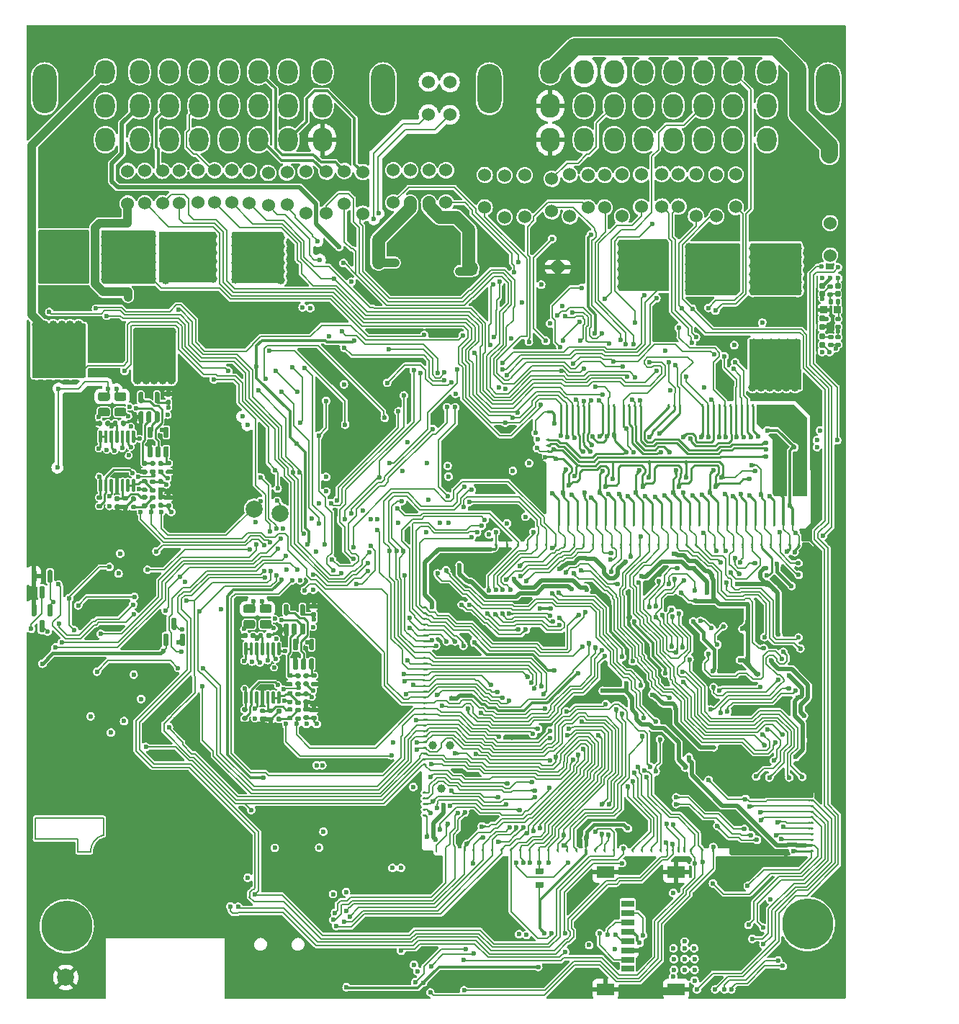
<source format=gbl>
G75*
G70*
%OFA0B0*%
%FSLAX25Y25*%
%IPPOS*%
%LPD*%
%AMOC8*
5,1,8,0,0,1.08239X$1,22.5*
%
%AMM122*
21,1,0.023620,0.018900,-0.000000,0.000000,270.000000*
21,1,0.018900,0.023620,-0.000000,0.000000,270.000000*
1,1,0.004720,-0.009450,-0.009450*
1,1,0.004720,-0.009450,0.009450*
1,1,0.004720,0.009450,0.009450*
1,1,0.004720,0.009450,-0.009450*
%
%AMM142*
21,1,0.033470,0.026770,-0.000000,0.000000,0.000000*
21,1,0.026770,0.033470,-0.000000,0.000000,0.000000*
1,1,0.006690,0.013390,-0.013390*
1,1,0.006690,-0.013390,-0.013390*
1,1,0.006690,-0.013390,0.013390*
1,1,0.006690,0.013390,0.013390*
%
%AMM216*
21,1,0.009840,0.009840,-0.000000,-0.000000,270.000000*
21,1,0.000000,0.019680,-0.000000,-0.000000,270.000000*
1,1,0.009840,-0.004920,-0.000000*
1,1,0.009840,-0.004920,-0.000000*
1,1,0.009840,0.004920,-0.000000*
1,1,0.009840,0.004920,-0.000000*
%
%AMM217*
21,1,0.009840,0.009840,-0.000000,-0.000000,180.000000*
21,1,0.000000,0.019680,-0.000000,-0.000000,180.000000*
1,1,0.009840,-0.000000,0.004920*
1,1,0.009840,-0.000000,0.004920*
1,1,0.009840,-0.000000,-0.004920*
1,1,0.009840,-0.000000,-0.004920*
%
%AMM307*
21,1,0.007870,1.133860,-0.000000,-0.000000,0.000000*
21,1,0.000000,1.141730,-0.000000,-0.000000,0.000000*
1,1,0.007870,-0.000000,-0.566930*
1,1,0.007870,-0.000000,-0.566930*
1,1,0.007870,-0.000000,0.566930*
1,1,0.007870,-0.000000,0.566930*
%
%AMM308*
21,1,0.009840,0.009840,-0.000000,-0.000000,90.000000*
21,1,0.000000,0.019680,-0.000000,-0.000000,90.000000*
1,1,0.009840,0.004920,-0.000000*
1,1,0.009840,0.004920,-0.000000*
1,1,0.009840,-0.004920,-0.000000*
1,1,0.009840,-0.004920,-0.000000*
%
%AMM316*
21,1,0.019680,0.019680,-0.000000,0.000000,0.000000*
21,1,0.015750,0.023620,-0.000000,0.000000,0.000000*
1,1,0.003940,0.007870,-0.009840*
1,1,0.003940,-0.007870,-0.009840*
1,1,0.003940,-0.007870,0.009840*
1,1,0.003940,0.007870,0.009840*
%
%AMM317*
21,1,0.019680,0.019680,-0.000000,0.000000,90.000000*
21,1,0.015750,0.023620,-0.000000,0.000000,90.000000*
1,1,0.003940,0.009840,0.007870*
1,1,0.003940,0.009840,-0.007870*
1,1,0.003940,-0.009840,-0.007870*
1,1,0.003940,-0.009840,0.007870*
%
%ADD109C,0.01968*%
%ADD13C,0.02362*%
%ADD14C,0.06000*%
%ADD15C,0.23622*%
%ADD16C,0.07874*%
%ADD18O,0.11024X0.22835*%
%ADD19O,0.09055X0.11024*%
%ADD218C,0.03900*%
%ADD266M122*%
%ADD290M142*%
%ADD372M216*%
%ADD373M217*%
%ADD39R,0.24350X0.00984*%
%ADD40R,0.00984X0.56201*%
%ADD41R,0.00984X0.59449*%
%ADD42R,0.04390X0.00984*%
%ADD43R,0.20374X0.00984*%
%ADD46O,0.00787X0.36614*%
%ADD467M307*%
%ADD468M308*%
%ADD47O,0.04724X0.00787*%
%ADD481O,0.04823X0.00787*%
%ADD483M316*%
%ADD484M317*%
%ADD56C,0.03937*%
%ADD57C,0.05906*%
%ADD58C,0.00787*%
%ADD60C,0.01575*%
%ADD61C,0.01969*%
%ADD62C,0.01181*%
%ADD63C,0.00800*%
%ADD75C,0.00984*%
%ADD84R,0.07874X0.02362*%
%ADD85R,0.05906X0.03150*%
%ADD86R,0.07874X0.05709*%
X0000000Y0000000D02*
%LPD*%
G01*
D58*
X0004361Y0084076D02*
X0035857Y0084076D01*
X0024046Y0068328D02*
X0024046Y0074234D01*
X0024046Y0074234D02*
X0004361Y0074234D01*
X0035857Y0084076D02*
X0035857Y0076202D01*
X0024046Y0068328D02*
X0029952Y0068328D01*
X0004361Y0074234D02*
X0004361Y0084076D01*
X0035857Y0076202D02*
G75*
G03*
X0029952Y0068328I0001885J-007565D01*
G01*
D13*
X0334232Y0045177D03*
X0341456Y0043504D03*
X0333385Y0041339D03*
X0334232Y0037894D03*
X0334527Y0034547D03*
X0341456Y0033268D03*
X0336299Y0028150D03*
X0341456Y0025591D03*
X0318129Y0053839D03*
X0334173Y0052657D03*
D14*
X0302165Y0367106D03*
X0302165Y0382106D03*
D15*
X0018909Y0033933D03*
D14*
X0177953Y0383878D03*
X0177953Y0368878D03*
X0294488Y0367106D03*
X0294488Y0382106D03*
X0095276Y0368878D03*
X0095276Y0383878D03*
X0251772Y0381890D03*
X0251772Y0362598D03*
X0372362Y0344429D03*
X0372362Y0359429D03*
G36*
G01*
X0241339Y0251758D02*
X0242323Y0251758D01*
G75*
G02*
X0242815Y0251266I0000000J-000492D01*
G01*
X0242815Y0251266D01*
G75*
G02*
X0242323Y0250774I-000492J0000000D01*
G01*
X0241339Y0250774D01*
G75*
G02*
X0240846Y0251266I0000000J0000492D01*
G01*
X0240846Y0251266D01*
G75*
G02*
X0241339Y0251758I0000492J0000000D01*
G01*
G37*
G36*
G01*
X0241339Y0254356D02*
X0242323Y0254356D01*
G75*
G02*
X0242815Y0253864I0000000J-000492D01*
G01*
X0242815Y0253864D01*
G75*
G02*
X0242323Y0253372I-000492J0000000D01*
G01*
X0241339Y0253372D01*
G75*
G02*
X0240846Y0253864I0000000J0000492D01*
G01*
X0240846Y0253864D01*
G75*
G02*
X0241339Y0254356I0000492J0000000D01*
G01*
G37*
G36*
G01*
X0241339Y0256955D02*
X0242323Y0256955D01*
G75*
G02*
X0242815Y0256463I0000000J-000492D01*
G01*
X0242815Y0256463D01*
G75*
G02*
X0242323Y0255970I-000492J0000000D01*
G01*
X0241339Y0255970D01*
G75*
G02*
X0240846Y0256463I0000000J0000492D01*
G01*
X0240846Y0256463D01*
G75*
G02*
X0241339Y0256955I0000492J0000000D01*
G01*
G37*
G36*
G01*
X0241339Y0259553D02*
X0242323Y0259553D01*
G75*
G02*
X0242815Y0259061I0000000J-000492D01*
G01*
X0242815Y0259061D01*
G75*
G02*
X0242323Y0258569I-000492J0000000D01*
G01*
X0241339Y0258569D01*
G75*
G02*
X0240846Y0259061I0000000J0000492D01*
G01*
X0240846Y0259061D01*
G75*
G02*
X0241339Y0259553I0000492J0000000D01*
G01*
G37*
G36*
G01*
X0241339Y0272545D02*
X0242323Y0272545D01*
G75*
G02*
X0242815Y0272053I0000000J-000492D01*
G01*
X0242815Y0272053D01*
G75*
G02*
X0242323Y0271561I-000492J0000000D01*
G01*
X0241339Y0271561D01*
G75*
G02*
X0240846Y0272053I0000000J0000492D01*
G01*
X0240846Y0272053D01*
G75*
G02*
X0241339Y0272545I0000492J0000000D01*
G01*
G37*
G36*
G01*
X0354606Y0219400D02*
X0354606Y0220385D01*
G75*
G02*
X0355098Y0220877I0000492J0000000D01*
G01*
X0355098Y0220877D01*
G75*
G02*
X0355591Y0220385I0000000J-000492D01*
G01*
X0355591Y0219400D01*
G75*
G02*
X0355098Y0218908I-000492J0000000D01*
G01*
X0355098Y0218908D01*
G75*
G02*
X0354606Y0219400I0000000J0000492D01*
G01*
G37*
G36*
G01*
X0351260Y0220385D02*
X0351260Y0219400D01*
G75*
G02*
X0350768Y0218908I-000492J0000000D01*
G01*
X0350768Y0218908D01*
G75*
G02*
X0350276Y0219400I0000000J0000492D01*
G01*
X0350276Y0220385D01*
G75*
G02*
X0350768Y0220877I0000492J0000000D01*
G01*
X0350768Y0220877D01*
G75*
G02*
X0351260Y0220385I0000000J-000492D01*
G01*
G37*
G36*
G01*
X0346929Y0220385D02*
X0346929Y0219400D01*
G75*
G02*
X0346437Y0218908I-000492J0000000D01*
G01*
X0346437Y0218908D01*
G75*
G02*
X0345945Y0219400I0000000J0000492D01*
G01*
X0345945Y0220385D01*
G75*
G02*
X0346437Y0220877I0000492J0000000D01*
G01*
X0346437Y0220877D01*
G75*
G02*
X0346929Y0220385I0000000J-000492D01*
G01*
G37*
G36*
G01*
X0342598Y0220385D02*
X0342598Y0219400D01*
G75*
G02*
X0342106Y0218908I-000492J0000000D01*
G01*
X0342106Y0218908D01*
G75*
G02*
X0341614Y0219400I0000000J0000492D01*
G01*
X0341614Y0220385D01*
G75*
G02*
X0342106Y0220877I0000492J0000000D01*
G01*
X0342106Y0220877D01*
G75*
G02*
X0342598Y0220385I0000000J-000492D01*
G01*
G37*
G36*
G01*
X0338268Y0220385D02*
X0338268Y0219400D01*
G75*
G02*
X0337776Y0218908I-000492J0000000D01*
G01*
X0337776Y0218908D01*
G75*
G02*
X0337283Y0219400I0000000J0000492D01*
G01*
X0337283Y0220385D01*
G75*
G02*
X0337776Y0220877I0000492J0000000D01*
G01*
X0337776Y0220877D01*
G75*
G02*
X0338268Y0220385I0000000J-000492D01*
G01*
G37*
G36*
G01*
X0333937Y0220385D02*
X0333937Y0219400D01*
G75*
G02*
X0333445Y0218908I-000492J0000000D01*
G01*
X0333445Y0218908D01*
G75*
G02*
X0332953Y0219400I0000000J0000492D01*
G01*
X0332953Y0220385D01*
G75*
G02*
X0333445Y0220877I0000492J0000000D01*
G01*
X0333445Y0220877D01*
G75*
G02*
X0333937Y0220385I0000000J-000492D01*
G01*
G37*
G36*
G01*
X0329606Y0220385D02*
X0329606Y0219400D01*
G75*
G02*
X0329114Y0218908I-000492J0000000D01*
G01*
X0329114Y0218908D01*
G75*
G02*
X0328622Y0219400I0000000J0000492D01*
G01*
X0328622Y0220385D01*
G75*
G02*
X0329114Y0220877I0000492J0000000D01*
G01*
X0329114Y0220877D01*
G75*
G02*
X0329606Y0220385I0000000J-000492D01*
G01*
G37*
G36*
G01*
X0325276Y0220385D02*
X0325276Y0219400D01*
G75*
G02*
X0324783Y0218908I-000492J0000000D01*
G01*
X0324783Y0218908D01*
G75*
G02*
X0324291Y0219400I0000000J0000492D01*
G01*
X0324291Y0220385D01*
G75*
G02*
X0324783Y0220877I0000492J0000000D01*
G01*
X0324783Y0220877D01*
G75*
G02*
X0325276Y0220385I0000000J-000492D01*
G01*
G37*
G36*
G01*
X0320945Y0220385D02*
X0320945Y0219400D01*
G75*
G02*
X0320453Y0218908I-000492J0000000D01*
G01*
X0320453Y0218908D01*
G75*
G02*
X0319961Y0219400I0000000J0000492D01*
G01*
X0319961Y0220385D01*
G75*
G02*
X0320453Y0220877I0000492J0000000D01*
G01*
X0320453Y0220877D01*
G75*
G02*
X0320945Y0220385I0000000J-000492D01*
G01*
G37*
G36*
G01*
X0316614Y0220385D02*
X0316614Y0219400D01*
G75*
G02*
X0316122Y0218908I-000492J0000000D01*
G01*
X0316122Y0218908D01*
G75*
G02*
X0315630Y0219400I0000000J0000492D01*
G01*
X0315630Y0220385D01*
G75*
G02*
X0316122Y0220877I0000492J0000000D01*
G01*
X0316122Y0220877D01*
G75*
G02*
X0316614Y0220385I0000000J-000492D01*
G01*
G37*
G36*
G01*
X0312284Y0220385D02*
X0312284Y0219400D01*
G75*
G02*
X0311791Y0218908I-000492J0000000D01*
G01*
X0311791Y0218908D01*
G75*
G02*
X0311299Y0219400I0000000J0000492D01*
G01*
X0311299Y0220385D01*
G75*
G02*
X0311791Y0220877I0000492J0000000D01*
G01*
X0311791Y0220877D01*
G75*
G02*
X0312284Y0220385I0000000J-000492D01*
G01*
G37*
G36*
G01*
X0307953Y0220385D02*
X0307953Y0219400D01*
G75*
G02*
X0307461Y0218908I-000492J0000000D01*
G01*
X0307461Y0218908D01*
G75*
G02*
X0306969Y0219400I0000000J0000492D01*
G01*
X0306969Y0220385D01*
G75*
G02*
X0307461Y0220877I0000492J0000000D01*
G01*
X0307461Y0220877D01*
G75*
G02*
X0307953Y0220385I0000000J-000492D01*
G01*
G37*
G36*
G01*
X0303622Y0220385D02*
X0303622Y0219400D01*
G75*
G02*
X0303130Y0218908I-000492J0000000D01*
G01*
X0303130Y0218908D01*
G75*
G02*
X0302638Y0219400I0000000J0000492D01*
G01*
X0302638Y0220385D01*
G75*
G02*
X0303130Y0220877I0000492J0000000D01*
G01*
X0303130Y0220877D01*
G75*
G02*
X0303622Y0220385I0000000J-000492D01*
G01*
G37*
G36*
G01*
X0299291Y0220385D02*
X0299291Y0219400D01*
G75*
G02*
X0298799Y0218908I-000492J0000000D01*
G01*
X0298799Y0218908D01*
G75*
G02*
X0298307Y0219400I0000000J0000492D01*
G01*
X0298307Y0220385D01*
G75*
G02*
X0298799Y0220877I0000492J0000000D01*
G01*
X0298799Y0220877D01*
G75*
G02*
X0299291Y0220385I0000000J-000492D01*
G01*
G37*
G36*
G01*
X0294961Y0220385D02*
X0294961Y0219400D01*
G75*
G02*
X0294469Y0218908I-000492J0000000D01*
G01*
X0294469Y0218908D01*
G75*
G02*
X0293976Y0219400I0000000J0000492D01*
G01*
X0293976Y0220385D01*
G75*
G02*
X0294469Y0220877I0000492J0000000D01*
G01*
X0294469Y0220877D01*
G75*
G02*
X0294961Y0220385I0000000J-000492D01*
G01*
G37*
G36*
G01*
X0290630Y0220385D02*
X0290630Y0219400D01*
G75*
G02*
X0290138Y0218908I-000492J0000000D01*
G01*
X0290138Y0218908D01*
G75*
G02*
X0289646Y0219400I0000000J0000492D01*
G01*
X0289646Y0220385D01*
G75*
G02*
X0290138Y0220877I0000492J0000000D01*
G01*
X0290138Y0220877D01*
G75*
G02*
X0290630Y0220385I0000000J-000492D01*
G01*
G37*
G36*
G01*
X0286299Y0220385D02*
X0286299Y0219400D01*
G75*
G02*
X0285807Y0218908I-000492J0000000D01*
G01*
X0285807Y0218908D01*
G75*
G02*
X0285315Y0219400I0000000J0000492D01*
G01*
X0285315Y0220385D01*
G75*
G02*
X0285807Y0220877I0000492J0000000D01*
G01*
X0285807Y0220877D01*
G75*
G02*
X0286299Y0220385I0000000J-000492D01*
G01*
G37*
G36*
G01*
X0281969Y0220385D02*
X0281969Y0219400D01*
G75*
G02*
X0281476Y0218908I-000492J0000000D01*
G01*
X0281476Y0218908D01*
G75*
G02*
X0280984Y0219400I0000000J0000492D01*
G01*
X0280984Y0220385D01*
G75*
G02*
X0281476Y0220877I0000492J0000000D01*
G01*
X0281476Y0220877D01*
G75*
G02*
X0281969Y0220385I0000000J-000492D01*
G01*
G37*
G36*
G01*
X0277638Y0220385D02*
X0277638Y0219400D01*
G75*
G02*
X0277146Y0218908I-000492J0000000D01*
G01*
X0277146Y0218908D01*
G75*
G02*
X0276654Y0219400I0000000J0000492D01*
G01*
X0276654Y0220385D01*
G75*
G02*
X0277146Y0220877I0000492J0000000D01*
G01*
X0277146Y0220877D01*
G75*
G02*
X0277638Y0220385I0000000J-000492D01*
G01*
G37*
G36*
G01*
X0273307Y0220385D02*
X0273307Y0219400D01*
G75*
G02*
X0272815Y0218908I-000492J0000000D01*
G01*
X0272815Y0218908D01*
G75*
G02*
X0272323Y0219400I0000000J0000492D01*
G01*
X0272323Y0220385D01*
G75*
G02*
X0272815Y0220877I0000492J0000000D01*
G01*
X0272815Y0220877D01*
G75*
G02*
X0273307Y0220385I0000000J-000492D01*
G01*
G37*
G36*
G01*
X0268977Y0220385D02*
X0268977Y0219400D01*
G75*
G02*
X0268484Y0218908I-000492J0000000D01*
G01*
X0268484Y0218908D01*
G75*
G02*
X0267992Y0219400I0000000J0000492D01*
G01*
X0267992Y0220385D01*
G75*
G02*
X0268484Y0220877I0000492J0000000D01*
G01*
X0268484Y0220877D01*
G75*
G02*
X0268977Y0220385I0000000J-000492D01*
G01*
G37*
G36*
G01*
X0264646Y0220385D02*
X0264646Y0219400D01*
G75*
G02*
X0264154Y0218908I-000492J0000000D01*
G01*
X0264154Y0218908D01*
G75*
G02*
X0263662Y0219400I0000000J0000492D01*
G01*
X0263662Y0220385D01*
G75*
G02*
X0264154Y0220877I0000492J0000000D01*
G01*
X0264154Y0220877D01*
G75*
G02*
X0264646Y0220385I0000000J-000492D01*
G01*
G37*
G36*
G01*
X0260315Y0220385D02*
X0260315Y0219400D01*
G75*
G02*
X0259823Y0218908I-000492J0000000D01*
G01*
X0259823Y0218908D01*
G75*
G02*
X0259331Y0219400I0000000J0000492D01*
G01*
X0259331Y0220385D01*
G75*
G02*
X0259823Y0220877I0000492J0000000D01*
G01*
X0259823Y0220877D01*
G75*
G02*
X0260315Y0220385I0000000J-000492D01*
G01*
G37*
G36*
G01*
X0255984Y0220385D02*
X0255984Y0219400D01*
G75*
G02*
X0255492Y0218908I-000492J0000000D01*
G01*
X0255492Y0218908D01*
G75*
G02*
X0255000Y0219400I0000000J0000492D01*
G01*
X0255000Y0220385D01*
G75*
G02*
X0255492Y0220877I0000492J0000000D01*
G01*
X0255492Y0220877D01*
G75*
G02*
X0255984Y0220385I0000000J-000492D01*
G01*
G37*
G36*
G01*
X0251654Y0220385D02*
X0251654Y0219400D01*
G75*
G02*
X0251162Y0218908I-000492J0000000D01*
G01*
X0251162Y0218908D01*
G75*
G02*
X0250669Y0219400I0000000J0000492D01*
G01*
X0250669Y0220385D01*
G75*
G02*
X0251162Y0220877I0000492J0000000D01*
G01*
X0251162Y0220877D01*
G75*
G02*
X0251654Y0220385I0000000J-000492D01*
G01*
G37*
G36*
G01*
X0247323Y0220385D02*
X0247323Y0219400D01*
G75*
G02*
X0246831Y0218908I-000492J0000000D01*
G01*
X0246831Y0218908D01*
G75*
G02*
X0246339Y0219400I0000000J0000492D01*
G01*
X0246339Y0220385D01*
G75*
G02*
X0246831Y0220877I0000492J0000000D01*
G01*
X0246831Y0220877D01*
G75*
G02*
X0247323Y0220385I0000000J-000492D01*
G01*
G37*
G36*
G01*
X0248311Y0275353D02*
X0248311Y0274369D01*
G75*
G02*
X0247819Y0273877I-000492J0000000D01*
G01*
X0247819Y0273877D01*
G75*
G02*
X0247327Y0274369I0000000J0000492D01*
G01*
X0247327Y0275353D01*
G75*
G02*
X0247819Y0275845I0000492J0000000D01*
G01*
X0247819Y0275845D01*
G75*
G02*
X0248311Y0275353I0000000J-000492D01*
G01*
G37*
G36*
G01*
X0250909Y0275353D02*
X0250909Y0274369D01*
G75*
G02*
X0250417Y0273877I-000492J0000000D01*
G01*
X0250417Y0273877D01*
G75*
G02*
X0249925Y0274369I0000000J0000492D01*
G01*
X0249925Y0275353D01*
G75*
G02*
X0250417Y0275845I0000492J0000000D01*
G01*
X0250417Y0275845D01*
G75*
G02*
X0250909Y0275353I0000000J-000492D01*
G01*
G37*
G36*
G01*
X0253508Y0275353D02*
X0253508Y0274369D01*
G75*
G02*
X0253016Y0273877I-000492J0000000D01*
G01*
X0253016Y0273877D01*
G75*
G02*
X0252524Y0274369I0000000J0000492D01*
G01*
X0252524Y0275353D01*
G75*
G02*
X0253016Y0275845I0000492J0000000D01*
G01*
X0253016Y0275845D01*
G75*
G02*
X0253508Y0275353I0000000J-000492D01*
G01*
G37*
G36*
G01*
X0256106Y0275353D02*
X0256106Y0274369D01*
G75*
G02*
X0255614Y0273877I-000492J0000000D01*
G01*
X0255614Y0273877D01*
G75*
G02*
X0255122Y0274369I0000000J0000492D01*
G01*
X0255122Y0275353D01*
G75*
G02*
X0255614Y0275845I0000492J0000000D01*
G01*
X0255614Y0275845D01*
G75*
G02*
X0256106Y0275353I0000000J-000492D01*
G01*
G37*
G36*
G01*
X0258705Y0275353D02*
X0258705Y0274369D01*
G75*
G02*
X0258213Y0273877I-000492J0000000D01*
G01*
X0258213Y0273877D01*
G75*
G02*
X0257720Y0274369I0000000J0000492D01*
G01*
X0257720Y0275353D01*
G75*
G02*
X0258213Y0275845I0000492J0000000D01*
G01*
X0258213Y0275845D01*
G75*
G02*
X0258705Y0275353I0000000J-000492D01*
G01*
G37*
G36*
G01*
X0261303Y0275353D02*
X0261303Y0274369D01*
G75*
G02*
X0260811Y0273877I-000492J0000000D01*
G01*
X0260811Y0273877D01*
G75*
G02*
X0260319Y0274369I0000000J0000492D01*
G01*
X0260319Y0275353D01*
G75*
G02*
X0260811Y0275845I0000492J0000000D01*
G01*
X0260811Y0275845D01*
G75*
G02*
X0261303Y0275353I0000000J-000492D01*
G01*
G37*
G36*
G01*
X0267606Y0275353D02*
X0267606Y0274369D01*
G75*
G02*
X0267114Y0273877I-000492J0000000D01*
G01*
X0267114Y0273877D01*
G75*
G02*
X0266622Y0274369I0000000J0000492D01*
G01*
X0266622Y0275353D01*
G75*
G02*
X0267114Y0275845I0000492J0000000D01*
G01*
X0267114Y0275845D01*
G75*
G02*
X0267606Y0275353I0000000J-000492D01*
G01*
G37*
G36*
G01*
X0270205Y0275353D02*
X0270205Y0274369D01*
G75*
G02*
X0269713Y0273877I-000492J0000000D01*
G01*
X0269713Y0273877D01*
G75*
G02*
X0269220Y0274369I0000000J0000492D01*
G01*
X0269220Y0275353D01*
G75*
G02*
X0269713Y0275845I0000492J0000000D01*
G01*
X0269713Y0275845D01*
G75*
G02*
X0270205Y0275353I0000000J-000492D01*
G01*
G37*
G36*
G01*
X0272803Y0275353D02*
X0272803Y0274369D01*
G75*
G02*
X0272311Y0273877I-000492J0000000D01*
G01*
X0272311Y0273877D01*
G75*
G02*
X0271819Y0274369I0000000J0000492D01*
G01*
X0271819Y0275353D01*
G75*
G02*
X0272311Y0275845I0000492J0000000D01*
G01*
X0272311Y0275845D01*
G75*
G02*
X0272803Y0275353I0000000J-000492D01*
G01*
G37*
G36*
G01*
X0277216Y0275353D02*
X0277216Y0274369D01*
G75*
G02*
X0276724Y0273877I-000492J0000000D01*
G01*
X0276724Y0273877D01*
G75*
G02*
X0276232Y0274369I0000000J0000492D01*
G01*
X0276232Y0275353D01*
G75*
G02*
X0276724Y0275845I0000492J0000000D01*
G01*
X0276724Y0275845D01*
G75*
G02*
X0277216Y0275353I0000000J-000492D01*
G01*
G37*
G36*
G01*
X0279815Y0275353D02*
X0279815Y0274369D01*
G75*
G02*
X0279322Y0273877I-000492J0000000D01*
G01*
X0279322Y0273877D01*
G75*
G02*
X0278830Y0274369I0000000J0000492D01*
G01*
X0278830Y0275353D01*
G75*
G02*
X0279322Y0275845I0000492J0000000D01*
G01*
X0279322Y0275845D01*
G75*
G02*
X0279815Y0275353I0000000J-000492D01*
G01*
G37*
G36*
G01*
X0282413Y0275353D02*
X0282413Y0274369D01*
G75*
G02*
X0281921Y0273877I-000492J0000000D01*
G01*
X0281921Y0273877D01*
G75*
G02*
X0281429Y0274369I0000000J0000492D01*
G01*
X0281429Y0275353D01*
G75*
G02*
X0281921Y0275845I0000492J0000000D01*
G01*
X0281921Y0275845D01*
G75*
G02*
X0282413Y0275353I0000000J-000492D01*
G01*
G37*
G36*
G01*
X0285011Y0275353D02*
X0285011Y0274369D01*
G75*
G02*
X0284519Y0273877I-000492J0000000D01*
G01*
X0284519Y0273877D01*
G75*
G02*
X0284027Y0274369I0000000J0000492D01*
G01*
X0284027Y0275353D01*
G75*
G02*
X0284519Y0275845I0000492J0000000D01*
G01*
X0284519Y0275845D01*
G75*
G02*
X0285011Y0275353I0000000J-000492D01*
G01*
G37*
G36*
G01*
X0298106Y0275353D02*
X0298106Y0274369D01*
G75*
G02*
X0297614Y0273877I-000492J0000000D01*
G01*
X0297614Y0273877D01*
G75*
G02*
X0297122Y0274369I0000000J0000492D01*
G01*
X0297122Y0275353D01*
G75*
G02*
X0297614Y0275845I0000492J0000000D01*
G01*
X0297614Y0275845D01*
G75*
G02*
X0298106Y0275353I0000000J-000492D01*
G01*
G37*
G36*
G01*
X0300705Y0275353D02*
X0300705Y0274369D01*
G75*
G02*
X0300213Y0273877I-000492J0000000D01*
G01*
X0300213Y0273877D01*
G75*
G02*
X0299720Y0274369I0000000J0000492D01*
G01*
X0299720Y0275353D01*
G75*
G02*
X0300213Y0275845I0000492J0000000D01*
G01*
X0300213Y0275845D01*
G75*
G02*
X0300705Y0275353I0000000J-000492D01*
G01*
G37*
G36*
G01*
X0303303Y0275353D02*
X0303303Y0274369D01*
G75*
G02*
X0302811Y0273877I-000492J0000000D01*
G01*
X0302811Y0273877D01*
G75*
G02*
X0302319Y0274369I0000000J0000492D01*
G01*
X0302319Y0275353D01*
G75*
G02*
X0302811Y0275845I0000492J0000000D01*
G01*
X0302811Y0275845D01*
G75*
G02*
X0303303Y0275353I0000000J-000492D01*
G01*
G37*
G36*
G01*
X0313720Y0275353D02*
X0313720Y0274369D01*
G75*
G02*
X0313228Y0273877I-000492J0000000D01*
G01*
X0313228Y0273877D01*
G75*
G02*
X0312736Y0274369I0000000J0000492D01*
G01*
X0312736Y0275353D01*
G75*
G02*
X0313228Y0275845I0000492J0000000D01*
G01*
X0313228Y0275845D01*
G75*
G02*
X0313720Y0275353I0000000J-000492D01*
G01*
G37*
G36*
G01*
X0316319Y0275353D02*
X0316319Y0274369D01*
G75*
G02*
X0315827Y0273877I-000492J0000000D01*
G01*
X0315827Y0273877D01*
G75*
G02*
X0315335Y0274369I0000000J0000492D01*
G01*
X0315335Y0275353D01*
G75*
G02*
X0315827Y0275845I0000492J0000000D01*
G01*
X0315827Y0275845D01*
G75*
G02*
X0316319Y0275353I0000000J-000492D01*
G01*
G37*
G36*
G01*
X0318917Y0275353D02*
X0318917Y0274369D01*
G75*
G02*
X0318425Y0273877I-000492J0000000D01*
G01*
X0318425Y0273877D01*
G75*
G02*
X0317933Y0274369I0000000J0000492D01*
G01*
X0317933Y0275353D01*
G75*
G02*
X0318425Y0275845I0000492J0000000D01*
G01*
X0318425Y0275845D01*
G75*
G02*
X0318917Y0275353I0000000J-000492D01*
G01*
G37*
G36*
G01*
X0321516Y0275353D02*
X0321516Y0274369D01*
G75*
G02*
X0321024Y0273877I-000492J0000000D01*
G01*
X0321024Y0273877D01*
G75*
G02*
X0320531Y0274369I0000000J0000492D01*
G01*
X0320531Y0275353D01*
G75*
G02*
X0321024Y0275845I0000492J0000000D01*
G01*
X0321024Y0275845D01*
G75*
G02*
X0321516Y0275353I0000000J-000492D01*
G01*
G37*
G36*
G01*
X0324114Y0275353D02*
X0324114Y0274369D01*
G75*
G02*
X0323622Y0273877I-000492J0000000D01*
G01*
X0323622Y0273877D01*
G75*
G02*
X0323130Y0274369I0000000J0000492D01*
G01*
X0323130Y0275353D01*
G75*
G02*
X0323622Y0275845I0000492J0000000D01*
G01*
X0323622Y0275845D01*
G75*
G02*
X0324114Y0275353I0000000J-000492D01*
G01*
G37*
G36*
G01*
X0326713Y0275353D02*
X0326713Y0274369D01*
G75*
G02*
X0326220Y0273877I-000492J0000000D01*
G01*
X0326220Y0273877D01*
G75*
G02*
X0325728Y0274369I0000000J0000492D01*
G01*
X0325728Y0275353D01*
G75*
G02*
X0326220Y0275845I0000492J0000000D01*
G01*
X0326220Y0275845D01*
G75*
G02*
X0326713Y0275353I0000000J-000492D01*
G01*
G37*
G36*
G01*
X0329311Y0275353D02*
X0329311Y0274369D01*
G75*
G02*
X0328819Y0273877I-000492J0000000D01*
G01*
X0328819Y0273877D01*
G75*
G02*
X0328327Y0274369I0000000J0000492D01*
G01*
X0328327Y0275353D01*
G75*
G02*
X0328819Y0275845I0000492J0000000D01*
G01*
X0328819Y0275845D01*
G75*
G02*
X0329311Y0275353I0000000J-000492D01*
G01*
G37*
G36*
G01*
X0331909Y0275353D02*
X0331909Y0274369D01*
G75*
G02*
X0331417Y0273877I-000492J0000000D01*
G01*
X0331417Y0273877D01*
G75*
G02*
X0330925Y0274369I0000000J0000492D01*
G01*
X0330925Y0275353D01*
G75*
G02*
X0331417Y0275845I0000492J0000000D01*
G01*
X0331417Y0275845D01*
G75*
G02*
X0331909Y0275353I0000000J-000492D01*
G01*
G37*
G36*
G01*
X0334508Y0275353D02*
X0334508Y0274369D01*
G75*
G02*
X0334016Y0273877I-000492J0000000D01*
G01*
X0334016Y0273877D01*
G75*
G02*
X0333524Y0274369I0000000J0000492D01*
G01*
X0333524Y0275353D01*
G75*
G02*
X0334016Y0275845I0000492J0000000D01*
G01*
X0334016Y0275845D01*
G75*
G02*
X0334508Y0275353I0000000J-000492D01*
G01*
G37*
G36*
G01*
X0337106Y0275353D02*
X0337106Y0274369D01*
G75*
G02*
X0336614Y0273877I-000492J0000000D01*
G01*
X0336614Y0273877D01*
G75*
G02*
X0336122Y0274369I0000000J0000492D01*
G01*
X0336122Y0275353D01*
G75*
G02*
X0336614Y0275845I0000492J0000000D01*
G01*
X0336614Y0275845D01*
G75*
G02*
X0337106Y0275353I0000000J-000492D01*
G01*
G37*
D18*
X0165354Y0421654D03*
X0008661Y0421654D03*
D19*
X0036811Y0398031D03*
X0052559Y0398031D03*
X0066339Y0398031D03*
X0080118Y0398031D03*
X0093898Y0398031D03*
X0107677Y0398031D03*
X0121457Y0398031D03*
X0137205Y0398031D03*
X0036811Y0413780D03*
X0052559Y0413780D03*
X0066339Y0413780D03*
X0080118Y0413780D03*
X0093898Y0413780D03*
X0107677Y0413780D03*
X0121457Y0413780D03*
X0137205Y0413780D03*
X0036811Y0429528D03*
X0052559Y0429528D03*
X0066339Y0429528D03*
X0080118Y0429528D03*
X0093898Y0429528D03*
X0107677Y0429528D03*
X0121457Y0429528D03*
X0137205Y0429528D03*
D14*
X0186417Y0409823D03*
X0186417Y0424823D03*
X0170079Y0368878D03*
X0170079Y0383878D03*
X0267913Y0366713D03*
X0267913Y0381713D03*
X0087402Y0368878D03*
X0087402Y0383878D03*
X0284843Y0366909D03*
X0284843Y0381909D03*
X0047047Y0368484D03*
X0047047Y0383484D03*
D13*
X0203740Y0023327D03*
X0207185Y0021260D03*
X0202559Y0018307D03*
X0202854Y0004331D03*
X0109992Y0102693D03*
X0115208Y0070311D03*
X0135809Y0070380D03*
X0137748Y0077791D03*
X0142177Y0048854D03*
D13*
X0125197Y0127559D03*
X0120472Y0127559D03*
X0129921Y0127559D03*
X0134646Y0127559D03*
D41*
X0098622Y0156004D03*
D42*
X0100325Y0185236D03*
D40*
X0135827Y0157628D03*
D43*
X0108317Y0126772D03*
D39*
X0124144Y0185236D03*
D13*
X0109213Y0184350D03*
X0105276Y0184350D03*
D14*
X0260236Y0366713D03*
X0260236Y0381713D03*
X0112205Y0367697D03*
X0112205Y0382697D03*
X0129528Y0383464D03*
X0129528Y0364173D03*
D13*
X0243504Y0339134D03*
X0249016Y0339134D03*
D84*
X0246260Y0339134D03*
D14*
X0055118Y0368681D03*
X0055118Y0383681D03*
X0212402Y0366713D03*
X0212402Y0381713D03*
X0103346Y0383681D03*
X0103346Y0368681D03*
X0319669Y0381870D03*
X0319669Y0362579D03*
X0063189Y0368681D03*
X0063189Y0383681D03*
X0275984Y0381890D03*
X0275984Y0362598D03*
X0120866Y0367894D03*
X0120866Y0382894D03*
D15*
X0362000Y0034933D03*
D14*
X0071063Y0368681D03*
X0071063Y0383681D03*
X0079528Y0368878D03*
X0079528Y0383878D03*
X0155906Y0383071D03*
X0155906Y0363779D03*
X0147441Y0368484D03*
X0147441Y0383484D03*
X0186614Y0368878D03*
X0186614Y0383878D03*
D13*
X0368583Y0334055D03*
D46*
X0366220Y0316929D03*
X0378425Y0316929D03*
D47*
X0376457Y0299016D03*
X0376457Y0299016D03*
D13*
X0372323Y0334055D03*
X0376063Y0334055D03*
X0372126Y0299803D03*
X0368583Y0299803D03*
G36*
G01*
X0184096Y0085841D02*
X0185081Y0085841D01*
G75*
G02*
X0185573Y0085349I0000000J-000492D01*
G01*
X0185573Y0085349D01*
G75*
G02*
X0185081Y0084857I-000492J0000000D01*
G01*
X0184096Y0084857D01*
G75*
G02*
X0183604Y0085349I0000000J0000492D01*
G01*
X0183604Y0085349D01*
G75*
G02*
X0184096Y0085841I0000492J0000000D01*
G01*
G37*
G36*
G01*
X0185081Y0087455D02*
X0184096Y0087455D01*
G75*
G02*
X0183604Y0087947I0000000J0000492D01*
G01*
X0183604Y0087947D01*
G75*
G02*
X0184096Y0088439I0000492J0000000D01*
G01*
X0185081Y0088439D01*
G75*
G02*
X0185573Y0087947I0000000J-000492D01*
G01*
X0185573Y0087947D01*
G75*
G02*
X0185081Y0087455I-000492J0000000D01*
G01*
G37*
G36*
G01*
X0185081Y0090054D02*
X0184096Y0090054D01*
G75*
G02*
X0183604Y0090546I0000000J0000492D01*
G01*
X0183604Y0090546D01*
G75*
G02*
X0184096Y0091038I0000492J0000000D01*
G01*
X0185081Y0091038D01*
G75*
G02*
X0185573Y0090546I0000000J-000492D01*
G01*
X0185573Y0090546D01*
G75*
G02*
X0185081Y0090054I-000492J0000000D01*
G01*
G37*
G36*
G01*
X0185081Y0092652D02*
X0184096Y0092652D01*
G75*
G02*
X0183604Y0093144I0000000J0000492D01*
G01*
X0183604Y0093144D01*
G75*
G02*
X0184096Y0093636I0000492J0000000D01*
G01*
X0185081Y0093636D01*
G75*
G02*
X0185573Y0093144I0000000J-000492D01*
G01*
X0185573Y0093144D01*
G75*
G02*
X0185081Y0092652I-000492J0000000D01*
G01*
G37*
G36*
G01*
X0185081Y0095250D02*
X0184096Y0095250D01*
G75*
G02*
X0183604Y0095743I0000000J0000492D01*
G01*
X0183604Y0095743D01*
G75*
G02*
X0184096Y0096235I0000492J0000000D01*
G01*
X0185081Y0096235D01*
G75*
G02*
X0185573Y0095743I0000000J-000492D01*
G01*
X0185573Y0095743D01*
G75*
G02*
X0185081Y0095250I-000492J0000000D01*
G01*
G37*
G36*
G01*
X0185081Y0108243D02*
X0184096Y0108243D01*
G75*
G02*
X0183604Y0108735I0000000J0000492D01*
G01*
X0183604Y0108735D01*
G75*
G02*
X0184096Y0109227I0000492J0000000D01*
G01*
X0185081Y0109227D01*
G75*
G02*
X0185573Y0108735I0000000J-000492D01*
G01*
X0185573Y0108735D01*
G75*
G02*
X0185081Y0108243I-000492J0000000D01*
G01*
G37*
G36*
G01*
X0185081Y0110841D02*
X0184096Y0110841D01*
G75*
G02*
X0183604Y0111333I0000000J0000492D01*
G01*
X0183604Y0111333D01*
G75*
G02*
X0184096Y0111825I0000492J0000000D01*
G01*
X0185081Y0111825D01*
G75*
G02*
X0185573Y0111333I0000000J-000492D01*
G01*
X0185573Y0111333D01*
G75*
G02*
X0185081Y0110841I-000492J0000000D01*
G01*
G37*
G36*
G01*
X0185081Y0113439D02*
X0184096Y0113439D01*
G75*
G02*
X0183604Y0113932I0000000J0000492D01*
G01*
X0183604Y0113932D01*
G75*
G02*
X0184096Y0114424I0000492J0000000D01*
G01*
X0185081Y0114424D01*
G75*
G02*
X0185573Y0113932I0000000J-000492D01*
G01*
X0185573Y0113932D01*
G75*
G02*
X0185081Y0113439I-000492J0000000D01*
G01*
G37*
G36*
G01*
X0185081Y0116038D02*
X0184096Y0116038D01*
G75*
G02*
X0183604Y0116530I0000000J0000492D01*
G01*
X0183604Y0116530D01*
G75*
G02*
X0184096Y0117022I0000492J0000000D01*
G01*
X0185081Y0117022D01*
G75*
G02*
X0185573Y0116530I0000000J-000492D01*
G01*
X0185573Y0116530D01*
G75*
G02*
X0185081Y0116038I-000492J0000000D01*
G01*
G37*
G36*
G01*
X0185081Y0118636D02*
X0184096Y0118636D01*
G75*
G02*
X0183604Y0119128I0000000J0000492D01*
G01*
X0183604Y0119128D01*
G75*
G02*
X0184096Y0119621I0000492J0000000D01*
G01*
X0185081Y0119621D01*
G75*
G02*
X0185573Y0119128I0000000J-000492D01*
G01*
X0185573Y0119128D01*
G75*
G02*
X0185081Y0118636I-000492J0000000D01*
G01*
G37*
G36*
G01*
X0185081Y0121235D02*
X0184096Y0121235D01*
G75*
G02*
X0183604Y0121727I0000000J0000492D01*
G01*
X0183604Y0121727D01*
G75*
G02*
X0184096Y0122219I0000492J0000000D01*
G01*
X0185081Y0122219D01*
G75*
G02*
X0185573Y0121727I0000000J-000492D01*
G01*
X0185573Y0121727D01*
G75*
G02*
X0185081Y0121235I-000492J0000000D01*
G01*
G37*
G36*
G01*
X0185081Y0123833D02*
X0184096Y0123833D01*
G75*
G02*
X0183604Y0124325I0000000J0000492D01*
G01*
X0183604Y0124325D01*
G75*
G02*
X0184096Y0124817I0000492J0000000D01*
G01*
X0185081Y0124817D01*
G75*
G02*
X0185573Y0124325I0000000J-000492D01*
G01*
X0185573Y0124325D01*
G75*
G02*
X0185081Y0123833I-000492J0000000D01*
G01*
G37*
G36*
G01*
X0185081Y0126432D02*
X0184096Y0126432D01*
G75*
G02*
X0183604Y0126924I0000000J0000492D01*
G01*
X0183604Y0126924D01*
G75*
G02*
X0184096Y0127416I0000492J0000000D01*
G01*
X0185081Y0127416D01*
G75*
G02*
X0185573Y0126924I0000000J-000492D01*
G01*
X0185573Y0126924D01*
G75*
G02*
X0185081Y0126432I-000492J0000000D01*
G01*
G37*
G36*
G01*
X0185081Y0129030D02*
X0184096Y0129030D01*
G75*
G02*
X0183604Y0129522I0000000J0000492D01*
G01*
X0183604Y0129522D01*
G75*
G02*
X0184096Y0130014I0000492J0000000D01*
G01*
X0185081Y0130014D01*
G75*
G02*
X0185573Y0129522I0000000J-000492D01*
G01*
X0185573Y0129522D01*
G75*
G02*
X0185081Y0129030I-000492J0000000D01*
G01*
G37*
G36*
G01*
X0185081Y0131628D02*
X0184096Y0131628D01*
G75*
G02*
X0183604Y0132121I0000000J0000492D01*
G01*
X0183604Y0132121D01*
G75*
G02*
X0184096Y0132613I0000492J0000000D01*
G01*
X0185081Y0132613D01*
G75*
G02*
X0185573Y0132121I0000000J-000492D01*
G01*
X0185573Y0132121D01*
G75*
G02*
X0185081Y0131628I-000492J0000000D01*
G01*
G37*
G36*
G01*
X0185081Y0134227D02*
X0184096Y0134227D01*
G75*
G02*
X0183604Y0134719I0000000J0000492D01*
G01*
X0183604Y0134719D01*
G75*
G02*
X0184096Y0135211I0000492J0000000D01*
G01*
X0185081Y0135211D01*
G75*
G02*
X0185573Y0134719I0000000J-000492D01*
G01*
X0185573Y0134719D01*
G75*
G02*
X0185081Y0134227I-000492J0000000D01*
G01*
G37*
G36*
G01*
X0185081Y0136825D02*
X0184096Y0136825D01*
G75*
G02*
X0183604Y0137317I0000000J0000492D01*
G01*
X0183604Y0137317D01*
G75*
G02*
X0184096Y0137810I0000492J0000000D01*
G01*
X0185081Y0137810D01*
G75*
G02*
X0185573Y0137317I0000000J-000492D01*
G01*
X0185573Y0137317D01*
G75*
G02*
X0185081Y0136825I-000492J0000000D01*
G01*
G37*
G36*
G01*
X0185081Y0139424D02*
X0184096Y0139424D01*
G75*
G02*
X0183604Y0139916I0000000J0000492D01*
G01*
X0183604Y0139916D01*
G75*
G02*
X0184096Y0140408I0000492J0000000D01*
G01*
X0185081Y0140408D01*
G75*
G02*
X0185573Y0139916I0000000J-000492D01*
G01*
X0185573Y0139916D01*
G75*
G02*
X0185081Y0139424I-000492J0000000D01*
G01*
G37*
G36*
G01*
X0185081Y0142022D02*
X0184096Y0142022D01*
G75*
G02*
X0183604Y0142514I0000000J0000492D01*
G01*
X0183604Y0142514D01*
G75*
G02*
X0184096Y0143006I0000492J0000000D01*
G01*
X0185081Y0143006D01*
G75*
G02*
X0185573Y0142514I0000000J-000492D01*
G01*
X0185573Y0142514D01*
G75*
G02*
X0185081Y0142022I-000492J0000000D01*
G01*
G37*
G36*
G01*
X0185081Y0144621D02*
X0184096Y0144621D01*
G75*
G02*
X0183604Y0145113I0000000J0000492D01*
G01*
X0183604Y0145113D01*
G75*
G02*
X0184096Y0145605I0000492J0000000D01*
G01*
X0185081Y0145605D01*
G75*
G02*
X0185573Y0145113I0000000J-000492D01*
G01*
X0185573Y0145113D01*
G75*
G02*
X0185081Y0144621I-000492J0000000D01*
G01*
G37*
G36*
G01*
X0185081Y0147219D02*
X0184096Y0147219D01*
G75*
G02*
X0183604Y0147711I0000000J0000492D01*
G01*
X0183604Y0147711D01*
G75*
G02*
X0184096Y0148203I0000492J0000000D01*
G01*
X0185081Y0148203D01*
G75*
G02*
X0185573Y0147711I0000000J-000492D01*
G01*
X0185573Y0147711D01*
G75*
G02*
X0185081Y0147219I-000492J0000000D01*
G01*
G37*
G36*
G01*
X0185081Y0149817D02*
X0184096Y0149817D01*
G75*
G02*
X0183604Y0150310I0000000J0000492D01*
G01*
X0183604Y0150310D01*
G75*
G02*
X0184096Y0150802I0000492J0000000D01*
G01*
X0185081Y0150802D01*
G75*
G02*
X0185573Y0150310I0000000J-000492D01*
G01*
X0185573Y0150310D01*
G75*
G02*
X0185081Y0149817I-000492J0000000D01*
G01*
G37*
G36*
G01*
X0185081Y0152416D02*
X0184096Y0152416D01*
G75*
G02*
X0183604Y0152908I0000000J0000492D01*
G01*
X0183604Y0152908D01*
G75*
G02*
X0184096Y0153400I0000492J0000000D01*
G01*
X0185081Y0153400D01*
G75*
G02*
X0185573Y0152908I0000000J-000492D01*
G01*
X0185573Y0152908D01*
G75*
G02*
X0185081Y0152416I-000492J0000000D01*
G01*
G37*
G36*
G01*
X0185081Y0155014D02*
X0184096Y0155014D01*
G75*
G02*
X0183604Y0155506I0000000J0000492D01*
G01*
X0183604Y0155506D01*
G75*
G02*
X0184096Y0155999I0000492J0000000D01*
G01*
X0185081Y0155999D01*
G75*
G02*
X0185573Y0155506I0000000J-000492D01*
G01*
X0185573Y0155506D01*
G75*
G02*
X0185081Y0155014I-000492J0000000D01*
G01*
G37*
G36*
G01*
X0185081Y0157613D02*
X0184096Y0157613D01*
G75*
G02*
X0183604Y0158105I0000000J0000492D01*
G01*
X0183604Y0158105D01*
G75*
G02*
X0184096Y0158597I0000492J0000000D01*
G01*
X0185081Y0158597D01*
G75*
G02*
X0185573Y0158105I0000000J-000492D01*
G01*
X0185573Y0158105D01*
G75*
G02*
X0185081Y0157613I-000492J0000000D01*
G01*
G37*
G36*
G01*
X0185081Y0160211D02*
X0184096Y0160211D01*
G75*
G02*
X0183604Y0160703I0000000J0000492D01*
G01*
X0183604Y0160703D01*
G75*
G02*
X0184096Y0161195I0000492J0000000D01*
G01*
X0185081Y0161195D01*
G75*
G02*
X0185573Y0160703I0000000J-000492D01*
G01*
X0185573Y0160703D01*
G75*
G02*
X0185081Y0160211I-000492J0000000D01*
G01*
G37*
G36*
G01*
X0185081Y0162810D02*
X0184096Y0162810D01*
G75*
G02*
X0183604Y0163302I0000000J0000492D01*
G01*
X0183604Y0163302D01*
G75*
G02*
X0184096Y0163794I0000492J0000000D01*
G01*
X0185081Y0163794D01*
G75*
G02*
X0185573Y0163302I0000000J-000492D01*
G01*
X0185573Y0163302D01*
G75*
G02*
X0185081Y0162810I-000492J0000000D01*
G01*
G37*
G36*
G01*
X0185081Y0165408D02*
X0184096Y0165408D01*
G75*
G02*
X0183604Y0165900I0000000J0000492D01*
G01*
X0183604Y0165900D01*
G75*
G02*
X0184096Y0166392I0000492J0000000D01*
G01*
X0185081Y0166392D01*
G75*
G02*
X0185573Y0165900I0000000J-000492D01*
G01*
X0185573Y0165900D01*
G75*
G02*
X0185081Y0165408I-000492J0000000D01*
G01*
G37*
G36*
G01*
X0185081Y0168006D02*
X0184096Y0168006D01*
G75*
G02*
X0183604Y0168499I0000000J0000492D01*
G01*
X0183604Y0168499D01*
G75*
G02*
X0184096Y0168991I0000492J0000000D01*
G01*
X0185081Y0168991D01*
G75*
G02*
X0185573Y0168499I0000000J-000492D01*
G01*
X0185573Y0168499D01*
G75*
G02*
X0185081Y0168006I-000492J0000000D01*
G01*
G37*
G36*
G01*
X0185081Y0170605D02*
X0184096Y0170605D01*
G75*
G02*
X0183604Y0171097I0000000J0000492D01*
G01*
X0183604Y0171097D01*
G75*
G02*
X0184096Y0171589I0000492J0000000D01*
G01*
X0185081Y0171589D01*
G75*
G02*
X0185573Y0171097I0000000J-000492D01*
G01*
X0185573Y0171097D01*
G75*
G02*
X0185081Y0170605I-000492J0000000D01*
G01*
G37*
G36*
G01*
X0185081Y0173203D02*
X0184096Y0173203D01*
G75*
G02*
X0183604Y0173695I0000000J0000492D01*
G01*
X0183604Y0173695D01*
G75*
G02*
X0184096Y0174188I0000492J0000000D01*
G01*
X0185081Y0174188D01*
G75*
G02*
X0185573Y0173695I0000000J-000492D01*
G01*
X0185573Y0173695D01*
G75*
G02*
X0185081Y0173203I-000492J0000000D01*
G01*
G37*
G36*
G01*
X0185081Y0175802D02*
X0184096Y0175802D01*
G75*
G02*
X0183604Y0176294I0000000J0000492D01*
G01*
X0183604Y0176294D01*
G75*
G02*
X0184096Y0176786I0000492J0000000D01*
G01*
X0185081Y0176786D01*
G75*
G02*
X0185573Y0176294I0000000J-000492D01*
G01*
X0185573Y0176294D01*
G75*
G02*
X0185081Y0175802I-000492J0000000D01*
G01*
G37*
G36*
G01*
X0185081Y0178400D02*
X0184096Y0178400D01*
G75*
G02*
X0183604Y0178892I0000000J0000492D01*
G01*
X0183604Y0178892D01*
G75*
G02*
X0184096Y0179384I0000492J0000000D01*
G01*
X0185081Y0179384D01*
G75*
G02*
X0185573Y0178892I0000000J-000492D01*
G01*
X0185573Y0178892D01*
G75*
G02*
X0185081Y0178400I-000492J0000000D01*
G01*
G37*
G36*
G01*
X0185081Y0180999D02*
X0184096Y0180999D01*
G75*
G02*
X0183604Y0181491I0000000J0000492D01*
G01*
X0183604Y0181491D01*
G75*
G02*
X0184096Y0181983I0000492J0000000D01*
G01*
X0185081Y0181983D01*
G75*
G02*
X0185573Y0181491I0000000J-000492D01*
G01*
X0185573Y0181491D01*
G75*
G02*
X0185081Y0180999I-000492J0000000D01*
G01*
G37*
G36*
G01*
X0317746Y0068609D02*
X0317746Y0069593D01*
G75*
G02*
X0318238Y0070085I0000492J0000000D01*
G01*
X0318238Y0070085D01*
G75*
G02*
X0318730Y0069593I0000000J-000492D01*
G01*
X0318730Y0068609D01*
G75*
G02*
X0318238Y0068117I-000492J0000000D01*
G01*
X0318238Y0068117D01*
G75*
G02*
X0317746Y0068609I0000000J0000492D01*
G01*
G37*
G36*
G01*
X0313533Y0069593D02*
X0313533Y0068609D01*
G75*
G02*
X0313041Y0068117I-000492J0000000D01*
G01*
X0313041Y0068117D01*
G75*
G02*
X0312549Y0068609I0000000J0000492D01*
G01*
X0312549Y0069593D01*
G75*
G02*
X0313041Y0070085I0000492J0000000D01*
G01*
X0313041Y0070085D01*
G75*
G02*
X0313533Y0069593I0000000J-000492D01*
G01*
G37*
G36*
G01*
X0308337Y0069593D02*
X0308337Y0068609D01*
G75*
G02*
X0307844Y0068117I-000492J0000000D01*
G01*
X0307844Y0068117D01*
G75*
G02*
X0307352Y0068609I0000000J0000492D01*
G01*
X0307352Y0069593D01*
G75*
G02*
X0307844Y0070085I0000492J0000000D01*
G01*
X0307844Y0070085D01*
G75*
G02*
X0308337Y0069593I0000000J-000492D01*
G01*
G37*
G36*
G01*
X0305344Y0069593D02*
X0305344Y0068609D01*
G75*
G02*
X0304852Y0068117I-000492J0000000D01*
G01*
X0304852Y0068117D01*
G75*
G02*
X0304360Y0068609I0000000J0000492D01*
G01*
X0304360Y0069593D01*
G75*
G02*
X0304852Y0070085I0000492J0000000D01*
G01*
X0304852Y0070085D01*
G75*
G02*
X0305344Y0069593I0000000J-000492D01*
G01*
G37*
G36*
G01*
X0302726Y0069593D02*
X0302726Y0068609D01*
G75*
G02*
X0302234Y0068117I-000492J0000000D01*
G01*
X0302234Y0068117D01*
G75*
G02*
X0301742Y0068609I0000000J0000492D01*
G01*
X0301742Y0069593D01*
G75*
G02*
X0302234Y0070085I0000492J0000000D01*
G01*
X0302234Y0070085D01*
G75*
G02*
X0302726Y0069593I0000000J-000492D01*
G01*
G37*
G36*
G01*
X0300108Y0069593D02*
X0300108Y0068609D01*
G75*
G02*
X0299616Y0068117I-000492J0000000D01*
G01*
X0299616Y0068117D01*
G75*
G02*
X0299124Y0068609I0000000J0000492D01*
G01*
X0299124Y0069593D01*
G75*
G02*
X0299616Y0070085I0000492J0000000D01*
G01*
X0299616Y0070085D01*
G75*
G02*
X0300108Y0069593I0000000J-000492D01*
G01*
G37*
G36*
G01*
X0297490Y0069593D02*
X0297490Y0068609D01*
G75*
G02*
X0296998Y0068117I-000492J0000000D01*
G01*
X0296998Y0068117D01*
G75*
G02*
X0296506Y0068609I0000000J0000492D01*
G01*
X0296506Y0069593D01*
G75*
G02*
X0296998Y0070085I0000492J0000000D01*
G01*
X0296998Y0070085D01*
G75*
G02*
X0297490Y0069593I0000000J-000492D01*
G01*
G37*
G36*
G01*
X0294439Y0069593D02*
X0294439Y0068609D01*
G75*
G02*
X0293947Y0068117I-000492J0000000D01*
G01*
X0293947Y0068117D01*
G75*
G02*
X0293455Y0068609I0000000J0000492D01*
G01*
X0293455Y0069593D01*
G75*
G02*
X0293947Y0070085I0000492J0000000D01*
G01*
X0293947Y0070085D01*
G75*
G02*
X0294439Y0069593I0000000J-000492D01*
G01*
G37*
G36*
G01*
X0290108Y0069593D02*
X0290108Y0068609D01*
G75*
G02*
X0289616Y0068117I-000492J0000000D01*
G01*
X0289616Y0068117D01*
G75*
G02*
X0289124Y0068609I0000000J0000492D01*
G01*
X0289124Y0069593D01*
G75*
G02*
X0289616Y0070085I0000492J0000000D01*
G01*
X0289616Y0070085D01*
G75*
G02*
X0290108Y0069593I0000000J-000492D01*
G01*
G37*
G36*
G01*
X0285778Y0069593D02*
X0285778Y0068609D01*
G75*
G02*
X0285285Y0068117I-000492J0000000D01*
G01*
X0285285Y0068117D01*
G75*
G02*
X0284793Y0068609I0000000J0000492D01*
G01*
X0284793Y0069593D01*
G75*
G02*
X0285285Y0070085I0000492J0000000D01*
G01*
X0285285Y0070085D01*
G75*
G02*
X0285778Y0069593I0000000J-000492D01*
G01*
G37*
G36*
G01*
X0281447Y0069593D02*
X0281447Y0068609D01*
G75*
G02*
X0280955Y0068117I-000492J0000000D01*
G01*
X0280955Y0068117D01*
G75*
G02*
X0280463Y0068609I0000000J0000492D01*
G01*
X0280463Y0069593D01*
G75*
G02*
X0280955Y0070085I0000492J0000000D01*
G01*
X0280955Y0070085D01*
G75*
G02*
X0281447Y0069593I0000000J-000492D01*
G01*
G37*
G36*
G01*
X0277116Y0069593D02*
X0277116Y0068609D01*
G75*
G02*
X0276624Y0068117I-000492J0000000D01*
G01*
X0276624Y0068117D01*
G75*
G02*
X0276132Y0068609I0000000J0000492D01*
G01*
X0276132Y0069593D01*
G75*
G02*
X0276624Y0070085I0000492J0000000D01*
G01*
X0276624Y0070085D01*
G75*
G02*
X0277116Y0069593I0000000J-000492D01*
G01*
G37*
G36*
G01*
X0272785Y0069593D02*
X0272785Y0068609D01*
G75*
G02*
X0272293Y0068117I-000492J0000000D01*
G01*
X0272293Y0068117D01*
G75*
G02*
X0271801Y0068609I0000000J0000492D01*
G01*
X0271801Y0069593D01*
G75*
G02*
X0272293Y0070085I0000492J0000000D01*
G01*
X0272293Y0070085D01*
G75*
G02*
X0272785Y0069593I0000000J-000492D01*
G01*
G37*
G36*
G01*
X0268455Y0069593D02*
X0268455Y0068609D01*
G75*
G02*
X0267963Y0068117I-000492J0000000D01*
G01*
X0267963Y0068117D01*
G75*
G02*
X0267471Y0068609I0000000J0000492D01*
G01*
X0267471Y0069593D01*
G75*
G02*
X0267963Y0070085I0000492J0000000D01*
G01*
X0267963Y0070085D01*
G75*
G02*
X0268455Y0069593I0000000J-000492D01*
G01*
G37*
G36*
G01*
X0264124Y0069593D02*
X0264124Y0068609D01*
G75*
G02*
X0263632Y0068117I-000492J0000000D01*
G01*
X0263632Y0068117D01*
G75*
G02*
X0263140Y0068609I0000000J0000492D01*
G01*
X0263140Y0069593D01*
G75*
G02*
X0263632Y0070085I0000492J0000000D01*
G01*
X0263632Y0070085D01*
G75*
G02*
X0264124Y0069593I0000000J-000492D01*
G01*
G37*
G36*
G01*
X0259793Y0069593D02*
X0259793Y0068609D01*
G75*
G02*
X0259301Y0068117I-000492J0000000D01*
G01*
X0259301Y0068117D01*
G75*
G02*
X0258809Y0068609I0000000J0000492D01*
G01*
X0258809Y0069593D01*
G75*
G02*
X0259301Y0070085I0000492J0000000D01*
G01*
X0259301Y0070085D01*
G75*
G02*
X0259793Y0069593I0000000J-000492D01*
G01*
G37*
G36*
G01*
X0255463Y0069593D02*
X0255463Y0068609D01*
G75*
G02*
X0254971Y0068117I-000492J0000000D01*
G01*
X0254971Y0068117D01*
G75*
G02*
X0254478Y0068609I0000000J0000492D01*
G01*
X0254478Y0069593D01*
G75*
G02*
X0254971Y0070085I0000492J0000000D01*
G01*
X0254971Y0070085D01*
G75*
G02*
X0255463Y0069593I0000000J-000492D01*
G01*
G37*
G36*
G01*
X0251132Y0069593D02*
X0251132Y0068609D01*
G75*
G02*
X0250640Y0068117I-000492J0000000D01*
G01*
X0250640Y0068117D01*
G75*
G02*
X0250148Y0068609I0000000J0000492D01*
G01*
X0250148Y0069593D01*
G75*
G02*
X0250640Y0070085I0000492J0000000D01*
G01*
X0250640Y0070085D01*
G75*
G02*
X0251132Y0069593I0000000J-000492D01*
G01*
G37*
G36*
G01*
X0246801Y0069593D02*
X0246801Y0068609D01*
G75*
G02*
X0246309Y0068117I-000492J0000000D01*
G01*
X0246309Y0068117D01*
G75*
G02*
X0245817Y0068609I0000000J0000492D01*
G01*
X0245817Y0069593D01*
G75*
G02*
X0246309Y0070085I0000492J0000000D01*
G01*
X0246309Y0070085D01*
G75*
G02*
X0246801Y0069593I0000000J-000492D01*
G01*
G37*
G36*
G01*
X0242471Y0069593D02*
X0242471Y0068609D01*
G75*
G02*
X0241978Y0068117I-000492J0000000D01*
G01*
X0241978Y0068117D01*
G75*
G02*
X0241486Y0068609I0000000J0000492D01*
G01*
X0241486Y0069593D01*
G75*
G02*
X0241978Y0070085I0000492J0000000D01*
G01*
X0241978Y0070085D01*
G75*
G02*
X0242471Y0069593I0000000J-000492D01*
G01*
G37*
G36*
G01*
X0238140Y0069593D02*
X0238140Y0068609D01*
G75*
G02*
X0237648Y0068117I-000492J0000000D01*
G01*
X0237648Y0068117D01*
G75*
G02*
X0237156Y0068609I0000000J0000492D01*
G01*
X0237156Y0069593D01*
G75*
G02*
X0237648Y0070085I0000492J0000000D01*
G01*
X0237648Y0070085D01*
G75*
G02*
X0238140Y0069593I0000000J-000492D01*
G01*
G37*
G36*
G01*
X0233809Y0069593D02*
X0233809Y0068609D01*
G75*
G02*
X0233317Y0068117I-000492J0000000D01*
G01*
X0233317Y0068117D01*
G75*
G02*
X0232825Y0068609I0000000J0000492D01*
G01*
X0232825Y0069593D01*
G75*
G02*
X0233317Y0070085I0000492J0000000D01*
G01*
X0233317Y0070085D01*
G75*
G02*
X0233809Y0069593I0000000J-000492D01*
G01*
G37*
G36*
G01*
X0229478Y0069593D02*
X0229478Y0068609D01*
G75*
G02*
X0228986Y0068117I-000492J0000000D01*
G01*
X0228986Y0068117D01*
G75*
G02*
X0228494Y0068609I0000000J0000492D01*
G01*
X0228494Y0069593D01*
G75*
G02*
X0228986Y0070085I0000492J0000000D01*
G01*
X0228986Y0070085D01*
G75*
G02*
X0229478Y0069593I0000000J-000492D01*
G01*
G37*
G36*
G01*
X0225148Y0069593D02*
X0225148Y0068609D01*
G75*
G02*
X0224656Y0068117I-000492J0000000D01*
G01*
X0224656Y0068117D01*
G75*
G02*
X0224164Y0068609I0000000J0000492D01*
G01*
X0224164Y0069593D01*
G75*
G02*
X0224656Y0070085I0000492J0000000D01*
G01*
X0224656Y0070085D01*
G75*
G02*
X0225148Y0069593I0000000J-000492D01*
G01*
G37*
G36*
G01*
X0220817Y0069593D02*
X0220817Y0068609D01*
G75*
G02*
X0220325Y0068117I-000492J0000000D01*
G01*
X0220325Y0068117D01*
G75*
G02*
X0219833Y0068609I0000000J0000492D01*
G01*
X0219833Y0069593D01*
G75*
G02*
X0220325Y0070085I0000492J0000000D01*
G01*
X0220325Y0070085D01*
G75*
G02*
X0220817Y0069593I0000000J-000492D01*
G01*
G37*
G36*
G01*
X0216486Y0069593D02*
X0216486Y0068609D01*
G75*
G02*
X0215994Y0068117I-000492J0000000D01*
G01*
X0215994Y0068117D01*
G75*
G02*
X0215502Y0068609I0000000J0000492D01*
G01*
X0215502Y0069593D01*
G75*
G02*
X0215994Y0070085I0000492J0000000D01*
G01*
X0215994Y0070085D01*
G75*
G02*
X0216486Y0069593I0000000J-000492D01*
G01*
G37*
G36*
G01*
X0212156Y0069593D02*
X0212156Y0068609D01*
G75*
G02*
X0211664Y0068117I-000492J0000000D01*
G01*
X0211664Y0068117D01*
G75*
G02*
X0211171Y0068609I0000000J0000492D01*
G01*
X0211171Y0069593D01*
G75*
G02*
X0211664Y0070085I0000492J0000000D01*
G01*
X0211664Y0070085D01*
G75*
G02*
X0212156Y0069593I0000000J-000492D01*
G01*
G37*
G36*
G01*
X0207825Y0069593D02*
X0207825Y0068609D01*
G75*
G02*
X0207333Y0068117I-000492J0000000D01*
G01*
X0207333Y0068117D01*
G75*
G02*
X0206841Y0068609I0000000J0000492D01*
G01*
X0206841Y0069593D01*
G75*
G02*
X0207333Y0070085I0000492J0000000D01*
G01*
X0207333Y0070085D01*
G75*
G02*
X0207825Y0069593I0000000J-000492D01*
G01*
G37*
G36*
G01*
X0203494Y0069593D02*
X0203494Y0068609D01*
G75*
G02*
X0203002Y0068117I-000492J0000000D01*
G01*
X0203002Y0068117D01*
G75*
G02*
X0202510Y0068609I0000000J0000492D01*
G01*
X0202510Y0069593D01*
G75*
G02*
X0203002Y0070085I0000492J0000000D01*
G01*
X0203002Y0070085D01*
G75*
G02*
X0203494Y0069593I0000000J-000492D01*
G01*
G37*
G36*
G01*
X0199164Y0069593D02*
X0199164Y0068609D01*
G75*
G02*
X0198671Y0068117I-000492J0000000D01*
G01*
X0198671Y0068117D01*
G75*
G02*
X0198179Y0068609I0000000J0000492D01*
G01*
X0198179Y0069593D01*
G75*
G02*
X0198671Y0070085I0000492J0000000D01*
G01*
X0198671Y0070085D01*
G75*
G02*
X0199164Y0069593I0000000J-000492D01*
G01*
G37*
G36*
G01*
X0194833Y0069593D02*
X0194833Y0068609D01*
G75*
G02*
X0194341Y0068117I-000492J0000000D01*
G01*
X0194341Y0068117D01*
G75*
G02*
X0193849Y0068609I0000000J0000492D01*
G01*
X0193849Y0069593D01*
G75*
G02*
X0194341Y0070085I0000492J0000000D01*
G01*
X0194341Y0070085D01*
G75*
G02*
X0194833Y0069593I0000000J-000492D01*
G01*
G37*
G36*
G01*
X0190502Y0069593D02*
X0190502Y0068609D01*
G75*
G02*
X0190010Y0068117I-000492J0000000D01*
G01*
X0190010Y0068117D01*
G75*
G02*
X0189518Y0068609I0000000J0000492D01*
G01*
X0189518Y0069593D01*
G75*
G02*
X0190010Y0070085I0000492J0000000D01*
G01*
X0190010Y0070085D01*
G75*
G02*
X0190502Y0069593I0000000J-000492D01*
G01*
G37*
G36*
G01*
X0218061Y0211046D02*
X0218061Y0210062D01*
G75*
G02*
X0217569Y0209569I-000492J0000000D01*
G01*
X0217569Y0209569D01*
G75*
G02*
X0217077Y0210062I0000000J0000492D01*
G01*
X0217077Y0211046D01*
G75*
G02*
X0217569Y0211538I0000492J0000000D01*
G01*
X0217569Y0211538D01*
G75*
G02*
X0218061Y0211046I0000000J-000492D01*
G01*
G37*
G36*
G01*
X0222274Y0210062D02*
X0222274Y0211046D01*
G75*
G02*
X0222766Y0211538I0000492J0000000D01*
G01*
X0222766Y0211538D01*
G75*
G02*
X0223258Y0211046I0000000J-000492D01*
G01*
X0223258Y0210062D01*
G75*
G02*
X0222766Y0209569I-000492J0000000D01*
G01*
X0222766Y0209569D01*
G75*
G02*
X0222274Y0210062I0000000J0000492D01*
G01*
G37*
G36*
G01*
X0363967Y0095920D02*
X0363967Y0209306D01*
G75*
G02*
X0364360Y0209699I0000394J0000000D01*
G01*
X0364360Y0209699D01*
G75*
G02*
X0364754Y0209306I0000000J-000394D01*
G01*
X0364754Y0095920D01*
G75*
G02*
X0364360Y0095526I-000394J0000000D01*
G01*
X0364360Y0095526D01*
G75*
G02*
X0363967Y0095920I0000000J0000394D01*
G01*
G37*
G36*
G01*
X0227470Y0210062D02*
X0227470Y0211046D01*
G75*
G02*
X0227963Y0211538I0000492J0000000D01*
G01*
X0227963Y0211538D01*
G75*
G02*
X0228455Y0211046I0000000J-000492D01*
G01*
X0228455Y0210062D01*
G75*
G02*
X0227963Y0209569I-000492J0000000D01*
G01*
X0227963Y0209569D01*
G75*
G02*
X0227470Y0210062I0000000J0000492D01*
G01*
G37*
G36*
G01*
X0231801Y0210062D02*
X0231801Y0211046D01*
G75*
G02*
X0232293Y0211538I0000492J0000000D01*
G01*
X0232293Y0211538D01*
G75*
G02*
X0232785Y0211046I0000000J-000492D01*
G01*
X0232785Y0210062D01*
G75*
G02*
X0232293Y0209569I-000492J0000000D01*
G01*
X0232293Y0209569D01*
G75*
G02*
X0231801Y0210062I0000000J0000492D01*
G01*
G37*
G36*
G01*
X0236132Y0210062D02*
X0236132Y0211046D01*
G75*
G02*
X0236624Y0211538I0000492J0000000D01*
G01*
X0236624Y0211538D01*
G75*
G02*
X0237116Y0211046I0000000J-000492D01*
G01*
X0237116Y0210062D01*
G75*
G02*
X0236624Y0209569I-000492J0000000D01*
G01*
X0236624Y0209569D01*
G75*
G02*
X0236132Y0210062I0000000J0000492D01*
G01*
G37*
G36*
G01*
X0240463Y0210062D02*
X0240463Y0211046D01*
G75*
G02*
X0240955Y0211538I0000492J0000000D01*
G01*
X0240955Y0211538D01*
G75*
G02*
X0241447Y0211046I0000000J-000492D01*
G01*
X0241447Y0210062D01*
G75*
G02*
X0240955Y0209569I-000492J0000000D01*
G01*
X0240955Y0209569D01*
G75*
G02*
X0240463Y0210062I0000000J0000492D01*
G01*
G37*
G36*
G01*
X0244793Y0210062D02*
X0244793Y0211046D01*
G75*
G02*
X0245285Y0211538I0000492J0000000D01*
G01*
X0245285Y0211538D01*
G75*
G02*
X0245778Y0211046I0000000J-000492D01*
G01*
X0245778Y0210062D01*
G75*
G02*
X0245285Y0209569I-000492J0000000D01*
G01*
X0245285Y0209569D01*
G75*
G02*
X0244793Y0210062I0000000J0000492D01*
G01*
G37*
G36*
G01*
X0249124Y0210062D02*
X0249124Y0211046D01*
G75*
G02*
X0249616Y0211538I0000492J0000000D01*
G01*
X0249616Y0211538D01*
G75*
G02*
X0250108Y0211046I0000000J-000492D01*
G01*
X0250108Y0210062D01*
G75*
G02*
X0249616Y0209569I-000492J0000000D01*
G01*
X0249616Y0209569D01*
G75*
G02*
X0249124Y0210062I0000000J0000492D01*
G01*
G37*
G36*
G01*
X0253455Y0210062D02*
X0253455Y0211046D01*
G75*
G02*
X0253947Y0211538I0000492J0000000D01*
G01*
X0253947Y0211538D01*
G75*
G02*
X0254439Y0211046I0000000J-000492D01*
G01*
X0254439Y0210062D01*
G75*
G02*
X0253947Y0209569I-000492J0000000D01*
G01*
X0253947Y0209569D01*
G75*
G02*
X0253455Y0210062I0000000J0000492D01*
G01*
G37*
G36*
G01*
X0257785Y0210062D02*
X0257785Y0211046D01*
G75*
G02*
X0258278Y0211538I0000492J0000000D01*
G01*
X0258278Y0211538D01*
G75*
G02*
X0258770Y0211046I0000000J-000492D01*
G01*
X0258770Y0210062D01*
G75*
G02*
X0258278Y0209569I-000492J0000000D01*
G01*
X0258278Y0209569D01*
G75*
G02*
X0257785Y0210062I0000000J0000492D01*
G01*
G37*
G36*
G01*
X0262116Y0210062D02*
X0262116Y0211046D01*
G75*
G02*
X0262608Y0211538I0000492J0000000D01*
G01*
X0262608Y0211538D01*
G75*
G02*
X0263100Y0211046I0000000J-000492D01*
G01*
X0263100Y0210062D01*
G75*
G02*
X0262608Y0209569I-000492J0000000D01*
G01*
X0262608Y0209569D01*
G75*
G02*
X0262116Y0210062I0000000J0000492D01*
G01*
G37*
G36*
G01*
X0266447Y0210062D02*
X0266447Y0211046D01*
G75*
G02*
X0266939Y0211538I0000492J0000000D01*
G01*
X0266939Y0211538D01*
G75*
G02*
X0267431Y0211046I0000000J-000492D01*
G01*
X0267431Y0210062D01*
G75*
G02*
X0266939Y0209569I-000492J0000000D01*
G01*
X0266939Y0209569D01*
G75*
G02*
X0266447Y0210062I0000000J0000492D01*
G01*
G37*
G36*
G01*
X0270777Y0210062D02*
X0270777Y0211046D01*
G75*
G02*
X0271270Y0211538I0000492J0000000D01*
G01*
X0271270Y0211538D01*
G75*
G02*
X0271762Y0211046I0000000J-000492D01*
G01*
X0271762Y0210062D01*
G75*
G02*
X0271270Y0209569I-000492J0000000D01*
G01*
X0271270Y0209569D01*
G75*
G02*
X0270777Y0210062I0000000J0000492D01*
G01*
G37*
G36*
G01*
X0275108Y0210062D02*
X0275108Y0211046D01*
G75*
G02*
X0275600Y0211538I0000492J0000000D01*
G01*
X0275600Y0211538D01*
G75*
G02*
X0276092Y0211046I0000000J-000492D01*
G01*
X0276092Y0210062D01*
G75*
G02*
X0275600Y0209569I-000492J0000000D01*
G01*
X0275600Y0209569D01*
G75*
G02*
X0275108Y0210062I0000000J0000492D01*
G01*
G37*
G36*
G01*
X0279439Y0210062D02*
X0279439Y0211046D01*
G75*
G02*
X0279931Y0211538I0000492J0000000D01*
G01*
X0279931Y0211538D01*
G75*
G02*
X0280423Y0211046I0000000J-000492D01*
G01*
X0280423Y0210062D01*
G75*
G02*
X0279931Y0209569I-000492J0000000D01*
G01*
X0279931Y0209569D01*
G75*
G02*
X0279439Y0210062I0000000J0000492D01*
G01*
G37*
G36*
G01*
X0283770Y0210062D02*
X0283770Y0211046D01*
G75*
G02*
X0284262Y0211538I0000492J0000000D01*
G01*
X0284262Y0211538D01*
G75*
G02*
X0284754Y0211046I0000000J-000492D01*
G01*
X0284754Y0210062D01*
G75*
G02*
X0284262Y0209569I-000492J0000000D01*
G01*
X0284262Y0209569D01*
G75*
G02*
X0283770Y0210062I0000000J0000492D01*
G01*
G37*
G36*
G01*
X0288100Y0210062D02*
X0288100Y0211046D01*
G75*
G02*
X0288592Y0211538I0000492J0000000D01*
G01*
X0288592Y0211538D01*
G75*
G02*
X0289085Y0211046I0000000J-000492D01*
G01*
X0289085Y0210062D01*
G75*
G02*
X0288592Y0209569I-000492J0000000D01*
G01*
X0288592Y0209569D01*
G75*
G02*
X0288100Y0210062I0000000J0000492D01*
G01*
G37*
G36*
G01*
X0292431Y0210062D02*
X0292431Y0211046D01*
G75*
G02*
X0292923Y0211538I0000492J0000000D01*
G01*
X0292923Y0211538D01*
G75*
G02*
X0293415Y0211046I0000000J-000492D01*
G01*
X0293415Y0210062D01*
G75*
G02*
X0292923Y0209569I-000492J0000000D01*
G01*
X0292923Y0209569D01*
G75*
G02*
X0292431Y0210062I0000000J0000492D01*
G01*
G37*
G36*
G01*
X0296762Y0210062D02*
X0296762Y0211046D01*
G75*
G02*
X0297254Y0211538I0000492J0000000D01*
G01*
X0297254Y0211538D01*
G75*
G02*
X0297746Y0211046I0000000J-000492D01*
G01*
X0297746Y0210062D01*
G75*
G02*
X0297254Y0209569I-000492J0000000D01*
G01*
X0297254Y0209569D01*
G75*
G02*
X0296762Y0210062I0000000J0000492D01*
G01*
G37*
G36*
G01*
X0301092Y0210062D02*
X0301092Y0211046D01*
G75*
G02*
X0301585Y0211538I0000492J0000000D01*
G01*
X0301585Y0211538D01*
G75*
G02*
X0302077Y0211046I0000000J-000492D01*
G01*
X0302077Y0210062D01*
G75*
G02*
X0301585Y0209569I-000492J0000000D01*
G01*
X0301585Y0209569D01*
G75*
G02*
X0301092Y0210062I0000000J0000492D01*
G01*
G37*
G36*
G01*
X0305423Y0210062D02*
X0305423Y0211046D01*
G75*
G02*
X0305915Y0211538I0000492J0000000D01*
G01*
X0305915Y0211538D01*
G75*
G02*
X0306407Y0211046I0000000J-000492D01*
G01*
X0306407Y0210062D01*
G75*
G02*
X0305915Y0209569I-000492J0000000D01*
G01*
X0305915Y0209569D01*
G75*
G02*
X0305423Y0210062I0000000J0000492D01*
G01*
G37*
G36*
G01*
X0309754Y0210062D02*
X0309754Y0211046D01*
G75*
G02*
X0310246Y0211538I0000492J0000000D01*
G01*
X0310246Y0211538D01*
G75*
G02*
X0310738Y0211046I0000000J-000492D01*
G01*
X0310738Y0210062D01*
G75*
G02*
X0310246Y0209569I-000492J0000000D01*
G01*
X0310246Y0209569D01*
G75*
G02*
X0309754Y0210062I0000000J0000492D01*
G01*
G37*
G36*
G01*
X0314084Y0210062D02*
X0314084Y0211046D01*
G75*
G02*
X0314577Y0211538I0000492J0000000D01*
G01*
X0314577Y0211538D01*
G75*
G02*
X0315069Y0211046I0000000J-000492D01*
G01*
X0315069Y0210062D01*
G75*
G02*
X0314577Y0209569I-000492J0000000D01*
G01*
X0314577Y0209569D01*
G75*
G02*
X0314084Y0210062I0000000J0000492D01*
G01*
G37*
G36*
G01*
X0318415Y0210062D02*
X0318415Y0211046D01*
G75*
G02*
X0318907Y0211538I0000492J0000000D01*
G01*
X0318907Y0211538D01*
G75*
G02*
X0319399Y0211046I0000000J-000492D01*
G01*
X0319399Y0210062D01*
G75*
G02*
X0318907Y0209569I-000492J0000000D01*
G01*
X0318907Y0209569D01*
G75*
G02*
X0318415Y0210062I0000000J0000492D01*
G01*
G37*
G36*
G01*
X0322746Y0210062D02*
X0322746Y0211046D01*
G75*
G02*
X0323238Y0211538I0000492J0000000D01*
G01*
X0323238Y0211538D01*
G75*
G02*
X0323730Y0211046I0000000J-000492D01*
G01*
X0323730Y0210062D01*
G75*
G02*
X0323238Y0209569I-000492J0000000D01*
G01*
X0323238Y0209569D01*
G75*
G02*
X0322746Y0210062I0000000J0000492D01*
G01*
G37*
G36*
G01*
X0327077Y0210062D02*
X0327077Y0211046D01*
G75*
G02*
X0327569Y0211538I0000492J0000000D01*
G01*
X0327569Y0211538D01*
G75*
G02*
X0328061Y0211046I0000000J-000492D01*
G01*
X0328061Y0210062D01*
G75*
G02*
X0327569Y0209569I-000492J0000000D01*
G01*
X0327569Y0209569D01*
G75*
G02*
X0327077Y0210062I0000000J0000492D01*
G01*
G37*
G36*
G01*
X0331407Y0210062D02*
X0331407Y0211046D01*
G75*
G02*
X0331899Y0211538I0000492J0000000D01*
G01*
X0331899Y0211538D01*
G75*
G02*
X0332392Y0211046I0000000J-000492D01*
G01*
X0332392Y0210062D01*
G75*
G02*
X0331899Y0209569I-000492J0000000D01*
G01*
X0331899Y0209569D01*
G75*
G02*
X0331407Y0210062I0000000J0000492D01*
G01*
G37*
G36*
G01*
X0335738Y0210062D02*
X0335738Y0211046D01*
G75*
G02*
X0336230Y0211538I0000492J0000000D01*
G01*
X0336230Y0211538D01*
G75*
G02*
X0336722Y0211046I0000000J-000492D01*
G01*
X0336722Y0210062D01*
G75*
G02*
X0336230Y0209569I-000492J0000000D01*
G01*
X0336230Y0209569D01*
G75*
G02*
X0335738Y0210062I0000000J0000492D01*
G01*
G37*
G36*
G01*
X0340069Y0210062D02*
X0340069Y0211046D01*
G75*
G02*
X0340561Y0211538I0000492J0000000D01*
G01*
X0340561Y0211538D01*
G75*
G02*
X0341053Y0211046I0000000J-000492D01*
G01*
X0341053Y0210062D01*
G75*
G02*
X0340561Y0209569I-000492J0000000D01*
G01*
X0340561Y0209569D01*
G75*
G02*
X0340069Y0210062I0000000J0000492D01*
G01*
G37*
G36*
G01*
X0344399Y0210062D02*
X0344399Y0211046D01*
G75*
G02*
X0344892Y0211538I0000492J0000000D01*
G01*
X0344892Y0211538D01*
G75*
G02*
X0345384Y0211046I0000000J-000492D01*
G01*
X0345384Y0210062D01*
G75*
G02*
X0344892Y0209569I-000492J0000000D01*
G01*
X0344892Y0209569D01*
G75*
G02*
X0344399Y0210062I0000000J0000492D01*
G01*
G37*
G36*
G01*
X0348730Y0210062D02*
X0348730Y0211046D01*
G75*
G02*
X0349222Y0211538I0000492J0000000D01*
G01*
X0349222Y0211538D01*
G75*
G02*
X0349714Y0211046I0000000J-000492D01*
G01*
X0349714Y0210062D01*
G75*
G02*
X0349222Y0209569I-000492J0000000D01*
G01*
X0349222Y0209569D01*
G75*
G02*
X0348730Y0210062I0000000J0000492D01*
G01*
G37*
G36*
G01*
X0353061Y0210062D02*
X0353061Y0211046D01*
G75*
G02*
X0353553Y0211538I0000492J0000000D01*
G01*
X0353553Y0211538D01*
G75*
G02*
X0354045Y0211046I0000000J-000492D01*
G01*
X0354045Y0210062D01*
G75*
G02*
X0353553Y0209569I-000492J0000000D01*
G01*
X0353553Y0209569D01*
G75*
G02*
X0353061Y0210062I0000000J0000492D01*
G01*
G37*
G36*
G01*
X0357391Y0210062D02*
X0357391Y0211046D01*
G75*
G02*
X0357884Y0211538I0000492J0000000D01*
G01*
X0357884Y0211538D01*
G75*
G02*
X0358376Y0211046I0000000J-000492D01*
G01*
X0358376Y0210062D01*
G75*
G02*
X0357884Y0209569I-000492J0000000D01*
G01*
X0357884Y0209569D01*
G75*
G02*
X0357391Y0210062I0000000J0000492D01*
G01*
G37*
G36*
G01*
X0363337Y0092711D02*
X0364321Y0092711D01*
G75*
G02*
X0364813Y0092219I0000000J-000492D01*
G01*
X0364813Y0092219D01*
G75*
G02*
X0364321Y0091727I-000492J0000000D01*
G01*
X0363337Y0091727D01*
G75*
G02*
X0362844Y0092219I0000000J0000492D01*
G01*
X0362844Y0092219D01*
G75*
G02*
X0363337Y0092711I0000492J0000000D01*
G01*
G37*
G36*
G01*
X0363337Y0090113D02*
X0364321Y0090113D01*
G75*
G02*
X0364813Y0089621I0000000J-000492D01*
G01*
X0364813Y0089621D01*
G75*
G02*
X0364321Y0089128I-000492J0000000D01*
G01*
X0363337Y0089128D01*
G75*
G02*
X0362844Y0089621I0000000J0000492D01*
G01*
X0362844Y0089621D01*
G75*
G02*
X0363337Y0090113I0000492J0000000D01*
G01*
G37*
G36*
G01*
X0363337Y0087514D02*
X0364321Y0087514D01*
G75*
G02*
X0364813Y0087022I0000000J-000492D01*
G01*
X0364813Y0087022D01*
G75*
G02*
X0364321Y0086530I-000492J0000000D01*
G01*
X0363337Y0086530D01*
G75*
G02*
X0362844Y0087022I0000000J0000492D01*
G01*
X0362844Y0087022D01*
G75*
G02*
X0363337Y0087514I0000492J0000000D01*
G01*
G37*
G36*
G01*
X0363337Y0084916D02*
X0364321Y0084916D01*
G75*
G02*
X0364813Y0084424I0000000J-000492D01*
G01*
X0364813Y0084424D01*
G75*
G02*
X0364321Y0083932I-000492J0000000D01*
G01*
X0363337Y0083932D01*
G75*
G02*
X0362844Y0084424I0000000J0000492D01*
G01*
X0362844Y0084424D01*
G75*
G02*
X0363337Y0084916I0000492J0000000D01*
G01*
G37*
G36*
G01*
X0363337Y0082317D02*
X0364321Y0082317D01*
G75*
G02*
X0364813Y0081825I0000000J-000492D01*
G01*
X0364813Y0081825D01*
G75*
G02*
X0364321Y0081333I-000492J0000000D01*
G01*
X0363337Y0081333D01*
G75*
G02*
X0362844Y0081825I0000000J0000492D01*
G01*
X0362844Y0081825D01*
G75*
G02*
X0363337Y0082317I0000492J0000000D01*
G01*
G37*
G36*
G01*
X0363337Y0079719D02*
X0364321Y0079719D01*
G75*
G02*
X0364813Y0079227I0000000J-000492D01*
G01*
X0364813Y0079227D01*
G75*
G02*
X0364321Y0078735I-000492J0000000D01*
G01*
X0363337Y0078735D01*
G75*
G02*
X0362844Y0079227I0000000J0000492D01*
G01*
X0362844Y0079227D01*
G75*
G02*
X0363337Y0079719I0000492J0000000D01*
G01*
G37*
G36*
G01*
X0363337Y0077121D02*
X0364321Y0077121D01*
G75*
G02*
X0364813Y0076628I0000000J-000492D01*
G01*
X0364813Y0076628D01*
G75*
G02*
X0364321Y0076136I-000492J0000000D01*
G01*
X0363337Y0076136D01*
G75*
G02*
X0362844Y0076628I0000000J0000492D01*
G01*
X0362844Y0076628D01*
G75*
G02*
X0363337Y0077121I0000492J0000000D01*
G01*
G37*
G36*
G01*
X0363337Y0074522D02*
X0364321Y0074522D01*
G75*
G02*
X0364813Y0074030I0000000J-000492D01*
G01*
X0364813Y0074030D01*
G75*
G02*
X0364321Y0073538I-000492J0000000D01*
G01*
X0363337Y0073538D01*
G75*
G02*
X0362844Y0074030I0000000J0000492D01*
G01*
X0362844Y0074030D01*
G75*
G02*
X0363337Y0074522I0000492J0000000D01*
G01*
G37*
G36*
G01*
X0363337Y0071924D02*
X0364321Y0071924D01*
G75*
G02*
X0364813Y0071432I0000000J-000492D01*
G01*
X0364813Y0071432D01*
G75*
G02*
X0364321Y0070939I-000492J0000000D01*
G01*
X0363337Y0070939D01*
G75*
G02*
X0362844Y0071432I0000000J0000492D01*
G01*
X0362844Y0071432D01*
G75*
G02*
X0363337Y0071924I0000492J0000000D01*
G01*
G37*
G36*
G01*
X0363337Y0069325D02*
X0364321Y0069325D01*
G75*
G02*
X0364813Y0068833I0000000J-000492D01*
G01*
X0364813Y0068833D01*
G75*
G02*
X0364321Y0068341I-000492J0000000D01*
G01*
X0363337Y0068341D01*
G75*
G02*
X0362844Y0068833I0000000J0000492D01*
G01*
X0362844Y0068833D01*
G75*
G02*
X0363337Y0069325I0000492J0000000D01*
G01*
G37*
D14*
X0328669Y0366890D03*
X0328669Y0381890D03*
X0194488Y0368878D03*
X0194488Y0383878D03*
D13*
X0057874Y0225787D03*
X0053150Y0225787D03*
X0062598Y0225787D03*
X0067323Y0225787D03*
D43*
X0040994Y0225000D03*
D40*
X0068504Y0255856D03*
D42*
X0033002Y0283465D03*
D41*
X0031299Y0254232D03*
D39*
X0056821Y0283465D03*
D13*
X0041890Y0282579D03*
X0037953Y0282579D03*
D14*
X0139173Y0383268D03*
X0139173Y0363976D03*
D18*
X0371260Y0421654D03*
X0214567Y0421654D03*
D19*
X0242717Y0398031D03*
X0258465Y0398031D03*
X0272244Y0398031D03*
X0286024Y0398031D03*
X0299803Y0398031D03*
X0313583Y0398031D03*
X0327362Y0398031D03*
X0343110Y0398031D03*
X0242717Y0413780D03*
X0258465Y0413780D03*
X0272244Y0413780D03*
X0286024Y0413780D03*
X0299803Y0413780D03*
X0313583Y0413780D03*
X0327362Y0413780D03*
X0343110Y0413780D03*
X0242717Y0429528D03*
X0258465Y0429528D03*
X0272244Y0429528D03*
X0286024Y0429528D03*
X0299803Y0429528D03*
X0313583Y0429528D03*
X0327362Y0429528D03*
X0343110Y0429528D03*
D14*
X0221654Y0381496D03*
X0221654Y0362205D03*
D13*
X0158071Y0034449D03*
X0305170Y0034449D03*
X0256890Y0034449D03*
X0200984Y0034449D03*
X0299705Y0049409D03*
D14*
X0196260Y0409626D03*
X0196260Y0424626D03*
X0243504Y0364941D03*
X0243504Y0379941D03*
X0230906Y0381673D03*
X0230906Y0362382D03*
X0310236Y0382067D03*
X0310236Y0362776D03*
D16*
X0105630Y0227205D03*
G36*
G01*
X0239291Y0051772D02*
X0236220Y0051772D01*
G75*
G02*
X0235945Y0052047I0000000J0000276D01*
G01*
X0235945Y0054252D01*
G75*
G02*
X0236220Y0054528I0000276J0000000D01*
G01*
X0239291Y0054528D01*
G75*
G02*
X0239567Y0054252I0000000J-000276D01*
G01*
X0239567Y0052047D01*
G75*
G02*
X0239291Y0051772I-000276J0000000D01*
G01*
G37*
G36*
G01*
X0239291Y0058071D02*
X0236220Y0058071D01*
G75*
G02*
X0235945Y0058346I0000000J0000276D01*
G01*
X0235945Y0060551D01*
G75*
G02*
X0236220Y0060827I0000276J0000000D01*
G01*
X0239291Y0060827D01*
G75*
G02*
X0239567Y0060551I0000000J-000276D01*
G01*
X0239567Y0058346D01*
G75*
G02*
X0239291Y0058071I-000276J0000000D01*
G01*
G37*
X0117717Y0225157D03*
G36*
G01*
X0003110Y0198917D02*
X0004291Y0198917D01*
G75*
G02*
X0004882Y0198327I0000000J-000591D01*
G01*
X0004882Y0193701D01*
G75*
G02*
X0004291Y0193110I-000591J0000000D01*
G01*
X0003110Y0193110D01*
G75*
G02*
X0002520Y0193701I0000000J0000591D01*
G01*
X0002520Y0198327D01*
G75*
G02*
X0003110Y0198917I0000591J0000000D01*
G01*
G37*
G36*
G01*
X0010591Y0198917D02*
X0011772Y0198917D01*
G75*
G02*
X0012362Y0198327I0000000J-000591D01*
G01*
X0012362Y0193701D01*
G75*
G02*
X0011772Y0193110I-000591J0000000D01*
G01*
X0010591Y0193110D01*
G75*
G02*
X0010000Y0193701I0000000J0000591D01*
G01*
X0010000Y0198327D01*
G75*
G02*
X0010591Y0198917I0000591J0000000D01*
G01*
G37*
G36*
G01*
X0006850Y0191535D02*
X0008031Y0191535D01*
G75*
G02*
X0008622Y0190945I0000000J-000591D01*
G01*
X0008622Y0186319D01*
G75*
G02*
X0008031Y0185728I-000591J0000000D01*
G01*
X0006850Y0185728D01*
G75*
G02*
X0006260Y0186319I0000000J0000591D01*
G01*
X0006260Y0190945D01*
G75*
G02*
X0006850Y0191535I0000591J0000000D01*
G01*
G37*
D85*
X0278622Y0044528D03*
X0278622Y0040197D03*
X0278622Y0035866D03*
X0278622Y0031535D03*
X0278622Y0027205D03*
X0278622Y0022874D03*
X0278622Y0018543D03*
X0278622Y0014213D03*
D86*
X0268386Y0058996D03*
X0268386Y0004862D03*
X0301063Y0004862D03*
X0301063Y0058996D03*
G36*
G01*
X0003110Y0183169D02*
X0004291Y0183169D01*
G75*
G02*
X0004882Y0182579I0000000J-000591D01*
G01*
X0004882Y0177953D01*
G75*
G02*
X0004291Y0177362I-000591J0000000D01*
G01*
X0003110Y0177362D01*
G75*
G02*
X0002520Y0177953I0000000J0000591D01*
G01*
X0002520Y0182579D01*
G75*
G02*
X0003110Y0183169I0000591J0000000D01*
G01*
G37*
G36*
G01*
X0010591Y0183169D02*
X0011772Y0183169D01*
G75*
G02*
X0012362Y0182579I0000000J-000591D01*
G01*
X0012362Y0177953D01*
G75*
G02*
X0011772Y0177362I-000591J0000000D01*
G01*
X0010591Y0177362D01*
G75*
G02*
X0010000Y0177953I0000000J0000591D01*
G01*
X0010000Y0182579D01*
G75*
G02*
X0010591Y0183169I0000591J0000000D01*
G01*
G37*
G36*
G01*
X0006850Y0175787D02*
X0008031Y0175787D01*
G75*
G02*
X0008622Y0175197I0000000J-000591D01*
G01*
X0008622Y0170571D01*
G75*
G02*
X0008031Y0169980I-000591J0000000D01*
G01*
X0006850Y0169980D01*
G75*
G02*
X0006260Y0170571I0000000J0000591D01*
G01*
X0006260Y0175197D01*
G75*
G02*
X0006850Y0175787I0000591J0000000D01*
G01*
G37*
D16*
X0018504Y0010236D03*
G36*
G01*
X0072953Y0163642D02*
X0071772Y0163642D01*
G75*
G02*
X0071181Y0164232I0000000J0000591D01*
G01*
X0071181Y0168858D01*
G75*
G02*
X0071772Y0169449I0000591J0000000D01*
G01*
X0072953Y0169449D01*
G75*
G02*
X0073543Y0168858I0000000J-000591D01*
G01*
X0073543Y0164232D01*
G75*
G02*
X0072953Y0163642I-000591J0000000D01*
G01*
G37*
G36*
G01*
X0065472Y0163642D02*
X0064291Y0163642D01*
G75*
G02*
X0063701Y0164232I0000000J0000591D01*
G01*
X0063701Y0168858D01*
G75*
G02*
X0064291Y0169449I0000591J0000000D01*
G01*
X0065472Y0169449D01*
G75*
G02*
X0066063Y0168858I0000000J-000591D01*
G01*
X0066063Y0164232D01*
G75*
G02*
X0065472Y0163642I-000591J0000000D01*
G01*
G37*
G36*
G01*
X0069213Y0171024D02*
X0068031Y0171024D01*
G75*
G02*
X0067441Y0171614I0000000J0000591D01*
G01*
X0067441Y0176240D01*
G75*
G02*
X0068031Y0176831I0000591J0000000D01*
G01*
X0069213Y0176831D01*
G75*
G02*
X0069803Y0176240I0000000J-000591D01*
G01*
X0069803Y0171614D01*
G75*
G02*
X0069213Y0171024I-000591J0000000D01*
G01*
G37*
D13*
X0272835Y0023228D03*
X0300020Y0018740D03*
X0309567Y0018839D03*
X0300021Y0013750D03*
X0305039Y0018839D03*
X0305039Y0013839D03*
X0304852Y0023839D03*
X0309380Y0023839D03*
X0304951Y0026890D03*
X0309567Y0013839D03*
X0299833Y0023740D03*
X0299606Y0010630D03*
X0309567Y0008839D03*
X0307126Y0065000D03*
X0058268Y0173819D03*
D56*
X0081102Y0318701D03*
D13*
X0164173Y0309250D03*
X0376969Y0405315D03*
D57*
X0179921Y0348425D03*
D56*
X0330118Y0314567D03*
D13*
X0222441Y0251181D03*
X0198031Y0355118D03*
D57*
X0179916Y0333921D03*
D13*
X0121654Y0335039D03*
X0306693Y0434252D03*
X0279921Y0065118D03*
X0028543Y0216535D03*
X0259843Y0008071D03*
X0172874Y0008543D03*
X0019488Y0422638D03*
X0214173Y0348819D03*
X0203346Y0375591D03*
X0140354Y0033661D03*
X0058858Y0119488D03*
X0064961Y0113189D03*
X0243110Y0013583D03*
D57*
X0191732Y0348425D03*
D13*
X0030118Y0281890D03*
D56*
X0025197Y0325638D03*
D13*
X0176378Y0213189D03*
D56*
X0088189Y0318701D03*
D13*
X0096850Y0291339D03*
X0075787Y0146850D03*
X0005315Y0445866D03*
X0183071Y0433071D03*
X0331299Y0300197D03*
X0003740Y0045276D03*
X0097638Y0144094D03*
X0240354Y0251181D03*
X0243898Y0002362D03*
X0064567Y0202953D03*
X0170079Y0309250D03*
D57*
X0179921Y0340945D03*
D13*
X0145276Y0207087D03*
X0309740Y0048804D03*
X0268110Y0447244D03*
X0130709Y0422638D03*
X0100000Y0025394D03*
X0229134Y0389173D03*
X0221654Y0236614D03*
D56*
X0116142Y0314961D03*
D13*
X0138189Y0002756D03*
X0202022Y0366222D03*
X0188386Y0066339D03*
X0255276Y0339409D03*
X0041142Y0171654D03*
X0210827Y0349016D03*
D56*
X0292323Y0315945D03*
X0297047Y0315945D03*
X0322835Y0282677D03*
D13*
X0023228Y0259843D03*
X0031102Y0201575D03*
X0125197Y0339567D03*
X0225787Y0413976D03*
X0213976Y0340945D03*
X0360632Y0318903D03*
X0264370Y0012323D03*
D56*
X0321654Y0288386D03*
D13*
X0120276Y0236614D03*
X0093896Y0085236D03*
X0349606Y0002953D03*
D57*
X0179926Y0355449D03*
D13*
X0173622Y0344094D03*
X0169291Y0332677D03*
X0144685Y0392717D03*
X0179134Y0411811D03*
D56*
X0358465Y0313780D03*
D13*
X0170866Y0292913D03*
X0035039Y0112992D03*
X0377835Y0090591D03*
X0220866Y0323228D03*
X0214173Y0344882D03*
X0225591Y0433071D03*
X0002559Y0284252D03*
D56*
X0119685Y0318898D03*
D13*
X0076772Y0287992D03*
X0210630Y0341142D03*
D56*
X0040551Y0305512D03*
D13*
X0133661Y0406496D03*
X0055906Y0148819D03*
D56*
X0058661Y0321850D03*
D13*
X0237598Y0372835D03*
X0164173Y0444882D03*
X0109843Y0257677D03*
X0342126Y0322638D03*
X0001772Y0166929D03*
X0198031Y0340945D03*
X0199016Y0332087D03*
D56*
X0053150Y0322244D03*
D13*
X0070512Y0165354D03*
X0104729Y0236220D03*
X0178937Y0226378D03*
X0287283Y0026575D03*
X0029528Y0177559D03*
X0030315Y0018701D03*
D56*
X0326969Y0317913D03*
X0034992Y0309055D03*
D13*
X0019685Y0191929D03*
X0024803Y0157480D03*
X0198031Y0344488D03*
X0363307Y0218543D03*
X0206496Y0243701D03*
D56*
X0355709Y0317764D03*
X0089961Y0308465D03*
D57*
X0191737Y0355449D03*
D13*
X0039764Y0135433D03*
X0377402Y0254331D03*
X0204331Y0332283D03*
D56*
X0352362Y0313976D03*
D13*
X0256260Y0013583D03*
X0372441Y0339208D03*
X0221063Y0389370D03*
X0156102Y0286811D03*
D56*
X0085039Y0304921D03*
D13*
X0224016Y0225000D03*
X0199315Y0371756D03*
X0031890Y0290551D03*
X0168110Y0364173D03*
X0030118Y0003543D03*
D56*
X0085039Y0312008D03*
D13*
X0099803Y0003150D03*
X0148228Y0067126D03*
X0088386Y0405512D03*
X0103189Y0076378D03*
X0106890Y0084449D03*
X0002953Y0259843D03*
X0100394Y0046850D03*
X0149331Y0248701D03*
X0237396Y0337165D03*
X0170866Y0091142D03*
X0221654Y0263386D03*
D56*
X0324213Y0314567D03*
D13*
X0016142Y0216732D03*
X0173622Y0347638D03*
X0088386Y0422638D03*
X0220472Y0030315D03*
X0319488Y0447244D03*
D56*
X0084449Y0324803D03*
D13*
X0016339Y0235039D03*
X0060433Y0445472D03*
X0065082Y0132148D03*
X0016339Y0115354D03*
X0095315Y0100945D03*
X0207087Y0398228D03*
X0203346Y0447244D03*
X0210039Y0213386D03*
D56*
X0294597Y0311811D03*
D13*
X0134449Y0020866D03*
X0177362Y0065945D03*
X0165354Y0332677D03*
X0053346Y0169094D03*
X0173150Y0018268D03*
X0138976Y0321850D03*
X0111417Y0445079D03*
X0198031Y0351575D03*
X0134843Y0346654D03*
X0173622Y0351575D03*
X0361811Y0282559D03*
X0376378Y0054921D03*
D56*
X0021850Y0322441D03*
X0055906Y0323866D03*
D13*
X0029331Y0243701D03*
D57*
X0191732Y0340945D03*
D56*
X0040354Y0311417D03*
D13*
X0148031Y0392717D03*
X0150394Y0345276D03*
D56*
X0028346Y0322441D03*
D13*
X0031299Y0141496D03*
X0185827Y0359055D03*
X0176969Y0309252D03*
X0007480Y0140945D03*
X0198031Y0348031D03*
X0207677Y0322835D03*
X0377913Y0350945D03*
X0046063Y0286220D03*
X0013976Y0153740D03*
X0003937Y0114370D03*
X0291681Y0003011D03*
X0210827Y0345079D03*
X0007283Y0167717D03*
X0149843Y0351929D03*
X0203150Y0262008D03*
X0164879Y0126322D03*
X0114961Y0113386D03*
X0022441Y0178346D03*
X0042520Y0211811D03*
X0157385Y0420823D03*
X0170276Y0067126D03*
X0004528Y0003543D03*
X0371850Y0446654D03*
X0097835Y0180709D03*
X0107087Y0036024D03*
X0173622Y0332677D03*
X0160433Y0322835D03*
X0378228Y0222559D03*
X0053150Y0189764D03*
X0358740Y0064488D03*
X0168307Y0002165D03*
X0250787Y0403346D03*
X0173622Y0355118D03*
X0003543Y0406693D03*
X0364685Y0250236D03*
D56*
X0112992Y0318898D03*
D57*
X0191727Y0333921D03*
D13*
X0238386Y0230315D03*
X0166732Y0335630D03*
D56*
X0325984Y0285039D03*
D13*
X0377795Y0154646D03*
X0173622Y0337008D03*
X0222039Y0282799D03*
X0108561Y0230809D03*
X0263622Y0283671D03*
X0185827Y0248228D03*
X0135693Y0220221D03*
X0163780Y0241732D03*
X0118315Y0194320D03*
X0182677Y0290157D03*
X0148228Y0049803D03*
X0118307Y0281299D03*
X0147638Y0222441D03*
X0249705Y0022146D03*
X0173740Y0022640D03*
X0243311Y0030748D03*
X0248540Y0305124D03*
X0256299Y0313780D03*
X0148390Y0041178D03*
X0298228Y0281890D03*
X0135827Y0229724D03*
X0186220Y0231299D03*
X0175030Y0279695D03*
X0141206Y0229852D03*
X0242717Y0312994D03*
X0369093Y0214740D03*
X0368504Y0339370D03*
X0356496Y0216142D03*
X0236012Y0262238D03*
X0144094Y0231102D03*
X0172470Y0272274D03*
D57*
X0021063Y0301772D03*
D56*
X0012795Y0289567D03*
D13*
X0093701Y0290941D03*
D56*
X0024606Y0289567D03*
X0024409Y0312402D03*
X0008661Y0312402D03*
D13*
X0166142Y0269291D03*
D56*
X0020472Y0312402D03*
X0012598Y0312402D03*
D13*
X0110932Y0287237D03*
D57*
X0009055Y0301772D03*
D56*
X0004921Y0289567D03*
X0004724Y0312402D03*
X0016732Y0289567D03*
X0008858Y0289567D03*
X0016535Y0312402D03*
X0020669Y0289567D03*
D13*
X0188386Y0264173D03*
X0150524Y0225138D03*
X0202953Y0237402D03*
X0168396Y0207876D03*
X0206496Y0236024D03*
X0171543Y0207876D03*
X0142398Y0036921D03*
X0143114Y0040162D03*
X0180276Y0008071D03*
X0043701Y0206498D03*
X0217569Y0216486D03*
X0139173Y0235238D03*
X0169846Y0119094D03*
X0063583Y0161417D03*
X0169685Y0061024D03*
X0236614Y0255315D03*
X0012557Y0183935D03*
X0007677Y0155512D03*
X0248228Y0321059D03*
X0173622Y0061024D03*
X0266988Y0280024D03*
X0138976Y0241929D03*
X0207679Y0299246D03*
X0151584Y0209351D03*
X0206890Y0063187D03*
X0227016Y0063504D03*
X0275984Y0063189D03*
X0249604Y0030545D03*
X0251024Y0063386D03*
X0198853Y0280478D03*
X0310630Y0004724D03*
X0303543Y0320079D03*
X0218898Y0283268D03*
X0319094Y0004724D03*
X0308567Y0319788D03*
X0039368Y0123622D03*
X0284152Y0026258D03*
X0045472Y0128937D03*
X0140352Y0306890D03*
X0183917Y0007854D03*
X0237205Y0015157D03*
X0148465Y0005748D03*
X0102756Y0056496D03*
X0260827Y0025236D03*
X0240164Y0030709D03*
D56*
X0307087Y0348228D03*
X0328150Y0343898D03*
D13*
X0286220Y0325984D03*
D56*
X0328150Y0328150D03*
X0307087Y0340354D03*
X0328150Y0332087D03*
X0307087Y0336417D03*
D13*
X0193791Y0290362D03*
D56*
X0328150Y0336024D03*
X0328150Y0339961D03*
D13*
X0168012Y0300886D03*
D57*
X0317913Y0344094D03*
D56*
X0307087Y0328543D03*
X0307087Y0332480D03*
X0328150Y0347835D03*
D57*
X0317913Y0332087D03*
D13*
X0220673Y0294728D03*
D56*
X0307087Y0344291D03*
D57*
X0285630Y0334055D03*
D56*
X0295669Y0346063D03*
X0295669Y0350000D03*
X0295669Y0334252D03*
X0275787Y0334055D03*
X0275787Y0345866D03*
X0275787Y0349803D03*
X0275787Y0330118D03*
D13*
X0220594Y0291581D03*
X0193840Y0286672D03*
D56*
X0295669Y0330315D03*
X0275787Y0341929D03*
D57*
X0285630Y0346063D03*
D13*
X0147441Y0301772D03*
D56*
X0275787Y0337992D03*
X0295669Y0338189D03*
X0295669Y0342126D03*
D13*
X0190650Y0290157D03*
X0145079Y0348425D03*
X0146297Y0309250D03*
X0309646Y0062992D03*
X0179606Y0016102D03*
X0313386Y0063780D03*
D56*
X0357480Y0347638D03*
X0336614Y0331890D03*
D57*
X0347047Y0343701D03*
D56*
X0357480Y0339764D03*
X0336614Y0347638D03*
X0357480Y0343701D03*
X0357480Y0327953D03*
D13*
X0291929Y0324608D03*
X0167224Y0285531D03*
X0196872Y0285825D03*
D56*
X0357480Y0331890D03*
X0336614Y0343701D03*
X0336614Y0335827D03*
X0336614Y0327953D03*
D13*
X0222521Y0289093D03*
D56*
X0357480Y0335827D03*
D57*
X0347047Y0331693D03*
D56*
X0336614Y0339764D03*
D13*
X0195276Y0247051D03*
X0297600Y0295066D03*
X0316043Y0320177D03*
X0195669Y0242126D03*
X0300591Y0293705D03*
X0275201Y0305294D03*
X0232878Y0304528D03*
X0132244Y0222835D03*
X0224797Y0306102D03*
X0261614Y0277362D03*
D56*
X0336417Y0283465D03*
D13*
X0372047Y0393701D03*
X0372047Y0390945D03*
D57*
X0340551Y0294094D03*
D56*
X0352165Y0283465D03*
X0356102Y0283465D03*
X0340945Y0303937D03*
X0340354Y0283465D03*
D13*
X0372047Y0396850D03*
D56*
X0344882Y0303937D03*
D57*
X0352559Y0294094D03*
D56*
X0352756Y0303937D03*
X0348228Y0283465D03*
X0344291Y0283465D03*
X0356693Y0303937D03*
X0337008Y0303937D03*
X0348819Y0303937D03*
D13*
X0120810Y0198916D03*
X0053346Y0139173D03*
X0119093Y0218116D03*
X0263392Y0308270D03*
X0261614Y0354134D03*
X0253428Y0294287D03*
X0319291Y0318898D03*
X0271934Y0295506D03*
X0116339Y0230906D03*
X0258371Y0277182D03*
X0318565Y0298545D03*
X0024213Y0182480D03*
X0159646Y0222441D03*
X0074412Y0184635D03*
X0113386Y0198427D03*
X0050197Y0186417D03*
X0151969Y0305114D03*
X0106693Y0292913D03*
X0134646Y0108465D03*
X0126865Y0194096D03*
X0032874Y0151772D03*
X0137205Y0108465D03*
X0070497Y0153541D03*
X0029921Y0131102D03*
X0125394Y0257283D03*
X0150787Y0332283D03*
X0130315Y0210827D03*
X0042913Y0197244D03*
X0310236Y0306693D03*
X0231726Y0029980D03*
X0228376Y0030255D03*
X0308268Y0303937D03*
X0147244Y0284843D03*
X0106693Y0210630D03*
X0034646Y0169291D03*
X0147441Y0036022D03*
X0143701Y0034055D03*
X0149842Y0038386D03*
X0366177Y0255704D03*
X0323432Y0004737D03*
X0348228Y0018110D03*
X0282087Y0288189D03*
X0247895Y0290921D03*
X0163232Y0363894D03*
X0015157Y0282874D03*
X0161076Y0361254D03*
X0014567Y0246260D03*
X0326580Y0004724D03*
X0258405Y0292132D03*
X0350394Y0015551D03*
X0366178Y0259041D03*
X0266535Y0308468D03*
X0246063Y0316732D03*
X0313976Y0283268D03*
X0281890Y0313386D03*
X0289961Y0359055D03*
X0317340Y0277731D03*
X0328411Y0295014D03*
X0277791Y0303505D03*
X0296067Y0300394D03*
X0323423Y0297835D03*
X0071850Y0161022D03*
X0202798Y0227911D03*
X0125530Y0198881D03*
X0112795Y0300394D03*
D56*
X0051575Y0286811D03*
X0059449Y0286811D03*
X0067520Y0309055D03*
D13*
X0047244Y0325197D03*
D56*
X0063386Y0286811D03*
X0063583Y0309055D03*
X0059646Y0309055D03*
X0067323Y0286811D03*
X0055512Y0286811D03*
X0055709Y0309055D03*
D57*
X0065354Y0299016D03*
D13*
X0047244Y0327559D03*
D56*
X0051772Y0309055D03*
D57*
X0053346Y0299016D03*
D13*
X0147835Y0266142D03*
D56*
X0086614Y0333858D03*
X0064567Y0337008D03*
X0086614Y0353543D03*
D13*
X0125591Y0281496D03*
X0115748Y0290947D03*
D57*
X0075591Y0337205D03*
D56*
X0086614Y0337795D03*
X0064567Y0348819D03*
X0064567Y0344882D03*
X0086614Y0349606D03*
X0086614Y0345669D03*
X0086614Y0341732D03*
D57*
X0075591Y0349213D03*
D56*
X0064567Y0340945D03*
X0064567Y0352756D03*
X0064567Y0333071D03*
X0096850Y0345079D03*
X0118110Y0340945D03*
X0118110Y0348819D03*
X0118110Y0344882D03*
X0096850Y0352953D03*
X0096850Y0333268D03*
X0096850Y0349016D03*
X0096850Y0341142D03*
D57*
X0107677Y0337402D03*
D56*
X0118110Y0337008D03*
X0096850Y0337205D03*
X0118110Y0333071D03*
D13*
X0127165Y0266929D03*
X0123230Y0292717D03*
D56*
X0118110Y0352756D03*
D57*
X0107677Y0349409D03*
D13*
X0375595Y0258898D03*
X0265505Y0277248D03*
X0375984Y0338976D03*
X0168307Y0248425D03*
X0199834Y0291763D03*
X0276181Y0293110D03*
X0280536Y0277789D03*
D56*
X0007677Y0342126D03*
X0027165Y0349803D03*
X0007677Y0334252D03*
X0007677Y0350000D03*
X0007677Y0338189D03*
X0027165Y0334055D03*
X0027165Y0337992D03*
X0027165Y0345866D03*
D13*
X0202362Y0307484D03*
D56*
X0027165Y0353740D03*
D57*
X0017126Y0338780D03*
D13*
X0032480Y0319880D03*
D56*
X0007677Y0353937D03*
D57*
X0017126Y0350787D03*
D56*
X0027165Y0341929D03*
X0007677Y0346063D03*
D13*
X0066236Y0126087D03*
X0115901Y0196535D03*
X0049606Y0182874D03*
X0080315Y0179724D03*
X0156004Y0226476D03*
X0015358Y0173976D03*
X0327953Y0302953D03*
X0179285Y0145669D03*
X0081890Y0153346D03*
X0158332Y0198490D03*
X0176772Y0156890D03*
X0049902Y0150443D03*
X0133114Y0196697D03*
X0151575Y0204134D03*
X0179528Y0291339D03*
X0226146Y0336636D03*
X0175000Y0150787D03*
X0064604Y0180118D03*
X0120470Y0205315D03*
X0134333Y0207267D03*
X0071260Y0195667D03*
X0171852Y0227362D03*
X0116683Y0208610D03*
X0013583Y0162992D03*
X0169218Y0113068D03*
X0348924Y0216267D03*
X0179331Y0098425D03*
X0102565Y0265945D03*
X0136128Y0342520D03*
X0100197Y0269882D03*
X0135039Y0351181D03*
X0205316Y0230429D03*
X0176575Y0258071D03*
X0016535Y0165354D03*
X0117899Y0213395D03*
X0247441Y0302165D03*
X0237008Y0259252D03*
X0235077Y0216535D03*
X0257480Y0329531D03*
X0010000Y0170394D03*
X0038681Y0200295D03*
X0020079Y0185827D03*
X0022468Y0171020D03*
X0162598Y0217520D03*
X0284502Y0277506D03*
X0367638Y0263425D03*
X0256693Y0304921D03*
X0249803Y0316339D03*
X0252953Y0318112D03*
X0269882Y0303748D03*
X0243701Y0352165D03*
X0191535Y0220866D03*
X0055512Y0116929D03*
X0172246Y0220669D03*
X0104331Y0087795D03*
X0240752Y0304917D03*
X0002437Y0171646D03*
X0094689Y0043106D03*
X0098228Y0042913D03*
X0229528Y0322835D03*
X0174409Y0244626D03*
X0103794Y0208411D03*
X0195669Y0220669D03*
X0238598Y0330929D03*
X0056299Y0199016D03*
X0267939Y0324238D03*
X0231299Y0223524D03*
X0175197Y0147244D03*
X0090354Y0180709D03*
X0133071Y0189764D03*
X0060433Y0207480D03*
X0110387Y0210250D03*
X0073622Y0193504D03*
X0106385Y0221056D03*
X0187205Y0003346D03*
X0187551Y0015354D03*
X0181217Y0013157D03*
X0284646Y0214370D03*
X0344646Y0046220D03*
X0222760Y0220441D03*
X0221907Y0267122D03*
X0225384Y0269486D03*
X0225492Y0244792D03*
X0232972Y0248327D03*
X0227719Y0271734D03*
X0238220Y0275343D03*
X0254528Y0277758D03*
X0281298Y0303542D03*
X0288784Y0295066D03*
X0142520Y0333661D03*
X0128150Y0320472D03*
X0147047Y0340947D03*
X0131693Y0320079D03*
X0305719Y0288382D03*
X0278346Y0288390D03*
X0302362Y0311024D03*
X0227854Y0341240D03*
X0327589Y0291959D03*
X0292094Y0291057D03*
X0135531Y0261122D03*
X0138976Y0277165D03*
X0180858Y0115750D03*
X0142323Y0198807D03*
X0159587Y0209992D03*
X0138189Y0210630D03*
X0153150Y0192516D03*
X0180858Y0118898D03*
X0129035Y0292421D03*
X0081693Y0145079D03*
X0162795Y0222244D03*
X0219293Y0332322D03*
X0216717Y0306693D03*
X0180512Y0129528D03*
X0195472Y0233012D03*
X0198819Y0274213D03*
X0087008Y0287008D03*
X0113122Y0216724D03*
X0123228Y0194096D03*
X0045669Y0290945D03*
X0129112Y0189372D03*
X0116535Y0236614D03*
X0115354Y0245079D03*
X0145853Y0197235D03*
X0070669Y0319282D03*
X0175984Y0141339D03*
X0123622Y0244094D03*
X0174016Y0230709D03*
X0174691Y0207876D03*
X0340945Y0313386D03*
X0175204Y0196457D03*
X0107677Y0281890D03*
X0128583Y0215549D03*
X0126772Y0244094D03*
X0177712Y0171925D03*
X0158465Y0202165D03*
X0037402Y0316535D03*
X0159055Y0206890D03*
X0010827Y0318307D03*
X0177712Y0176575D03*
X0212431Y0222107D03*
X0211024Y0219291D03*
X0208858Y0216339D03*
X0206299Y0214186D03*
X0108661Y0241732D03*
X0115945Y0218116D03*
X0110238Y0198427D03*
X0194882Y0274213D03*
X0216394Y0331095D03*
X0141831Y0203642D03*
X0215144Y0303041D03*
X0110827Y0195276D03*
X0105906Y0048622D03*
X0214370Y0215354D03*
X0113134Y0211787D03*
X0185234Y0216537D03*
X0313780Y0216142D03*
D56*
X0036811Y0352953D03*
D13*
X0184449Y0307677D03*
D57*
X0048819Y0349016D03*
D56*
X0036811Y0337205D03*
X0036811Y0341142D03*
X0058268Y0341535D03*
X0058268Y0337598D03*
X0058268Y0333661D03*
D57*
X0048819Y0337008D03*
D56*
X0036811Y0349016D03*
X0058268Y0349409D03*
X0036811Y0345079D03*
X0036811Y0333268D03*
X0058268Y0345472D03*
X0058268Y0353346D03*
D13*
X0207816Y0336795D03*
X0200787Y0337205D03*
X0170866Y0341142D03*
X0163187Y0341142D03*
X0072441Y0171535D03*
X0015039Y0192221D03*
X0050000Y0178346D03*
X0273031Y0030039D03*
X0242008Y0063465D03*
X0269488Y0030197D03*
X0233386Y0063465D03*
X0230197Y0063465D03*
X0285709Y0029843D03*
X0265630Y0030709D03*
X0237677Y0063465D03*
D58*
X0032584Y0173483D02*
X0033711Y0174610D01*
X0031593Y0173483D02*
X0032584Y0173483D01*
X0018346Y0167087D02*
X0025197Y0167087D01*
X0012505Y0172928D02*
X0018346Y0167087D01*
X0012505Y0174552D02*
X0012505Y0172928D01*
X0016142Y0178189D02*
X0012505Y0174552D01*
X0016142Y0191118D02*
X0016142Y0178189D01*
X0015039Y0192221D02*
X0016142Y0191118D01*
X0042915Y0176183D02*
X0049606Y0182874D01*
X0030941Y0175055D02*
X0031932Y0175055D01*
X0024545Y0168660D02*
X0030941Y0175055D01*
X0015358Y0172299D02*
X0018998Y0168660D01*
X0033060Y0176183D02*
X0042915Y0176183D01*
X0015358Y0173976D02*
X0015358Y0172299D01*
X0031932Y0175055D02*
X0033060Y0176183D01*
X0018998Y0168660D02*
X0024545Y0168660D01*
X0033711Y0174610D02*
X0046264Y0174610D01*
X0025197Y0167087D02*
X0031593Y0173483D01*
X0046264Y0174610D02*
X0050000Y0178346D01*
X0350787Y0217717D02*
X0353553Y0214951D01*
X0350787Y0219873D02*
X0350787Y0217717D01*
X0349222Y0215970D02*
X0348924Y0216267D01*
X0349222Y0210554D02*
X0349222Y0215970D01*
X0353553Y0214951D02*
X0353553Y0210554D01*
X0350768Y0219892D02*
X0350787Y0219873D01*
X0212010Y0216940D02*
X0212010Y0215356D01*
D61*
X0291681Y0003011D02*
X0299212Y0003011D01*
D58*
X0241746Y0251181D02*
X0240354Y0251181D01*
X0227656Y0245966D02*
X0222441Y0251181D01*
X0278622Y0022874D02*
X0279433Y0022063D01*
X0222766Y0210554D02*
X0222766Y0214636D01*
X0285370Y0022063D02*
X0287283Y0023976D01*
X0222766Y0214636D02*
X0218555Y0218847D01*
X0240354Y0251181D02*
X0235140Y0245966D01*
X0279433Y0022063D02*
X0285370Y0022063D01*
X0071703Y0166545D02*
X0072362Y0166545D01*
X0235140Y0245966D02*
X0227656Y0245966D01*
X0241831Y0251266D02*
X0241746Y0251181D01*
D61*
X0299212Y0003011D02*
X0301063Y0004862D01*
D58*
X0213917Y0218847D02*
X0212010Y0216940D01*
X0218555Y0218847D02*
X0213917Y0218847D01*
X0212010Y0215356D02*
X0210039Y0213386D01*
X0070512Y0165354D02*
X0071703Y0166545D01*
X0287283Y0023976D02*
X0287283Y0026575D01*
X0269685Y0274888D02*
X0269713Y0274861D01*
X0062598Y0218110D02*
X0065748Y0214961D01*
X0270471Y0279140D02*
X0269685Y0278355D01*
X0267895Y0283671D02*
X0270471Y0281096D01*
X0065748Y0214961D02*
X0092712Y0214961D01*
X0269685Y0278355D02*
X0269685Y0274888D01*
X0062598Y0225787D02*
X0062598Y0218110D01*
X0092712Y0214961D02*
X0108561Y0230809D01*
X0270471Y0281096D02*
X0270471Y0279140D01*
X0263622Y0283671D02*
X0267895Y0283671D01*
D62*
X0093307Y0186746D02*
X0093307Y0113324D01*
D58*
X0135693Y0222968D02*
X0131099Y0227563D01*
X0131099Y0227563D02*
X0131099Y0258665D01*
X0163780Y0241732D02*
X0163780Y0249429D01*
X0147638Y0222441D02*
X0147638Y0226299D01*
X0182677Y0268327D02*
X0182677Y0290157D01*
D62*
X0114173Y0189567D02*
X0096128Y0189567D01*
D58*
X0135693Y0220221D02*
X0135693Y0222968D01*
X0124012Y0275594D02*
X0118307Y0281299D01*
D62*
X0093307Y0113324D02*
X0103938Y0102693D01*
X0118315Y0193708D02*
X0114173Y0189567D01*
X0096128Y0189567D02*
X0093307Y0186746D01*
D58*
X0131099Y0258665D02*
X0124012Y0265752D01*
X0124012Y0265752D02*
X0124012Y0275594D01*
D62*
X0118315Y0194320D02*
X0118315Y0193708D01*
D58*
X0147638Y0226299D02*
X0163071Y0241732D01*
D62*
X0103938Y0102693D02*
X0109992Y0102693D01*
D58*
X0163071Y0241732D02*
X0163780Y0241732D01*
X0163780Y0249429D02*
X0182677Y0268327D01*
X0243311Y0030161D02*
X0241498Y0028348D01*
X0214062Y0019560D02*
X0247119Y0019560D01*
X0247119Y0019560D02*
X0249705Y0022146D01*
X0182490Y0025797D02*
X0207825Y0025797D01*
X0243311Y0030748D02*
X0243311Y0030161D01*
X0224656Y0040707D02*
X0224656Y0069101D01*
X0237014Y0028348D02*
X0224656Y0040707D01*
X0207825Y0025797D02*
X0214062Y0019560D01*
X0180120Y0023427D02*
X0182490Y0025797D01*
X0173740Y0022640D02*
X0174527Y0023427D01*
X0174527Y0023427D02*
X0180120Y0023427D01*
X0241498Y0028348D02*
X0237014Y0028348D01*
X0248540Y0305124D02*
X0248540Y0306020D01*
X0248540Y0306020D02*
X0256299Y0313780D01*
X0189106Y0044289D02*
X0203002Y0058186D01*
X0151660Y0044289D02*
X0189106Y0044289D01*
X0148390Y0041178D02*
X0149819Y0042608D01*
X0149819Y0042608D02*
X0149978Y0042608D01*
X0203002Y0058186D02*
X0203002Y0069101D01*
X0149978Y0042608D02*
X0151660Y0044289D01*
X0142318Y0228740D02*
X0145276Y0228740D01*
X0175030Y0265128D02*
X0175030Y0279695D01*
X0145276Y0228740D02*
X0146457Y0229921D01*
X0146457Y0236555D02*
X0175030Y0265128D01*
X0141206Y0229852D02*
X0142318Y0228740D01*
X0146457Y0229921D02*
X0146457Y0236555D01*
X0236012Y0267902D02*
X0240163Y0272053D01*
X0366142Y0339370D02*
X0362992Y0336220D01*
X0236012Y0262238D02*
X0236012Y0267902D01*
X0357884Y0210554D02*
X0357884Y0214754D01*
X0240163Y0272053D02*
X0241831Y0272053D01*
X0357884Y0214754D02*
X0356496Y0216142D01*
X0356496Y0216142D02*
X0355098Y0217539D01*
X0362992Y0293824D02*
X0373144Y0283673D01*
X0362992Y0336220D02*
X0362992Y0293824D01*
X0373144Y0283673D02*
X0373144Y0218791D01*
X0368504Y0339370D02*
X0366142Y0339370D01*
X0373144Y0218791D02*
X0369093Y0214740D01*
X0355098Y0217539D02*
X0355098Y0219892D01*
X0172470Y0264793D02*
X0144685Y0237008D01*
X0144685Y0237008D02*
X0144685Y0231693D01*
X0172470Y0272274D02*
X0172470Y0264793D01*
X0144685Y0231693D02*
X0144094Y0231102D01*
D56*
X0002756Y0395472D02*
X0036811Y0429528D01*
D58*
X0166142Y0269291D02*
X0166142Y0270405D01*
D56*
X0002756Y0316929D02*
X0002756Y0395472D01*
D58*
X0111820Y0302756D02*
X0110435Y0301371D01*
X0110435Y0301371D02*
X0110435Y0287734D01*
X0135236Y0302756D02*
X0111820Y0302756D01*
X0081557Y0292321D02*
X0072240Y0301638D01*
X0028573Y0293533D02*
X0024606Y0289567D01*
X0072240Y0311618D02*
X0070083Y0313776D01*
X0072240Y0301638D02*
X0072240Y0311618D01*
X0045246Y0293533D02*
X0028573Y0293533D01*
X0092321Y0292321D02*
X0081557Y0292321D01*
X0166142Y0270405D02*
X0165546Y0271000D01*
X0093701Y0290941D02*
X0092321Y0292321D01*
D56*
X0007087Y0312598D02*
X0002756Y0316929D01*
D58*
X0070083Y0313776D02*
X0048483Y0313776D01*
X0110435Y0287734D02*
X0110932Y0287237D01*
X0048483Y0313776D02*
X0047049Y0312342D01*
X0047049Y0312342D02*
X0047049Y0295337D01*
X0165546Y0272446D02*
X0135236Y0302756D01*
X0047049Y0295337D02*
X0045246Y0293533D01*
X0165546Y0271000D02*
X0165546Y0272446D01*
X0150524Y0225138D02*
X0150524Y0226961D01*
X0164757Y0239372D02*
X0166140Y0240755D01*
X0166140Y0241927D02*
X0188386Y0264173D01*
X0150524Y0226961D02*
X0162935Y0239372D01*
X0166140Y0240755D02*
X0166140Y0241927D01*
X0162935Y0239372D02*
X0164757Y0239372D01*
X0168176Y0195699D02*
X0170633Y0193241D01*
X0168176Y0209324D02*
X0168176Y0195699D01*
X0197577Y0228345D02*
X0183151Y0228345D01*
X0165748Y0230650D02*
X0165748Y0211752D01*
X0176854Y0234642D02*
X0169740Y0234642D01*
X0183151Y0228345D02*
X0176854Y0234642D01*
X0202953Y0237402D02*
X0199652Y0234101D01*
X0180281Y0158105D02*
X0184589Y0158105D01*
X0170633Y0167752D02*
X0180281Y0158105D01*
X0165748Y0211752D02*
X0168176Y0209324D01*
X0169740Y0234642D02*
X0165748Y0230650D01*
X0199652Y0234101D02*
X0199652Y0230420D01*
X0170633Y0193241D02*
X0170633Y0167752D01*
X0199652Y0230420D02*
X0197577Y0228345D01*
X0176203Y0233069D02*
X0182500Y0226772D01*
X0172206Y0193892D02*
X0171271Y0194828D01*
X0201225Y0231900D02*
X0205348Y0236024D01*
X0172206Y0168404D02*
X0172206Y0193892D01*
X0179907Y0160703D02*
X0172206Y0168404D01*
X0198228Y0226772D02*
X0201225Y0229768D01*
X0184589Y0160703D02*
X0179907Y0160703D01*
X0170392Y0233069D02*
X0176203Y0233069D01*
X0171271Y0194828D02*
X0171271Y0208650D01*
X0167915Y0212006D02*
X0167915Y0230592D01*
X0201225Y0229768D02*
X0201225Y0231900D01*
X0182500Y0226772D02*
X0198228Y0226772D01*
X0171271Y0208650D02*
X0167915Y0212006D01*
X0205348Y0236024D02*
X0206496Y0236024D01*
X0167915Y0230592D02*
X0170392Y0233069D01*
X0268484Y0217736D02*
X0271270Y0214951D01*
X0271270Y0214951D02*
X0271270Y0210554D01*
X0268484Y0219892D02*
X0268484Y0217736D01*
X0290138Y0219892D02*
X0290138Y0217146D01*
X0292923Y0214360D02*
X0292923Y0210554D01*
X0290138Y0217146D02*
X0292923Y0214360D01*
X0294469Y0218524D02*
X0297254Y0215738D01*
X0297254Y0215738D02*
X0297254Y0210554D01*
X0294469Y0219892D02*
X0294469Y0218524D01*
X0307461Y0217539D02*
X0310246Y0214754D01*
X0307461Y0219892D02*
X0307461Y0217539D01*
X0310246Y0214754D02*
X0310246Y0210554D01*
D63*
X0145866Y0043737D02*
X0146316Y0044187D01*
X0188452Y0045869D02*
X0198671Y0056089D01*
X0151006Y0045869D02*
X0188452Y0045869D01*
X0142398Y0036921D02*
X0143220Y0036921D01*
X0143220Y0036921D02*
X0145866Y0039567D01*
X0146316Y0044187D02*
X0149324Y0044187D01*
X0145866Y0039567D02*
X0145866Y0043737D01*
X0198671Y0056089D02*
X0198671Y0069101D01*
X0149324Y0044187D02*
X0151006Y0045869D01*
X0148667Y0045772D02*
X0150349Y0047454D01*
X0187795Y0047454D02*
X0194341Y0054000D01*
X0144281Y0044394D02*
X0145659Y0045772D01*
X0144281Y0041328D02*
X0144281Y0044394D01*
X0143114Y0040162D02*
X0144281Y0041328D01*
X0194341Y0054000D02*
X0194341Y0069101D01*
X0145659Y0045772D02*
X0148667Y0045772D01*
X0150349Y0047454D02*
X0187795Y0047454D01*
D58*
X0011181Y0185311D02*
X0012557Y0183935D01*
X0180276Y0008071D02*
X0184291Y0012087D01*
X0011181Y0196014D02*
X0011181Y0185311D01*
X0011181Y0182559D02*
X0012557Y0183935D01*
X0064882Y0162717D02*
X0063583Y0161417D01*
D60*
X0062402Y0160236D02*
X0012402Y0160236D01*
D58*
X0192186Y0023327D02*
X0203740Y0023327D01*
X0217569Y0210554D02*
X0217569Y0216486D01*
X0236614Y0255315D02*
X0238065Y0253864D01*
X0011181Y0180266D02*
X0011181Y0182559D01*
X0184291Y0012087D02*
X0184291Y0015432D01*
X0064882Y0166545D02*
X0064882Y0162717D01*
D60*
X0063583Y0161417D02*
X0062402Y0160236D01*
X0012402Y0160236D02*
X0007677Y0155512D01*
D58*
X0184291Y0015432D02*
X0192186Y0023327D01*
X0238065Y0253864D02*
X0241831Y0253864D01*
X0373022Y0063868D02*
X0361328Y0052175D01*
X0373022Y0083671D02*
X0373022Y0063868D01*
X0363829Y0092219D02*
X0364474Y0092219D01*
X0364474Y0092219D02*
X0373022Y0083671D01*
X0356230Y0052175D02*
X0345389Y0041334D01*
X0361328Y0052175D02*
X0356230Y0052175D01*
X0345389Y0029524D02*
X0341456Y0025591D01*
X0345389Y0041334D02*
X0345389Y0029524D01*
X0360677Y0053748D02*
X0355578Y0053748D01*
X0371449Y0082258D02*
X0371449Y0064520D01*
X0363829Y0089621D02*
X0364086Y0089621D01*
X0343817Y0030865D02*
X0341101Y0028150D01*
X0343817Y0041986D02*
X0343817Y0030865D01*
X0355578Y0053748D02*
X0343817Y0041986D01*
X0371449Y0064520D02*
X0360677Y0053748D01*
X0364086Y0089621D02*
X0371449Y0082258D01*
X0341101Y0028150D02*
X0336299Y0028150D01*
X0247303Y0283268D02*
X0235109Y0283268D01*
X0215527Y0273686D02*
X0208673Y0280540D01*
X0250453Y0280118D02*
X0247303Y0283268D01*
X0208673Y0298020D02*
X0207677Y0299016D01*
X0235109Y0283268D02*
X0225527Y0273686D01*
X0266988Y0280024D02*
X0266894Y0280118D01*
X0266894Y0280118D02*
X0250453Y0280118D01*
X0208673Y0280540D02*
X0208673Y0298020D01*
X0225527Y0273686D02*
X0215527Y0273686D01*
X0198079Y0232134D02*
X0198079Y0235866D01*
X0196596Y0230652D02*
X0198079Y0232134D01*
X0198079Y0235866D02*
X0201975Y0239762D01*
X0151584Y0218710D02*
X0169089Y0236215D01*
X0201975Y0239762D02*
X0223427Y0239762D01*
X0223427Y0239762D02*
X0239961Y0223228D01*
X0245285Y0215454D02*
X0245285Y0210554D01*
X0239961Y0220779D02*
X0245285Y0215454D01*
X0151584Y0209351D02*
X0151584Y0218710D01*
X0188932Y0236215D02*
X0194495Y0230652D01*
X0239961Y0223228D02*
X0239961Y0220779D01*
X0194495Y0230652D02*
X0196596Y0230652D01*
X0169089Y0236215D02*
X0188932Y0236215D01*
X0244252Y0056614D02*
X0251024Y0063386D01*
X0262559Y0063189D02*
X0275984Y0063189D01*
X0207333Y0064813D02*
X0207333Y0069101D01*
X0206890Y0064370D02*
X0207333Y0064813D01*
X0232008Y0056614D02*
X0244252Y0056614D01*
X0249213Y0030937D02*
X0249213Y0049843D01*
X0227016Y0061606D02*
X0232008Y0056614D01*
X0227016Y0063504D02*
X0227016Y0061606D01*
X0249213Y0049843D02*
X0262559Y0063189D01*
X0206890Y0063187D02*
X0206890Y0064370D01*
X0249604Y0030545D02*
X0249213Y0030937D01*
X0374595Y0063217D02*
X0361980Y0050602D01*
X0347047Y0040768D02*
X0347047Y0027844D01*
X0369998Y0221761D02*
X0365159Y0216923D01*
X0303543Y0320079D02*
X0303543Y0319685D01*
X0369998Y0282364D02*
X0369998Y0221761D01*
X0356881Y0050602D02*
X0347047Y0040768D01*
X0361980Y0050602D02*
X0356881Y0050602D01*
X0359843Y0292520D02*
X0369998Y0282364D01*
X0347047Y0027844D02*
X0331408Y0012205D01*
X0303543Y0319685D02*
X0314563Y0308665D01*
X0331408Y0012205D02*
X0318110Y0012205D01*
X0369805Y0089644D02*
X0374595Y0084854D01*
X0358402Y0308665D02*
X0359843Y0307224D01*
X0310236Y0362776D02*
X0310236Y0358054D01*
X0359843Y0307224D02*
X0359843Y0292520D01*
X0314563Y0308665D02*
X0358402Y0308665D01*
X0365159Y0216923D02*
X0365159Y0213111D01*
X0310236Y0358054D02*
X0302366Y0350184D01*
X0374595Y0084854D02*
X0374595Y0063217D01*
X0369805Y0208465D02*
X0369805Y0089644D01*
X0365159Y0213111D02*
X0369805Y0208465D01*
X0302366Y0350184D02*
X0302366Y0321256D01*
X0318110Y0012205D02*
X0310630Y0004724D01*
X0302366Y0321256D02*
X0303543Y0320079D01*
X0308567Y0319788D02*
X0318117Y0310238D01*
X0325002Y0010632D02*
X0319094Y0004724D01*
X0376168Y0062565D02*
X0361526Y0047923D01*
X0308567Y0319788D02*
X0303939Y0324416D01*
X0371378Y0209117D02*
X0371378Y0090295D01*
X0376168Y0085505D02*
X0376168Y0062565D01*
X0348620Y0027192D02*
X0332060Y0010632D01*
X0359056Y0310238D02*
X0361417Y0307877D01*
X0371378Y0090295D02*
X0376168Y0085505D01*
X0332060Y0010632D02*
X0325002Y0010632D01*
X0371571Y0283018D02*
X0371571Y0220784D01*
X0371571Y0220784D02*
X0366732Y0215945D01*
X0356427Y0047923D02*
X0348620Y0040116D01*
X0361417Y0307877D02*
X0361417Y0293172D01*
X0303939Y0349532D02*
X0316986Y0362579D01*
X0316986Y0362579D02*
X0319669Y0362579D01*
X0361526Y0047923D02*
X0356427Y0047923D01*
X0366732Y0215945D02*
X0366732Y0213762D01*
X0366732Y0213762D02*
X0371378Y0209117D01*
X0361417Y0293172D02*
X0371571Y0283018D01*
X0303939Y0324416D02*
X0303939Y0349532D01*
X0318117Y0310238D02*
X0359056Y0310238D01*
X0348620Y0040116D02*
X0348620Y0027192D01*
D62*
X0284152Y0026258D02*
X0282951Y0027459D01*
X0237992Y0032880D02*
X0237992Y0046142D01*
X0240164Y0030709D02*
X0237992Y0032880D01*
D58*
X0237756Y0046378D02*
X0237992Y0046142D01*
D62*
X0237992Y0046142D02*
X0259301Y0067451D01*
X0181380Y0005317D02*
X0191220Y0015157D01*
X0259301Y0067451D02*
X0259301Y0069101D01*
X0282951Y0027459D02*
X0282951Y0029409D01*
X0191220Y0015157D02*
X0237205Y0015157D01*
X0280825Y0031535D02*
X0278622Y0031535D01*
X0148896Y0005317D02*
X0181380Y0005317D01*
X0282951Y0029409D02*
X0280825Y0031535D01*
D58*
X0237756Y0053150D02*
X0237756Y0046378D01*
D62*
X0148465Y0005748D02*
X0148896Y0005317D01*
D58*
X0284843Y0303749D02*
X0284843Y0324606D01*
X0188185Y0296657D02*
X0183957Y0300886D01*
X0225748Y0299803D02*
X0249043Y0299803D01*
X0191628Y0287797D02*
X0189672Y0287797D01*
X0249043Y0299803D02*
X0251405Y0302165D01*
X0269148Y0301144D02*
X0282238Y0301144D01*
X0188185Y0289284D02*
X0188185Y0296657D01*
X0189672Y0287797D02*
X0188185Y0289284D01*
X0193791Y0289960D02*
X0191628Y0287797D01*
X0193791Y0290362D02*
X0193791Y0289960D01*
X0268127Y0302165D02*
X0269148Y0301144D01*
X0251405Y0302165D02*
X0268127Y0302165D01*
X0220673Y0294728D02*
X0225748Y0299803D01*
X0284843Y0324606D02*
X0286220Y0325984D01*
X0282238Y0301144D02*
X0284843Y0303749D01*
X0183957Y0300886D02*
X0168012Y0300886D01*
X0188445Y0286220D02*
X0186612Y0288053D01*
X0220594Y0291581D02*
X0222487Y0291581D01*
X0268496Y0299572D02*
X0282890Y0299572D01*
X0193389Y0286220D02*
X0188445Y0286220D01*
X0294291Y0330315D02*
X0295669Y0330315D01*
X0282890Y0299572D02*
X0286614Y0303296D01*
X0186612Y0295868D02*
X0184252Y0298228D01*
X0286614Y0303296D02*
X0286614Y0322638D01*
X0193840Y0286672D02*
X0193389Y0286220D01*
X0254171Y0300592D02*
X0267475Y0300592D01*
X0150984Y0298228D02*
X0147441Y0301772D01*
X0286614Y0322638D02*
X0294291Y0330315D01*
X0222487Y0291581D02*
X0229136Y0298230D01*
X0229136Y0298230D02*
X0251809Y0298230D01*
X0186612Y0288053D02*
X0186612Y0295868D01*
X0267475Y0300592D02*
X0268496Y0299572D01*
X0184252Y0298228D02*
X0150984Y0298228D01*
X0251809Y0298230D02*
X0254171Y0300592D01*
D61*
X0134297Y0359207D02*
X0145079Y0348425D01*
X0134297Y0368459D02*
X0134297Y0359207D01*
D58*
X0190650Y0296752D02*
X0183858Y0303543D01*
X0183858Y0303543D02*
X0156877Y0303543D01*
X0190650Y0290157D02*
X0190650Y0296752D01*
D61*
X0044488Y0391732D02*
X0039764Y0387008D01*
D58*
X0156877Y0303543D02*
X0152946Y0307475D01*
D61*
X0042520Y0375984D02*
X0126772Y0375984D01*
X0039764Y0378740D02*
X0042520Y0375984D01*
X0044488Y0405709D02*
X0044488Y0391732D01*
X0126772Y0375984D02*
X0134297Y0368459D01*
X0039764Y0387008D02*
X0039764Y0378740D01*
D58*
X0148073Y0307475D02*
X0146297Y0309250D01*
D61*
X0052559Y0413780D02*
X0044488Y0405709D01*
D58*
X0152946Y0307475D02*
X0148073Y0307475D01*
X0291174Y0036449D02*
X0304234Y0049509D01*
X0304234Y0051084D02*
X0309646Y0056496D01*
X0282988Y0011374D02*
X0291174Y0019560D01*
X0309646Y0065818D02*
X0309646Y0062992D01*
X0307844Y0069101D02*
X0307844Y0067619D01*
X0202879Y0017987D02*
X0247771Y0017987D01*
X0309646Y0056496D02*
X0309646Y0062992D01*
X0266809Y0019370D02*
X0274805Y0011374D01*
X0202559Y0018307D02*
X0202879Y0017987D01*
X0291174Y0019560D02*
X0291174Y0036449D01*
X0249154Y0019370D02*
X0266809Y0019370D01*
X0247771Y0017987D02*
X0249154Y0019370D01*
X0274805Y0011374D02*
X0282988Y0011374D01*
X0307844Y0067619D02*
X0309646Y0065818D01*
X0304234Y0049509D02*
X0304234Y0051084D01*
X0274154Y0009801D02*
X0283640Y0009801D01*
X0253770Y0017797D02*
X0266158Y0017797D01*
X0305807Y0050433D02*
X0313386Y0058012D01*
X0313041Y0064124D02*
X0313386Y0063780D01*
X0283640Y0009801D02*
X0292747Y0018908D01*
X0266158Y0017797D02*
X0274154Y0009801D01*
X0305807Y0048858D02*
X0305807Y0050433D01*
X0313041Y0069101D02*
X0313041Y0064124D01*
X0202854Y0004331D02*
X0240304Y0004331D01*
X0313386Y0058012D02*
X0313386Y0063780D01*
X0240304Y0004331D02*
X0253770Y0017797D01*
X0292747Y0035798D02*
X0305807Y0048858D01*
X0292747Y0018908D02*
X0292747Y0035798D01*
X0267844Y0297999D02*
X0283541Y0297999D01*
X0175392Y0293699D02*
X0167224Y0285531D01*
X0222521Y0289093D02*
X0230086Y0296657D01*
X0288976Y0321656D02*
X0291929Y0324608D01*
X0196872Y0285825D02*
X0195299Y0284252D01*
X0185039Y0287402D02*
X0185039Y0291339D01*
X0252460Y0296657D02*
X0254822Y0299020D01*
X0283541Y0297999D02*
X0288976Y0303434D01*
X0195299Y0284252D02*
X0188189Y0284252D01*
X0230086Y0296657D02*
X0252460Y0296657D01*
X0254822Y0299020D02*
X0266824Y0299020D01*
X0266824Y0299020D02*
X0267844Y0297999D01*
X0185039Y0291339D02*
X0182679Y0293699D01*
X0182679Y0293699D02*
X0175392Y0293699D01*
X0188189Y0284252D02*
X0185039Y0287402D01*
X0288976Y0303434D02*
X0288976Y0321656D01*
X0300589Y0280912D02*
X0300213Y0280536D01*
X0300213Y0280536D02*
X0300213Y0274861D01*
X0297600Y0295066D02*
X0297600Y0286003D01*
X0297600Y0286003D02*
X0300589Y0283014D01*
X0331894Y0327442D02*
X0328074Y0323622D01*
X0319488Y0323622D02*
X0316043Y0320177D01*
X0300589Y0283014D02*
X0300589Y0280912D01*
X0328669Y0366890D02*
X0331894Y0363665D01*
X0328074Y0323622D02*
X0319488Y0323622D01*
X0331894Y0363665D02*
X0331894Y0327442D01*
X0275201Y0308210D02*
X0262006Y0321405D01*
X0263974Y0353156D02*
X0263974Y0355112D01*
X0263189Y0355897D02*
X0263189Y0357091D01*
X0302811Y0274861D02*
X0302811Y0283016D01*
X0262592Y0351774D02*
X0263974Y0353156D01*
X0262006Y0351774D02*
X0262592Y0351774D01*
X0275201Y0305294D02*
X0275201Y0308210D01*
X0301785Y0284041D02*
X0301785Y0292506D01*
X0301785Y0292506D02*
X0300591Y0293701D01*
X0263974Y0355112D02*
X0263189Y0355897D01*
X0262006Y0321405D02*
X0262006Y0351774D01*
X0302811Y0283016D02*
X0301785Y0284041D01*
X0263189Y0357091D02*
X0253503Y0366778D01*
X0245341Y0366778D02*
X0243504Y0364941D01*
X0253503Y0366778D02*
X0245341Y0366778D01*
X0232541Y0305315D02*
X0233463Y0306236D01*
X0261614Y0276969D02*
X0261614Y0277362D01*
X0232283Y0357850D02*
X0235085Y0360651D01*
X0232283Y0344813D02*
X0232283Y0357850D01*
X0232878Y0304528D02*
X0232283Y0305122D01*
X0235085Y0360651D02*
X0235085Y0362432D01*
X0260811Y0274861D02*
X0260811Y0276165D01*
X0235085Y0362432D02*
X0241773Y0369120D01*
X0233463Y0343633D02*
X0232283Y0344813D01*
X0232283Y0305122D02*
X0232283Y0305315D01*
X0260811Y0276165D02*
X0261614Y0276969D01*
X0233463Y0306236D02*
X0233463Y0343633D01*
X0257829Y0369120D02*
X0260236Y0366713D01*
X0232283Y0305315D02*
X0232541Y0305315D01*
X0241773Y0369120D02*
X0257829Y0369120D01*
D16*
X0254132Y0440943D02*
X0347246Y0440943D01*
X0242717Y0429528D02*
X0254132Y0440943D01*
X0357480Y0409843D02*
X0372047Y0395276D01*
X0372047Y0395276D02*
X0372047Y0390945D01*
X0347246Y0440943D02*
X0357480Y0430709D01*
X0357480Y0430709D02*
X0357480Y0409843D01*
D62*
X0260236Y0320672D02*
X0263778Y0317131D01*
X0263778Y0308655D02*
X0263392Y0308270D01*
X0261614Y0354134D02*
X0260236Y0352756D01*
X0260236Y0352756D02*
X0260236Y0320672D01*
X0263778Y0317131D02*
X0263778Y0308655D01*
D58*
X0256587Y0297447D02*
X0266172Y0297447D01*
X0333466Y0363687D02*
X0333466Y0326791D01*
X0304134Y0300000D02*
X0300787Y0303346D01*
X0318565Y0298545D02*
X0317110Y0300000D01*
X0335677Y0421213D02*
X0327362Y0429528D01*
X0317110Y0300000D02*
X0304134Y0300000D01*
X0335677Y0365898D02*
X0333466Y0363687D01*
X0291114Y0303346D02*
X0283274Y0295506D01*
X0117717Y0229528D02*
X0116339Y0230906D01*
X0266172Y0297447D02*
X0267193Y0296426D01*
X0335677Y0365898D02*
X0335677Y0421213D01*
X0322441Y0322047D02*
X0319291Y0318898D01*
X0258371Y0277182D02*
X0258213Y0277024D01*
X0271015Y0296426D02*
X0271934Y0295506D01*
X0328723Y0322047D02*
X0322441Y0322047D01*
X0283274Y0295506D02*
X0271934Y0295506D01*
X0117717Y0225157D02*
X0117717Y0229528D01*
X0258213Y0277024D02*
X0258213Y0274861D01*
X0333466Y0326791D02*
X0328723Y0322047D01*
X0300787Y0303346D02*
X0291114Y0303346D01*
X0267193Y0296426D02*
X0271015Y0296426D01*
X0253428Y0294287D02*
X0256587Y0297447D01*
X0113386Y0198427D02*
X0113386Y0194494D01*
X0063875Y0124491D02*
X0076165Y0112201D01*
X0078346Y0149539D02*
X0078346Y0142126D01*
X0066009Y0129788D02*
X0063875Y0127655D01*
X0097502Y0092321D02*
X0165156Y0092321D01*
X0077955Y0177031D02*
X0077957Y0177029D01*
X0050197Y0186417D02*
X0028150Y0186417D01*
X0077942Y0184635D02*
X0077955Y0184648D01*
X0077955Y0181092D02*
X0077955Y0177031D01*
X0067443Y0131222D02*
X0067443Y0131171D01*
X0063875Y0127655D02*
X0063875Y0124491D01*
X0111805Y0192913D02*
X0086220Y0192913D01*
X0067443Y0131171D02*
X0066060Y0129788D01*
X0077957Y0149929D02*
X0078346Y0149539D01*
X0165156Y0092321D02*
X0184168Y0111333D01*
X0076165Y0112201D02*
X0077622Y0112201D01*
X0074412Y0184635D02*
X0077942Y0184635D01*
X0086220Y0192913D02*
X0077955Y0184648D01*
X0077622Y0112201D02*
X0097502Y0092321D01*
X0113386Y0194494D02*
X0111805Y0192913D01*
X0078346Y0142126D02*
X0067443Y0131222D01*
X0028150Y0186417D02*
X0024213Y0182480D01*
X0066060Y0129788D02*
X0066009Y0129788D01*
X0077955Y0184648D02*
X0077955Y0181092D01*
X0184168Y0111333D02*
X0184589Y0111333D01*
X0077957Y0177029D02*
X0077957Y0149929D01*
X0366730Y0066474D02*
X0358722Y0058466D01*
X0344744Y0058466D02*
X0335150Y0048873D01*
X0363829Y0071432D02*
X0364986Y0071432D01*
X0358722Y0058466D02*
X0344744Y0058466D01*
X0335150Y0048873D02*
X0323095Y0048873D01*
X0323095Y0048873D02*
X0318129Y0053839D01*
X0366730Y0069687D02*
X0366730Y0066474D01*
X0364986Y0071432D02*
X0366730Y0069687D01*
X0358071Y0060039D02*
X0341555Y0060039D01*
X0363829Y0068833D02*
X0363829Y0065797D01*
X0363829Y0065797D02*
X0358071Y0060039D01*
X0341555Y0060039D02*
X0334173Y0052657D01*
D62*
X0122242Y0272311D02*
X0122242Y0260435D01*
X0129329Y0253348D02*
X0129329Y0218419D01*
X0131140Y0211652D02*
X0130315Y0210827D01*
X0109248Y0305114D02*
X0106693Y0302559D01*
X0106693Y0292913D02*
X0106693Y0287860D01*
X0151187Y0304333D02*
X0139293Y0304333D01*
X0139293Y0304333D02*
X0138512Y0305114D01*
X0138512Y0305114D02*
X0109248Y0305114D01*
D58*
X0067151Y0156888D02*
X0037990Y0156888D01*
D62*
X0106693Y0287860D02*
X0122242Y0272311D01*
X0131140Y0216608D02*
X0131140Y0211652D01*
X0151969Y0305114D02*
X0151187Y0304333D01*
X0122242Y0260435D02*
X0125394Y0257283D01*
D58*
X0037990Y0156888D02*
X0032874Y0151772D01*
D62*
X0106693Y0302559D02*
X0106693Y0292913D01*
X0129329Y0218419D02*
X0131140Y0216608D01*
D58*
X0070497Y0153541D02*
X0067151Y0156888D01*
D62*
X0125394Y0257283D02*
X0129329Y0253348D01*
D63*
X0300591Y0319104D02*
X0308278Y0311416D01*
X0299213Y0353159D02*
X0300591Y0351781D01*
X0299213Y0364154D02*
X0299213Y0353159D01*
X0308278Y0308651D02*
X0310236Y0306693D01*
X0300591Y0351781D02*
X0300591Y0319104D01*
X0302165Y0367106D02*
X0299213Y0364154D01*
X0308278Y0311416D02*
X0308278Y0308651D01*
X0306693Y0307874D02*
X0306693Y0310760D01*
X0307870Y0306697D02*
X0306693Y0307874D01*
X0307870Y0304335D02*
X0307870Y0306697D01*
X0297627Y0363967D02*
X0294488Y0367106D01*
X0299005Y0318447D02*
X0299005Y0351125D01*
X0299005Y0351125D02*
X0297627Y0352503D01*
X0297627Y0352503D02*
X0297627Y0363967D01*
X0306693Y0310760D02*
X0299005Y0318447D01*
X0308268Y0303937D02*
X0307870Y0304335D01*
D58*
X0072106Y0204724D02*
X0103445Y0204724D01*
X0034646Y0169291D02*
X0044291Y0169291D01*
X0044291Y0169291D02*
X0061417Y0186417D01*
X0106693Y0207972D02*
X0106693Y0210630D01*
X0103445Y0204724D02*
X0106693Y0207972D01*
X0061417Y0186417D02*
X0061417Y0194035D01*
X0061417Y0194035D02*
X0072106Y0204724D01*
X0147441Y0036022D02*
X0150923Y0036022D01*
X0190551Y0041142D02*
X0215994Y0066585D01*
X0215994Y0066585D02*
X0215994Y0069101D01*
X0156043Y0041142D02*
X0190551Y0041142D01*
X0150923Y0036022D02*
X0156043Y0041142D01*
X0220325Y0067766D02*
X0220325Y0069101D01*
X0144094Y0033661D02*
X0150787Y0033661D01*
X0192128Y0039569D02*
X0220325Y0067766D01*
X0156695Y0039569D02*
X0192128Y0039569D01*
X0150787Y0033661D02*
X0156695Y0039569D01*
X0143701Y0034055D02*
X0144094Y0033661D01*
X0154173Y0042717D02*
X0189757Y0042717D01*
X0211664Y0064623D02*
X0211664Y0069101D01*
X0189757Y0042717D02*
X0211664Y0064623D01*
X0149842Y0038386D02*
X0154173Y0042717D01*
X0202306Y0323026D02*
X0167781Y0323026D01*
X0214964Y0297299D02*
X0220864Y0303199D01*
X0224799Y0332420D02*
X0220964Y0336255D01*
X0251148Y0288781D02*
X0258393Y0288781D01*
X0249008Y0290921D02*
X0251148Y0288781D01*
X0333272Y0009059D02*
X0342323Y0018110D01*
X0279526Y0290750D02*
X0282087Y0288189D01*
X0206048Y0326768D02*
X0202306Y0323026D01*
X0215992Y0336255D02*
X0206505Y0326768D01*
X0217809Y0280439D02*
X0214964Y0283284D01*
X0323432Y0006700D02*
X0325791Y0009059D01*
X0149409Y0373031D02*
X0144685Y0373031D01*
X0247895Y0290921D02*
X0249008Y0290921D01*
X0214964Y0283284D02*
X0214964Y0297299D01*
X0223382Y0280439D02*
X0217809Y0280439D01*
X0220964Y0336255D02*
X0215992Y0336255D01*
X0206505Y0326768D02*
X0206048Y0326768D01*
X0144685Y0373031D02*
X0139173Y0367520D01*
X0220864Y0303199D02*
X0220864Y0317664D01*
X0325791Y0009059D02*
X0333272Y0009059D01*
X0224799Y0321599D02*
X0224799Y0332420D01*
X0260361Y0290750D02*
X0279526Y0290750D01*
X0220864Y0317664D02*
X0224799Y0321599D01*
X0151620Y0370821D02*
X0149409Y0373031D01*
X0139173Y0367520D02*
X0139173Y0363976D01*
X0258393Y0288781D02*
X0260361Y0290750D01*
X0233864Y0290921D02*
X0223382Y0280439D01*
X0247895Y0290921D02*
X0233864Y0290921D01*
X0151620Y0360191D02*
X0151620Y0370821D01*
X0154329Y0336478D02*
X0154329Y0357482D01*
X0342323Y0018110D02*
X0348228Y0018110D01*
X0323432Y0004737D02*
X0323432Y0006700D01*
X0154329Y0357482D02*
X0151620Y0360191D01*
X0167781Y0323026D02*
X0154329Y0336478D01*
X0162992Y0364134D02*
X0162992Y0390157D01*
X0162992Y0390157D02*
X0175591Y0402756D01*
X0189390Y0402756D02*
X0196260Y0409626D01*
X0175591Y0402756D02*
X0189390Y0402756D01*
X0163232Y0363894D02*
X0162992Y0364134D01*
D63*
X0037992Y0282874D02*
X0037992Y0285639D01*
X0014567Y0246260D02*
X0014764Y0246260D01*
X0037697Y0282579D02*
X0037992Y0282874D01*
D58*
X0160872Y0361458D02*
X0160872Y0391571D01*
X0174616Y0405315D02*
X0181909Y0405315D01*
D63*
X0027465Y0285930D02*
X0024409Y0282874D01*
D58*
X0161076Y0361254D02*
X0160872Y0361458D01*
D63*
X0037701Y0285930D02*
X0027465Y0285930D01*
X0015157Y0282874D02*
X0015157Y0246654D01*
X0037992Y0285639D02*
X0037701Y0285930D01*
D58*
X0160872Y0391571D02*
X0174616Y0405315D01*
D63*
X0015157Y0246654D02*
X0014567Y0246260D01*
X0024409Y0282874D02*
X0015157Y0282874D01*
D58*
X0181909Y0405315D02*
X0186417Y0409823D01*
X0205853Y0328341D02*
X0205396Y0328341D01*
X0225878Y0285160D02*
X0220892Y0285160D01*
X0168433Y0324599D02*
X0155902Y0337130D01*
X0205396Y0328341D02*
X0201654Y0324599D01*
X0216537Y0296647D02*
X0222437Y0302547D01*
X0326580Y0004724D02*
X0326580Y0005320D01*
X0251799Y0290354D02*
X0248642Y0293511D01*
X0155902Y0337130D02*
X0155902Y0358134D01*
X0201654Y0324599D02*
X0168433Y0324599D01*
X0225591Y0314370D02*
X0225591Y0320166D01*
X0328746Y0007486D02*
X0333923Y0007486D01*
X0248642Y0293511D02*
X0234230Y0293511D01*
X0154724Y0359311D02*
X0154724Y0362598D01*
X0222437Y0302547D02*
X0222437Y0311217D01*
X0234230Y0293511D02*
X0225878Y0285160D01*
X0155902Y0358134D02*
X0154724Y0359311D01*
X0215340Y0337828D02*
X0205853Y0328341D01*
X0220892Y0285160D02*
X0216537Y0289514D01*
X0222437Y0311217D02*
X0225591Y0314370D01*
X0216537Y0289514D02*
X0216537Y0296647D01*
X0256628Y0290354D02*
X0251799Y0290354D01*
X0333923Y0007486D02*
X0341988Y0015551D01*
X0154724Y0362598D02*
X0155906Y0363779D01*
X0326580Y0005320D02*
X0328746Y0007486D01*
X0226372Y0322251D02*
X0226372Y0333071D01*
X0226372Y0320948D02*
X0226372Y0322251D01*
X0226372Y0333071D02*
X0221616Y0337828D01*
X0341988Y0015551D02*
X0350394Y0015551D01*
X0221616Y0337828D02*
X0215340Y0337828D01*
X0225591Y0320166D02*
X0226372Y0320948D01*
X0258405Y0292132D02*
X0256628Y0290354D01*
X0248030Y0318699D02*
X0246063Y0316732D01*
X0261032Y0310726D02*
X0261805Y0311499D01*
X0261032Y0307292D02*
X0261032Y0310726D01*
X0251772Y0320472D02*
X0249998Y0318699D01*
X0266535Y0308075D02*
X0264370Y0305909D01*
X0262415Y0305909D02*
X0261032Y0307292D01*
X0249998Y0318699D02*
X0248030Y0318699D01*
X0266535Y0308468D02*
X0266535Y0308075D01*
X0257933Y0320472D02*
X0251772Y0320472D01*
X0261805Y0311499D02*
X0261805Y0316600D01*
X0264370Y0305909D02*
X0262415Y0305909D01*
X0261805Y0316600D02*
X0257933Y0320472D01*
X0281890Y0318799D02*
X0272640Y0328049D01*
X0272640Y0351107D02*
X0274484Y0352951D01*
X0283856Y0352951D02*
X0289961Y0359055D01*
X0274484Y0352951D02*
X0283856Y0352951D01*
X0272640Y0328049D02*
X0272640Y0351107D01*
X0281890Y0313386D02*
X0281890Y0318799D01*
X0317340Y0277731D02*
X0318425Y0276645D01*
X0318425Y0276645D02*
X0318425Y0274861D01*
X0328411Y0295014D02*
X0332278Y0291147D01*
X0277791Y0303505D02*
X0277791Y0308823D01*
X0277791Y0308823D02*
X0263579Y0323035D01*
X0263579Y0323035D02*
X0263579Y0350531D01*
X0263579Y0350531D02*
X0268307Y0355259D01*
X0334016Y0277992D02*
X0334016Y0274861D01*
X0268307Y0355259D02*
X0268307Y0366319D01*
X0332278Y0291147D02*
X0332278Y0279730D01*
X0332278Y0279730D02*
X0334016Y0277992D01*
X0268307Y0366319D02*
X0267913Y0366713D01*
X0329132Y0287077D02*
X0329132Y0283736D01*
X0323423Y0297835D02*
X0323423Y0292786D01*
X0323423Y0292786D02*
X0329132Y0287077D01*
X0328740Y0283344D02*
X0328740Y0274940D01*
X0328740Y0274940D02*
X0328819Y0274861D01*
X0329132Y0283736D02*
X0328740Y0283344D01*
X0344892Y0215148D02*
X0344892Y0210554D01*
X0342106Y0219892D02*
X0342106Y0217933D01*
X0342106Y0217933D02*
X0344892Y0215148D01*
X0122443Y0201969D02*
X0125530Y0198881D01*
X0072737Y0190748D02*
X0075865Y0190748D01*
X0067298Y0169844D02*
X0066262Y0170881D01*
X0066262Y0176973D02*
X0067717Y0178428D01*
X0240955Y0217560D02*
X0240955Y0210554D01*
X0202798Y0227911D02*
X0202798Y0231249D01*
X0075865Y0190748D02*
X0083542Y0198425D01*
X0066262Y0170881D02*
X0066262Y0176973D01*
X0067717Y0185727D02*
X0072737Y0190748D01*
X0083542Y0198425D02*
X0106693Y0198425D01*
X0204338Y0232789D02*
X0228175Y0232789D01*
X0238388Y0222577D02*
X0238388Y0220127D01*
X0106693Y0198425D02*
X0110236Y0201969D01*
X0071850Y0161022D02*
X0069530Y0161022D01*
X0228175Y0232789D02*
X0238388Y0222577D01*
X0067717Y0178428D02*
X0067717Y0185727D01*
X0202798Y0231249D02*
X0204338Y0232789D01*
X0110236Y0201969D02*
X0122443Y0201969D01*
X0067298Y0163253D02*
X0067298Y0169844D01*
X0069530Y0161022D02*
X0067298Y0163253D01*
X0238388Y0220127D02*
X0240955Y0217560D01*
X0298799Y0219892D02*
X0298799Y0218327D01*
X0301585Y0215541D02*
X0301585Y0210554D01*
X0298799Y0218327D02*
X0301585Y0215541D01*
X0305915Y0214951D02*
X0305915Y0210554D01*
X0303130Y0219892D02*
X0303130Y0217736D01*
X0303130Y0217736D02*
X0305915Y0214951D01*
X0112795Y0300394D02*
X0124401Y0300394D01*
D56*
X0047047Y0368484D02*
X0047047Y0359449D01*
X0047047Y0359449D02*
X0034055Y0359449D01*
X0032089Y0331312D02*
X0035841Y0327559D01*
D58*
X0124401Y0300394D02*
X0147835Y0276960D01*
D56*
X0035841Y0327559D02*
X0047244Y0327559D01*
X0034055Y0359449D02*
X0032089Y0357482D01*
D58*
X0147835Y0266929D02*
X0147835Y0266142D01*
X0147835Y0276960D02*
X0147835Y0266929D01*
D56*
X0032089Y0357482D02*
X0032089Y0331312D01*
X0047244Y0327559D02*
X0047244Y0325197D01*
D58*
X0275600Y0215345D02*
X0275600Y0210554D01*
X0272815Y0218130D02*
X0275600Y0215345D01*
X0272815Y0219892D02*
X0272815Y0218130D01*
X0264154Y0219892D02*
X0264154Y0217933D01*
X0264154Y0217933D02*
X0266939Y0215148D01*
X0266939Y0215148D02*
X0266939Y0210554D01*
X0125197Y0281496D02*
X0115748Y0290945D01*
X0125591Y0281496D02*
X0125197Y0281496D01*
X0115748Y0290945D02*
X0115748Y0290947D01*
X0127951Y0267911D02*
X0127165Y0267126D01*
X0127951Y0287996D02*
X0127951Y0267911D01*
X0123230Y0292717D02*
X0127951Y0287996D01*
X0375595Y0283449D02*
X0375595Y0258898D01*
X0373855Y0336848D02*
X0365920Y0336848D01*
X0365920Y0336848D02*
X0364567Y0335495D01*
X0364567Y0294477D02*
X0375595Y0283449D01*
X0267114Y0275639D02*
X0267114Y0274861D01*
X0364567Y0335495D02*
X0364567Y0294477D01*
X0375984Y0338976D02*
X0373855Y0336848D01*
X0265505Y0277248D02*
X0267114Y0275639D01*
X0186026Y0271641D02*
X0186026Y0264175D01*
X0199834Y0285449D02*
X0186026Y0271641D01*
X0170276Y0248425D02*
X0168307Y0248425D01*
X0199834Y0291763D02*
X0199834Y0285449D01*
X0186026Y0264175D02*
X0170276Y0248425D01*
X0257754Y0295276D02*
X0266119Y0295276D01*
X0218110Y0290166D02*
X0221544Y0286732D01*
X0223499Y0286732D02*
X0224882Y0288115D01*
X0231699Y0295084D02*
X0249293Y0295084D01*
X0281921Y0276404D02*
X0281921Y0274861D01*
X0266119Y0295276D02*
X0268248Y0293146D01*
X0231890Y0306888D02*
X0229002Y0306888D01*
X0218110Y0295996D02*
X0218110Y0290166D01*
X0252451Y0291927D02*
X0254406Y0291927D01*
X0249293Y0295084D02*
X0252451Y0291927D01*
X0212402Y0362470D02*
X0231890Y0342982D01*
X0224882Y0288115D02*
X0224882Y0288267D01*
X0221544Y0286732D02*
X0223499Y0286732D01*
X0268248Y0293146D02*
X0275627Y0293146D01*
X0212402Y0366713D02*
X0212402Y0362470D01*
X0254406Y0291927D02*
X0257754Y0295276D01*
X0280536Y0277789D02*
X0281921Y0276404D01*
X0229002Y0306888D02*
X0218110Y0295996D01*
X0231890Y0342982D02*
X0231890Y0306888D01*
X0275627Y0293146D02*
X0275984Y0293504D01*
X0224882Y0288267D02*
X0231699Y0295084D01*
X0082590Y0300186D02*
X0078532Y0304244D01*
X0069692Y0321642D02*
X0066544Y0318494D01*
X0104923Y0303151D02*
X0101957Y0300186D01*
X0044216Y0320469D02*
X0033069Y0320469D01*
X0033069Y0320469D02*
X0032480Y0319880D01*
X0150440Y0312205D02*
X0137008Y0312205D01*
X0200195Y0305317D02*
X0157328Y0305317D01*
X0066544Y0318494D02*
X0046191Y0318494D01*
X0046191Y0318494D02*
X0044216Y0320469D01*
X0101957Y0300186D02*
X0082590Y0300186D01*
X0137008Y0312205D02*
X0131687Y0306884D01*
X0078532Y0314757D02*
X0071647Y0321642D01*
X0108515Y0306884D02*
X0104923Y0303292D01*
X0071647Y0321642D02*
X0069692Y0321642D01*
X0131687Y0306884D02*
X0108515Y0306884D01*
X0078532Y0304244D02*
X0078532Y0314757D01*
X0202362Y0307484D02*
X0200195Y0305317D01*
X0104923Y0303292D02*
X0104923Y0303151D01*
X0157328Y0305317D02*
X0150440Y0312205D01*
X0098153Y0093894D02*
X0164504Y0093894D01*
X0182425Y0111815D02*
X0182425Y0112875D01*
X0078273Y0113774D02*
X0098153Y0093894D01*
X0072638Y0119154D02*
X0072638Y0117953D01*
X0072638Y0117953D02*
X0076817Y0113774D01*
X0182425Y0112875D02*
X0183482Y0113932D01*
X0066236Y0125556D02*
X0072638Y0119154D01*
X0164504Y0093894D02*
X0182425Y0111815D01*
X0183482Y0113932D02*
X0184589Y0113932D01*
X0066236Y0126087D02*
X0066236Y0125556D01*
X0076817Y0113774D02*
X0078273Y0113774D01*
X0088388Y0113516D02*
X0088388Y0143896D01*
X0115901Y0193798D02*
X0113442Y0191339D01*
X0104864Y0097040D02*
X0088388Y0113516D01*
X0079529Y0178939D02*
X0080315Y0179724D01*
X0176925Y0110764D02*
X0163201Y0097040D01*
X0115901Y0196535D02*
X0115901Y0193798D01*
X0091929Y0191339D02*
X0080315Y0179724D01*
X0080912Y0150986D02*
X0079529Y0152369D01*
X0163201Y0097040D02*
X0104864Y0097040D01*
X0088388Y0143896D02*
X0081297Y0150986D01*
X0184589Y0124325D02*
X0180724Y0124325D01*
X0113442Y0191339D02*
X0091929Y0191339D01*
X0081297Y0150986D02*
X0080912Y0150986D01*
X0176925Y0120527D02*
X0176925Y0110764D01*
X0180724Y0124325D02*
X0176925Y0120527D01*
X0079529Y0152369D02*
X0079529Y0178939D01*
D62*
X0139650Y0420667D02*
X0133660Y0420667D01*
X0155906Y0383071D02*
X0152163Y0386813D01*
X0152163Y0408154D02*
X0139650Y0420667D01*
X0129921Y0406496D02*
X0121457Y0398031D01*
X0129921Y0416929D02*
X0129921Y0406496D01*
X0133660Y0420667D02*
X0129921Y0416929D01*
X0152163Y0386813D02*
X0152163Y0408154D01*
D58*
X0179842Y0145113D02*
X0184589Y0145113D01*
X0179285Y0145669D02*
X0179842Y0145113D01*
X0089961Y0145276D02*
X0081890Y0153346D01*
X0181098Y0126924D02*
X0175352Y0121178D01*
X0175352Y0111415D02*
X0162550Y0098613D01*
X0184589Y0126924D02*
X0181098Y0126924D01*
X0162550Y0098613D02*
X0105516Y0098613D01*
X0089961Y0114168D02*
X0089961Y0145276D01*
X0105516Y0098613D02*
X0089961Y0114168D01*
X0175352Y0121178D02*
X0175352Y0111415D01*
X0139194Y0191729D02*
X0148618Y0191729D01*
X0154921Y0195079D02*
X0158332Y0198490D01*
X0184589Y0155506D02*
X0178155Y0155506D01*
X0134225Y0196697D02*
X0139194Y0191729D01*
X0151969Y0195079D02*
X0154921Y0195079D01*
X0148618Y0191729D02*
X0151969Y0195079D01*
X0178155Y0155506D02*
X0176772Y0156890D01*
X0133114Y0196697D02*
X0134225Y0196697D01*
D62*
X0133006Y0388451D02*
X0138189Y0383268D01*
X0108858Y0398031D02*
X0118439Y0388451D01*
X0138189Y0383268D02*
X0139173Y0383268D01*
X0118439Y0388451D02*
X0133006Y0388451D01*
D58*
X0206649Y0363567D02*
X0206649Y0365536D01*
X0226146Y0336636D02*
X0226146Y0339611D01*
X0148030Y0235904D02*
X0148030Y0229270D01*
X0179528Y0267402D02*
X0148030Y0235904D01*
X0145472Y0223614D02*
X0145278Y0223419D01*
X0225002Y0340755D02*
X0225002Y0345215D01*
X0145278Y0223419D02*
X0145278Y0221061D01*
X0226146Y0339611D02*
X0225002Y0340755D01*
X0225002Y0345215D02*
X0206649Y0363567D01*
X0145278Y0221061D02*
X0147651Y0218688D01*
X0206649Y0365536D02*
X0203307Y0368878D01*
X0150984Y0204134D02*
X0151575Y0204134D01*
X0147651Y0207467D02*
X0150984Y0204134D01*
X0203307Y0368878D02*
X0194488Y0368878D01*
X0148030Y0229270D02*
X0145472Y0226713D01*
X0147651Y0218688D02*
X0147651Y0207467D01*
X0179528Y0291339D02*
X0179528Y0267402D01*
X0145472Y0226713D02*
X0145472Y0223614D01*
X0184589Y0134719D02*
X0180141Y0134719D01*
X0131496Y0116535D02*
X0125197Y0122835D01*
X0125197Y0122835D02*
X0125197Y0127559D01*
X0161957Y0116535D02*
X0131496Y0116535D01*
X0180141Y0134719D02*
X0161957Y0116535D01*
X0064604Y0180118D02*
X0066136Y0181650D01*
X0106041Y0200000D02*
X0075592Y0200000D01*
X0175000Y0150787D02*
X0175478Y0150310D01*
X0175478Y0150310D02*
X0184589Y0150310D01*
X0120470Y0205315D02*
X0118699Y0203543D01*
X0109584Y0203543D02*
X0106041Y0200000D01*
X0066136Y0190544D02*
X0071260Y0195667D01*
X0118699Y0203543D02*
X0109584Y0203543D01*
X0066136Y0181650D02*
X0066136Y0190544D01*
X0075592Y0200000D02*
X0071260Y0195667D01*
X0042441Y0162992D02*
X0013583Y0162992D01*
X0116683Y0208494D02*
X0113307Y0205118D01*
X0113307Y0205118D02*
X0108932Y0205118D01*
X0116683Y0208610D02*
X0116683Y0208494D01*
X0171852Y0227362D02*
X0175203Y0224012D01*
X0064563Y0192730D02*
X0064563Y0185114D01*
X0064563Y0185114D02*
X0042441Y0162992D01*
X0108932Y0205118D02*
X0105388Y0201575D01*
X0182614Y0224012D02*
X0183799Y0225197D01*
X0175203Y0224012D02*
X0182614Y0224012D01*
X0227963Y0211801D02*
X0227963Y0210554D01*
X0183799Y0225197D02*
X0214567Y0225197D01*
X0105388Y0201575D02*
X0073408Y0201575D01*
X0073408Y0201575D02*
X0064563Y0192730D01*
X0214567Y0225197D02*
X0227963Y0211801D01*
X0126969Y0112795D02*
X0120472Y0119291D01*
X0168945Y0112795D02*
X0126969Y0112795D01*
X0169218Y0113068D02*
X0168945Y0112795D01*
X0120472Y0119291D02*
X0120472Y0127559D01*
X0119962Y0363503D02*
X0116399Y0363503D01*
D63*
X0131182Y0344724D02*
X0131182Y0352282D01*
X0133386Y0342520D02*
X0131182Y0344724D01*
X0136128Y0342520D02*
X0133386Y0342520D01*
X0131182Y0352282D02*
X0131102Y0352362D01*
D58*
X0131102Y0352362D02*
X0119962Y0363503D01*
X0116399Y0363503D02*
X0112205Y0367697D01*
X0120866Y0366732D02*
X0120866Y0367894D01*
D63*
X0134252Y0351969D02*
X0135039Y0351181D01*
D58*
X0124561Y0362116D02*
X0124561Y0363037D01*
X0124561Y0363037D02*
X0120866Y0366732D01*
X0132740Y0353937D02*
X0124561Y0362116D01*
X0134252Y0351969D02*
X0132740Y0353481D01*
X0132740Y0353481D02*
X0132740Y0353937D01*
X0368303Y0080206D02*
X0368303Y0065823D01*
X0348626Y0056894D02*
X0337008Y0045276D01*
X0359374Y0056894D02*
X0348626Y0056894D01*
X0337008Y0045276D02*
X0337008Y0037028D01*
X0337008Y0037028D02*
X0334527Y0034547D01*
X0368303Y0065823D02*
X0359374Y0056894D01*
X0363829Y0084424D02*
X0364086Y0084424D01*
X0364086Y0084424D02*
X0368303Y0080206D01*
X0369876Y0081232D02*
X0369876Y0065171D01*
X0363829Y0087022D02*
X0364086Y0087022D01*
X0338581Y0036143D02*
X0341456Y0033268D01*
X0360025Y0055321D02*
X0349612Y0055321D01*
X0364086Y0087022D02*
X0369876Y0081232D01*
X0338581Y0044289D02*
X0338581Y0036143D01*
X0369876Y0065171D02*
X0360025Y0055321D01*
X0349612Y0055321D02*
X0338581Y0044289D01*
X0228311Y0230429D02*
X0205316Y0230429D01*
X0237437Y0215558D02*
X0237437Y0218854D01*
X0236614Y0210563D02*
X0236614Y0214735D01*
X0072756Y0203150D02*
X0104724Y0203150D01*
X0236815Y0219476D02*
X0236815Y0221925D01*
X0117899Y0213214D02*
X0117899Y0213395D01*
X0111378Y0206693D02*
X0117899Y0213214D01*
X0042579Y0165354D02*
X0062990Y0185766D01*
X0062990Y0185766D02*
X0062990Y0193384D01*
X0104724Y0203150D02*
X0108268Y0206693D01*
X0062990Y0193384D02*
X0072756Y0203150D01*
X0236815Y0221925D02*
X0228311Y0230429D01*
X0108268Y0206693D02*
X0111378Y0206693D01*
X0236624Y0210554D02*
X0236614Y0210563D01*
X0016535Y0165354D02*
X0042579Y0165354D01*
X0237437Y0218854D02*
X0236815Y0219476D01*
X0236614Y0214735D02*
X0237437Y0215558D01*
X0235077Y0216535D02*
X0235077Y0215372D01*
X0245079Y0304528D02*
X0245079Y0314379D01*
X0245079Y0314379D02*
X0243703Y0315755D01*
X0232293Y0212589D02*
X0232293Y0210554D01*
X0252169Y0329531D02*
X0257480Y0329531D01*
X0247441Y0302165D02*
X0245079Y0304528D01*
X0243703Y0315755D02*
X0243703Y0321065D01*
X0243703Y0321065D02*
X0252169Y0329531D01*
X0235077Y0215372D02*
X0232293Y0212589D01*
X0255512Y0387205D02*
X0250768Y0387205D01*
X0264171Y0394683D02*
X0260828Y0391340D01*
X0264171Y0405707D02*
X0264171Y0394683D01*
X0272244Y0413780D02*
X0264171Y0405707D01*
X0260828Y0391340D02*
X0259647Y0391340D01*
X0259647Y0391340D02*
X0255512Y0387205D01*
X0250768Y0387205D02*
X0243504Y0379941D01*
X0288592Y0215148D02*
X0288592Y0210554D01*
X0285807Y0217933D02*
X0288592Y0215148D01*
X0285807Y0219892D02*
X0285807Y0217933D01*
X0333445Y0216949D02*
X0336230Y0214164D01*
X0333445Y0219892D02*
X0333445Y0216949D01*
X0336230Y0214164D02*
X0336230Y0210554D01*
X0331899Y0213573D02*
X0329114Y0216358D01*
X0329114Y0219892D02*
X0329114Y0216358D01*
X0331899Y0210554D02*
X0331899Y0213573D01*
X0320453Y0219892D02*
X0320453Y0216555D01*
X0323238Y0213770D02*
X0323238Y0210554D01*
X0320453Y0216555D02*
X0323238Y0213770D01*
X0010000Y0170394D02*
X0009931Y0170394D01*
X0009931Y0170394D02*
X0007441Y0172884D01*
X0022468Y0171020D02*
X0020079Y0173409D01*
X0020079Y0173409D02*
X0020079Y0185827D01*
X0034154Y0200295D02*
X0038681Y0200295D01*
X0020079Y0186220D02*
X0034154Y0200295D01*
X0020079Y0185827D02*
X0020079Y0186220D01*
X0316122Y0219892D02*
X0316122Y0217146D01*
X0316122Y0217146D02*
X0318907Y0214360D01*
X0318907Y0214360D02*
X0318907Y0210554D01*
X0174213Y0161949D02*
X0174213Y0155709D01*
X0177013Y0152908D02*
X0184589Y0152908D01*
X0163780Y0216339D02*
X0163780Y0197870D01*
X0169061Y0167101D02*
X0174213Y0161949D01*
X0162598Y0217520D02*
X0163780Y0216339D01*
X0163780Y0197870D02*
X0169061Y0192589D01*
X0174213Y0155709D02*
X0177013Y0152908D01*
X0169061Y0192589D02*
X0169061Y0167101D01*
X0277146Y0218917D02*
X0279931Y0216132D01*
X0279931Y0216132D02*
X0279931Y0210554D01*
X0277146Y0219892D02*
X0277146Y0218917D01*
X0284519Y0274861D02*
X0284519Y0277393D01*
X0254517Y0316339D02*
X0253930Y0315752D01*
X0253930Y0315752D02*
X0250390Y0315752D01*
X0257874Y0316083D02*
X0257618Y0316339D01*
X0257618Y0316339D02*
X0254517Y0316339D01*
X0257874Y0306102D02*
X0257874Y0312016D01*
X0258659Y0312802D02*
X0258659Y0314757D01*
X0250390Y0315752D02*
X0249803Y0316339D01*
X0256693Y0304921D02*
X0257874Y0306102D01*
X0257874Y0315543D02*
X0257874Y0316083D01*
X0257874Y0312016D02*
X0258659Y0312802D01*
X0258659Y0314757D02*
X0257874Y0315543D01*
X0260190Y0304336D02*
X0259447Y0305080D01*
X0260232Y0315949D02*
X0258069Y0318112D01*
X0269882Y0303748D02*
X0269293Y0304336D01*
X0259447Y0305080D02*
X0259447Y0311365D01*
X0258069Y0318112D02*
X0252953Y0318112D01*
X0259447Y0311365D02*
X0260232Y0312150D01*
X0269293Y0304336D02*
X0260190Y0304336D01*
X0260232Y0312150D02*
X0260232Y0315949D01*
X0235036Y0310633D02*
X0235036Y0343500D01*
X0098720Y0090748D02*
X0165807Y0090748D01*
X0098720Y0090748D02*
X0101378Y0090748D01*
X0240752Y0304917D02*
X0235036Y0310633D01*
X0096850Y0090748D02*
X0098720Y0090748D01*
X0069213Y0116929D02*
X0075514Y0110628D01*
X0165807Y0090748D02*
X0183794Y0108735D01*
X0075514Y0110628D02*
X0076970Y0110628D01*
X0055512Y0116929D02*
X0069213Y0116929D01*
X0235036Y0343500D02*
X0243701Y0352165D01*
X0101378Y0090748D02*
X0104331Y0087795D01*
X0076970Y0110628D02*
X0096850Y0090748D01*
X0183794Y0108735D02*
X0184589Y0108735D01*
X0007441Y0178600D02*
X0007441Y0188632D01*
X0002437Y0171646D02*
X0002437Y0173596D01*
X0002437Y0173596D02*
X0007441Y0178600D01*
X0250805Y0026612D02*
X0251234Y0026612D01*
X0181838Y0027370D02*
X0208477Y0027370D01*
X0095669Y0039961D02*
X0098023Y0039961D01*
X0245326Y0021133D02*
X0250805Y0026612D01*
X0296967Y0064604D02*
X0299616Y0067254D01*
X0094689Y0043106D02*
X0094689Y0040941D01*
X0275059Y0054884D02*
X0285005Y0054884D01*
X0252636Y0033076D02*
X0252636Y0036632D01*
X0208477Y0027370D02*
X0214713Y0021133D01*
X0253538Y0028916D02*
X0253538Y0032175D01*
X0252636Y0036632D02*
X0269394Y0053390D01*
X0179468Y0025000D02*
X0181838Y0027370D01*
X0251234Y0026612D02*
X0253538Y0028916D01*
X0214713Y0021133D02*
X0245326Y0021133D01*
X0269394Y0053390D02*
X0273565Y0053390D01*
X0299616Y0067254D02*
X0299616Y0069101D01*
X0119094Y0040354D02*
X0134449Y0025000D01*
X0273565Y0053390D02*
X0275059Y0054884D01*
X0294726Y0064604D02*
X0296967Y0064604D01*
X0098023Y0039961D02*
X0098417Y0040354D01*
X0285005Y0054884D02*
X0294726Y0064604D01*
X0094689Y0040941D02*
X0095669Y0039961D01*
X0253538Y0032175D02*
X0252636Y0033076D01*
X0098417Y0040354D02*
X0119094Y0040354D01*
X0134449Y0025000D02*
X0179468Y0025000D01*
X0135100Y0026573D02*
X0178817Y0026573D01*
X0098228Y0042913D02*
X0098821Y0042321D01*
X0119352Y0042321D02*
X0135100Y0026573D01*
X0272913Y0054963D02*
X0274408Y0056457D01*
X0251965Y0031523D02*
X0251063Y0032425D01*
X0244675Y0022706D02*
X0250154Y0028185D01*
X0294074Y0066177D02*
X0296315Y0066177D01*
X0098821Y0042321D02*
X0119352Y0042321D01*
X0268742Y0054963D02*
X0272913Y0054963D01*
X0251965Y0029568D02*
X0251965Y0031523D01*
X0209128Y0028943D02*
X0215365Y0022706D01*
X0215365Y0022706D02*
X0244675Y0022706D01*
X0250154Y0028185D02*
X0250582Y0028185D01*
X0181187Y0028943D02*
X0209128Y0028943D01*
X0251063Y0032425D02*
X0251063Y0037283D01*
X0284354Y0056457D02*
X0294074Y0066177D01*
X0178817Y0026573D02*
X0181187Y0028943D01*
X0296998Y0066860D02*
X0296998Y0069101D01*
X0251063Y0037283D02*
X0268742Y0054963D01*
X0296315Y0066177D02*
X0296998Y0066860D01*
X0274408Y0056457D02*
X0284354Y0056457D01*
X0250582Y0028185D02*
X0251965Y0029568D01*
X0292913Y0401378D02*
X0296260Y0404724D01*
X0271067Y0351758D02*
X0275802Y0356494D01*
X0271067Y0327366D02*
X0271067Y0351758D01*
X0289764Y0364370D02*
X0289764Y0390256D01*
X0064173Y0199016D02*
X0056299Y0199016D01*
X0275802Y0356494D02*
X0281888Y0356494D01*
X0296260Y0404724D02*
X0304528Y0404724D01*
X0292913Y0393406D02*
X0292913Y0401378D01*
X0289764Y0390256D02*
X0292913Y0393406D01*
X0103794Y0208411D02*
X0073568Y0208411D01*
X0267939Y0324238D02*
X0271067Y0327366D01*
X0304528Y0404724D02*
X0313583Y0413780D01*
X0281888Y0356494D02*
X0289764Y0364370D01*
X0073568Y0208411D02*
X0064173Y0199016D01*
X0175197Y0147244D02*
X0175982Y0148030D01*
X0184270Y0148030D02*
X0184589Y0147711D01*
X0175982Y0148030D02*
X0184270Y0148030D01*
X0110387Y0210277D02*
X0107671Y0212992D01*
X0110387Y0210250D02*
X0110387Y0210277D01*
X0101833Y0210236D02*
X0063189Y0210236D01*
X0107671Y0212992D02*
X0104589Y0212992D01*
X0104589Y0212992D02*
X0101833Y0210236D01*
X0063189Y0210236D02*
X0060433Y0207480D01*
X0307380Y0048206D02*
X0307380Y0049781D01*
X0265787Y0015943D02*
X0273502Y0008228D01*
X0206892Y0020966D02*
X0207185Y0021260D01*
X0187205Y0003346D02*
X0188583Y0001969D01*
X0240166Y0001969D02*
X0254140Y0015943D01*
X0188583Y0001969D02*
X0240166Y0001969D01*
X0294320Y0035146D02*
X0307380Y0048206D01*
X0307380Y0049781D02*
X0318238Y0060640D01*
X0187551Y0015354D02*
X0193163Y0020966D01*
X0273502Y0008228D02*
X0284291Y0008228D01*
X0318238Y0060640D02*
X0318238Y0069101D01*
X0254140Y0015943D02*
X0265787Y0015943D01*
X0294320Y0018257D02*
X0294320Y0035146D01*
X0193163Y0020966D02*
X0206892Y0020966D01*
X0284291Y0008228D02*
X0294320Y0018257D01*
X0284262Y0210554D02*
X0284262Y0213986D01*
X0284262Y0213986D02*
X0284646Y0214370D01*
X0215417Y0267122D02*
X0203767Y0278772D01*
X0091335Y0332107D02*
X0091335Y0355499D01*
X0201967Y0295192D02*
X0201967Y0301526D01*
X0221907Y0267122D02*
X0228669Y0267122D01*
X0203730Y0313356D02*
X0156289Y0313356D01*
X0142280Y0327366D02*
X0096076Y0327366D01*
X0228669Y0267122D02*
X0235860Y0274312D01*
X0203767Y0278772D02*
X0203767Y0293392D01*
X0156289Y0313356D02*
X0142280Y0327366D01*
X0087386Y0359447D02*
X0073033Y0359447D01*
X0206295Y0310791D02*
X0203730Y0313356D01*
X0071063Y0361417D02*
X0071063Y0368681D01*
X0245472Y0278150D02*
X0247819Y0275803D01*
X0091335Y0355499D02*
X0087386Y0359447D01*
X0073033Y0359447D02*
X0071063Y0361417D01*
X0203767Y0293392D02*
X0201967Y0295192D01*
X0235860Y0276321D02*
X0237688Y0278150D01*
X0201967Y0301526D02*
X0206295Y0305855D01*
X0096076Y0327366D02*
X0091335Y0332107D01*
X0235860Y0274312D02*
X0235860Y0276321D01*
X0206295Y0305855D02*
X0206295Y0310791D01*
X0237688Y0278150D02*
X0245472Y0278150D01*
X0247819Y0275803D02*
X0247819Y0274861D01*
X0221907Y0267122D02*
X0215417Y0267122D01*
X0075242Y0363341D02*
X0075242Y0370821D01*
X0250417Y0275961D02*
X0250417Y0274861D01*
X0225497Y0269373D02*
X0228696Y0269373D01*
X0225384Y0269486D02*
X0224330Y0270540D01*
X0205340Y0294044D02*
X0203540Y0295844D01*
X0096728Y0328939D02*
X0093110Y0332556D01*
X0234287Y0274964D02*
X0234287Y0276972D01*
X0204152Y0315159D02*
X0156711Y0315159D01*
X0203540Y0295844D02*
X0203540Y0300875D01*
X0205340Y0279424D02*
X0205340Y0294044D01*
X0207868Y0305203D02*
X0207868Y0311443D01*
X0214224Y0270540D02*
X0205340Y0279424D01*
X0228696Y0269373D02*
X0234287Y0274964D01*
X0077563Y0361020D02*
X0075242Y0363341D01*
X0067368Y0372860D02*
X0063189Y0368681D01*
X0093110Y0332556D02*
X0093110Y0355948D01*
X0237037Y0279723D02*
X0246400Y0279723D01*
X0246400Y0279723D02*
X0249150Y0276972D01*
X0073203Y0372860D02*
X0067368Y0372860D01*
X0225384Y0269486D02*
X0225497Y0269373D01*
X0156711Y0315159D02*
X0142931Y0328939D01*
X0249406Y0276972D02*
X0250417Y0275961D01*
X0249150Y0276972D02*
X0249406Y0276972D01*
X0203540Y0300875D02*
X0207868Y0305203D01*
X0234287Y0276972D02*
X0237037Y0279723D01*
X0142931Y0328939D02*
X0096728Y0328939D01*
X0224330Y0270540D02*
X0214224Y0270540D01*
X0075242Y0370821D02*
X0073203Y0372860D01*
X0207868Y0311443D02*
X0204152Y0315159D01*
X0088038Y0361020D02*
X0077563Y0361020D01*
X0093110Y0355948D02*
X0088038Y0361020D01*
X0205112Y0300223D02*
X0209638Y0304749D01*
X0249801Y0278545D02*
X0250392Y0278545D01*
X0157362Y0316732D02*
X0143583Y0330512D01*
X0098996Y0357283D02*
X0087402Y0368878D01*
X0125670Y0342432D02*
X0125670Y0349882D01*
X0227339Y0272113D02*
X0214875Y0272113D01*
X0227719Y0272629D02*
X0236385Y0281295D01*
X0206913Y0280075D02*
X0206913Y0294695D01*
X0209638Y0304749D02*
X0209638Y0311897D01*
X0118269Y0357283D02*
X0098996Y0357283D01*
X0209638Y0311897D02*
X0204803Y0316732D01*
X0214875Y0272113D02*
X0206913Y0280075D01*
X0143583Y0330512D02*
X0133071Y0330512D01*
X0250392Y0278545D02*
X0253016Y0275921D01*
X0227719Y0271734D02*
X0227719Y0272629D01*
X0125670Y0349882D02*
X0118269Y0357283D01*
X0204803Y0316732D02*
X0157362Y0316732D01*
X0206913Y0294695D02*
X0205112Y0296495D01*
X0227719Y0271734D02*
X0227339Y0272113D01*
X0133071Y0330512D02*
X0127557Y0336026D01*
X0236385Y0281295D02*
X0247051Y0281295D01*
X0127557Y0340545D02*
X0125670Y0342432D01*
X0127557Y0336026D02*
X0127557Y0340545D01*
X0253016Y0275921D02*
X0253016Y0274861D01*
X0205112Y0296495D02*
X0205112Y0300223D01*
X0247051Y0281295D02*
X0249801Y0278545D01*
X0055315Y0368681D02*
X0055118Y0368681D01*
X0202784Y0311783D02*
X0155638Y0311783D01*
X0238220Y0274448D02*
X0224795Y0261024D01*
X0202194Y0292741D02*
X0200394Y0294541D01*
X0204722Y0309844D02*
X0202784Y0311783D01*
X0202194Y0278121D02*
X0202194Y0292741D01*
X0219291Y0261024D02*
X0202194Y0278121D01*
X0204722Y0306507D02*
X0204722Y0309844D01*
X0255614Y0276671D02*
X0255614Y0274861D01*
X0200394Y0294541D02*
X0200394Y0302178D01*
X0089762Y0331456D02*
X0089762Y0354847D01*
X0155638Y0311783D02*
X0141634Y0325787D01*
X0238220Y0275343D02*
X0238220Y0274448D01*
X0224795Y0261024D02*
X0219291Y0261024D01*
X0095430Y0325787D02*
X0089762Y0331456D01*
X0066122Y0357874D02*
X0055315Y0368681D01*
X0254528Y0277758D02*
X0255614Y0276671D01*
X0089762Y0354847D02*
X0086735Y0357874D01*
X0086735Y0357874D02*
X0066122Y0357874D01*
X0200394Y0302178D02*
X0204722Y0306507D01*
X0141634Y0325787D02*
X0095430Y0325787D01*
X0296027Y0288979D02*
X0287756Y0280709D01*
X0276724Y0277315D02*
X0276724Y0274861D01*
X0281298Y0307540D02*
X0265152Y0323687D01*
X0284843Y0362667D02*
X0284843Y0366909D01*
X0273692Y0358419D02*
X0280595Y0358419D01*
X0288784Y0295066D02*
X0294225Y0295066D01*
X0287756Y0280709D02*
X0280118Y0280709D01*
X0280595Y0358419D02*
X0284843Y0362667D01*
X0281298Y0303542D02*
X0281298Y0307540D01*
X0265152Y0349879D02*
X0273692Y0358419D01*
X0265152Y0323687D02*
X0265152Y0349879D01*
X0296027Y0293265D02*
X0296027Y0288979D01*
X0294225Y0295066D02*
X0296027Y0293265D01*
X0280118Y0280709D02*
X0276724Y0277315D01*
X0249193Y0284063D02*
X0260347Y0284063D01*
X0225337Y0275720D02*
X0235031Y0285414D01*
X0127243Y0343092D02*
X0136673Y0333661D01*
X0215855Y0275720D02*
X0225337Y0275720D01*
X0262316Y0286031D02*
X0274942Y0286031D01*
X0290549Y0293493D02*
X0289761Y0292706D01*
X0104978Y0359176D02*
X0118600Y0359176D01*
X0303358Y0284731D02*
X0313228Y0274861D01*
X0289761Y0292706D02*
X0287806Y0292706D01*
X0293574Y0293493D02*
X0290549Y0293493D01*
X0158012Y0318307D02*
X0205453Y0318307D01*
X0118600Y0359176D02*
X0127243Y0350534D01*
X0127243Y0350534D02*
X0127243Y0343092D01*
X0211211Y0303109D02*
X0210246Y0302144D01*
X0308858Y0295072D02*
X0303358Y0289572D01*
X0287806Y0292706D02*
X0286220Y0294291D01*
X0287806Y0297426D02*
X0306504Y0297426D01*
X0260347Y0284063D02*
X0262316Y0286031D01*
X0235031Y0285414D02*
X0247841Y0285414D01*
X0205453Y0318307D02*
X0211211Y0312549D01*
X0306504Y0297426D02*
X0308858Y0295072D01*
X0095276Y0368878D02*
X0104978Y0359176D01*
X0294454Y0292613D02*
X0293574Y0293493D01*
X0274942Y0286031D02*
X0276916Y0284057D01*
X0210246Y0302144D02*
X0210246Y0281329D01*
X0294454Y0289631D02*
X0294454Y0292613D01*
X0276916Y0284057D02*
X0288880Y0284057D01*
X0136673Y0333661D02*
X0142657Y0333661D01*
X0247841Y0285414D02*
X0249193Y0284063D01*
X0142657Y0333661D02*
X0158012Y0318307D01*
X0286220Y0294291D02*
X0286220Y0295841D01*
X0210246Y0281329D02*
X0215855Y0275720D01*
X0288880Y0284057D02*
X0294454Y0289631D01*
X0211211Y0312549D02*
X0211211Y0303109D01*
X0286220Y0295841D02*
X0287806Y0297426D01*
X0303358Y0289572D02*
X0303358Y0284731D01*
X0217158Y0278866D02*
X0213392Y0282632D01*
X0250496Y0287208D02*
X0249144Y0288560D01*
X0147636Y0340947D02*
X0152756Y0335827D01*
X0277559Y0289177D02*
X0261013Y0289177D01*
X0152756Y0346251D02*
X0151371Y0347636D01*
X0259044Y0287208D02*
X0250496Y0287208D01*
X0147047Y0340947D02*
X0147636Y0340947D01*
X0213392Y0282632D02*
X0213392Y0297950D01*
X0249144Y0288560D02*
X0233728Y0288560D01*
X0202957Y0321453D02*
X0167130Y0321453D01*
X0147441Y0350866D02*
X0147441Y0368484D01*
X0216643Y0334682D02*
X0207156Y0325195D01*
X0167130Y0321453D02*
X0152756Y0335827D01*
X0206700Y0325195D02*
X0202957Y0321453D01*
X0278346Y0288390D02*
X0277559Y0289177D01*
X0213392Y0297950D02*
X0219291Y0303850D01*
X0151371Y0347636D02*
X0150671Y0347636D01*
X0305719Y0288382D02*
X0305719Y0286014D01*
X0305719Y0286014D02*
X0315827Y0275906D01*
X0223226Y0322251D02*
X0223226Y0331768D01*
X0223226Y0331768D02*
X0220313Y0334682D01*
X0224034Y0278866D02*
X0217158Y0278866D01*
X0261013Y0289177D02*
X0259044Y0287208D01*
X0219291Y0303850D02*
X0219291Y0318316D01*
X0207156Y0325195D02*
X0206700Y0325195D01*
X0152756Y0335827D02*
X0152756Y0346251D01*
X0219291Y0318316D02*
X0223226Y0322251D01*
X0315827Y0275906D02*
X0315827Y0274861D01*
X0233728Y0288560D02*
X0224034Y0278866D01*
X0220313Y0334682D02*
X0216643Y0334682D01*
X0150671Y0347636D02*
X0147441Y0350866D01*
X0321063Y0297705D02*
X0321063Y0299409D01*
X0227854Y0341240D02*
X0227854Y0344587D01*
X0319692Y0296453D02*
X0319811Y0296453D01*
X0318307Y0282360D02*
X0318307Y0295068D01*
X0323622Y0277045D02*
X0318307Y0282360D01*
X0198425Y0375984D02*
X0177185Y0375984D01*
X0208222Y0364219D02*
X0208222Y0366187D01*
X0302362Y0306496D02*
X0302362Y0311024D01*
X0323622Y0274861D02*
X0323622Y0277045D01*
X0208222Y0366187D02*
X0198425Y0375984D01*
X0321063Y0299409D02*
X0318900Y0301573D01*
X0319811Y0296453D02*
X0321063Y0297705D01*
X0307285Y0301573D02*
X0302362Y0306496D01*
X0177185Y0375984D02*
X0170079Y0368878D01*
X0318307Y0295068D02*
X0319692Y0296453D01*
X0318900Y0301573D02*
X0307285Y0301573D01*
X0227854Y0344587D02*
X0208222Y0364219D01*
X0330705Y0279079D02*
X0330705Y0288842D01*
X0216506Y0277293D02*
X0211819Y0281981D01*
X0331299Y0278484D02*
X0330705Y0279079D01*
X0133187Y0339372D02*
X0128816Y0343744D01*
X0212784Y0299567D02*
X0212784Y0313200D01*
X0248493Y0286987D02*
X0234379Y0286987D01*
X0259696Y0285636D02*
X0249845Y0285636D01*
X0277568Y0285630D02*
X0275593Y0287604D01*
X0128816Y0343744D02*
X0128816Y0351185D01*
X0206104Y0319880D02*
X0161419Y0319880D01*
X0111279Y0360749D02*
X0103346Y0368681D01*
X0286666Y0285630D02*
X0277568Y0285630D01*
X0331299Y0274979D02*
X0331299Y0278484D01*
X0211819Y0298602D02*
X0212784Y0299567D01*
X0159259Y0320474D02*
X0140361Y0339372D01*
X0275593Y0287604D02*
X0261664Y0287604D01*
X0261664Y0287604D02*
X0259696Y0285636D01*
X0224685Y0277293D02*
X0216506Y0277293D01*
X0140361Y0339372D02*
X0133187Y0339372D01*
X0211819Y0283284D02*
X0211819Y0298602D01*
X0234379Y0286987D02*
X0224685Y0277293D01*
X0330705Y0288842D02*
X0327589Y0291959D01*
X0331417Y0274861D02*
X0331299Y0274979D01*
X0161419Y0319880D02*
X0160825Y0320474D01*
X0212784Y0313200D02*
X0206104Y0319880D01*
X0119252Y0360749D02*
X0111279Y0360749D01*
X0160825Y0320474D02*
X0159259Y0320474D01*
X0128816Y0351185D02*
X0119252Y0360749D01*
X0249845Y0285636D02*
X0248493Y0286987D01*
X0211819Y0281981D02*
X0211819Y0283284D01*
X0292094Y0291057D02*
X0286666Y0285630D01*
X0180858Y0115750D02*
X0181638Y0116530D01*
X0139470Y0204619D02*
X0141535Y0206684D01*
X0138976Y0264567D02*
X0135531Y0261122D01*
X0138976Y0277165D02*
X0138976Y0264567D01*
X0142323Y0198807D02*
X0139470Y0201660D01*
X0141535Y0225543D02*
X0138634Y0228445D01*
X0181638Y0116530D02*
X0184589Y0116530D01*
X0135630Y0261024D02*
X0135531Y0261122D01*
X0135630Y0235433D02*
X0135630Y0261024D01*
X0141535Y0206684D02*
X0141535Y0225543D01*
X0138634Y0232429D02*
X0135630Y0235433D01*
X0139470Y0201660D02*
X0139470Y0204619D01*
X0138634Y0228445D02*
X0138634Y0232429D01*
X0132671Y0229179D02*
X0132671Y0288785D01*
X0132671Y0288785D02*
X0129035Y0292421D01*
X0159587Y0209992D02*
X0161811Y0207768D01*
X0138189Y0210630D02*
X0138189Y0223661D01*
X0155705Y0192516D02*
X0153150Y0192516D01*
X0161811Y0198622D02*
X0155705Y0192516D01*
X0161811Y0207768D02*
X0161811Y0198622D01*
X0181333Y0119128D02*
X0184589Y0119128D01*
X0180858Y0118898D02*
X0181102Y0118898D01*
X0138189Y0223661D02*
X0132671Y0229179D01*
X0181102Y0118898D02*
X0181333Y0119128D01*
X0104213Y0095467D02*
X0163853Y0095467D01*
X0178498Y0110112D02*
X0178498Y0119875D01*
X0081693Y0120000D02*
X0086815Y0114878D01*
X0081693Y0145079D02*
X0081693Y0120000D01*
X0180350Y0121727D02*
X0184589Y0121727D01*
X0086815Y0114878D02*
X0086815Y0112865D01*
X0086815Y0112865D02*
X0104213Y0095467D01*
X0178498Y0119875D02*
X0180350Y0121727D01*
X0163853Y0095467D02*
X0178498Y0110112D01*
X0191142Y0259055D02*
X0191142Y0237342D01*
X0184589Y0129522D02*
X0180512Y0129528D01*
X0191142Y0237342D02*
X0195472Y0233012D01*
X0217719Y0318967D02*
X0217719Y0307694D01*
X0218110Y0319359D02*
X0217719Y0318967D01*
X0198819Y0274213D02*
X0198819Y0266732D01*
X0219293Y0332322D02*
X0219293Y0324993D01*
X0219293Y0324993D02*
X0218110Y0323810D01*
X0198819Y0266732D02*
X0191142Y0259055D01*
X0217719Y0307694D02*
X0216717Y0306693D01*
X0218110Y0323810D02*
X0218110Y0319359D01*
X0184589Y0132121D02*
X0179767Y0132121D01*
X0173779Y0112067D02*
X0165453Y0103740D01*
X0095077Y0114057D02*
X0095077Y0186013D01*
X0110921Y0222151D02*
X0110921Y0233567D01*
X0165453Y0103740D02*
X0112282Y0103740D01*
X0098622Y0284646D02*
X0096260Y0287008D01*
X0179767Y0132121D02*
X0174409Y0126763D01*
X0096260Y0287008D02*
X0087008Y0287008D01*
X0113122Y0219950D02*
X0110921Y0222151D01*
X0106301Y0268778D02*
X0098622Y0276457D01*
X0173779Y0121830D02*
X0173779Y0112067D01*
X0174409Y0126763D02*
X0174409Y0122460D01*
X0110921Y0233567D02*
X0106301Y0238187D01*
X0095077Y0186013D02*
X0096859Y0187795D01*
X0110969Y0105053D02*
X0104081Y0105053D01*
X0106301Y0238187D02*
X0106301Y0268778D01*
X0098622Y0276457D02*
X0098622Y0284646D01*
X0113122Y0216724D02*
X0113122Y0219950D01*
X0096859Y0187795D02*
X0116927Y0187795D01*
X0104081Y0105053D02*
X0095077Y0114057D01*
X0112282Y0103740D02*
X0110969Y0105053D01*
X0174409Y0122460D02*
X0173779Y0121830D01*
X0116927Y0187795D02*
X0123228Y0194096D01*
X0045669Y0290945D02*
X0048622Y0293898D01*
X0069217Y0312203D02*
X0070667Y0310753D01*
X0100195Y0277108D02*
X0112212Y0265091D01*
X0100195Y0285297D02*
X0100195Y0277108D01*
X0087986Y0289368D02*
X0088773Y0288581D01*
X0048622Y0311690D02*
X0049135Y0312203D01*
X0112212Y0265091D02*
X0112212Y0248555D01*
X0082285Y0289368D02*
X0087986Y0289368D01*
X0048622Y0293898D02*
X0048622Y0311690D01*
X0129112Y0190136D02*
X0131496Y0192520D01*
X0116535Y0236614D02*
X0116535Y0243898D01*
X0115354Y0245413D02*
X0115354Y0245079D01*
X0112212Y0248555D02*
X0115354Y0245413D01*
X0131496Y0192520D02*
X0133949Y0192520D01*
X0133949Y0192520D02*
X0165915Y0160554D01*
X0174100Y0137317D02*
X0184589Y0137317D01*
X0049135Y0312203D02*
X0069217Y0312203D01*
X0088773Y0288581D02*
X0096911Y0288581D01*
X0070667Y0300986D02*
X0082285Y0289368D01*
X0070667Y0310753D02*
X0070667Y0300986D01*
X0116535Y0243898D02*
X0115354Y0245079D01*
X0129112Y0189372D02*
X0129112Y0190136D01*
X0165915Y0160554D02*
X0165915Y0145503D01*
X0096911Y0288581D02*
X0100195Y0285297D01*
X0165915Y0145503D02*
X0174100Y0137317D01*
X0175007Y0138978D02*
X0177167Y0138978D01*
X0138542Y0190154D02*
X0164823Y0190154D01*
X0110931Y0214187D02*
X0115353Y0214187D01*
X0134358Y0194337D02*
X0138542Y0190154D01*
X0102756Y0216142D02*
X0108976Y0216142D01*
X0177167Y0138978D02*
X0178150Y0139961D01*
X0121220Y0214488D02*
X0121220Y0208130D01*
X0164823Y0190154D02*
X0167488Y0187489D01*
X0178150Y0139961D02*
X0184445Y0139961D01*
X0130118Y0196356D02*
X0132137Y0194337D01*
X0057874Y0219947D02*
X0064435Y0213386D01*
X0119953Y0215756D02*
X0121220Y0214488D01*
X0184445Y0139961D02*
X0184490Y0139916D01*
X0184490Y0139916D02*
X0184589Y0139916D01*
X0132137Y0194337D02*
X0134358Y0194337D01*
X0115353Y0214187D02*
X0116922Y0215756D01*
X0108976Y0216142D02*
X0110931Y0214187D01*
X0121220Y0208130D02*
X0130118Y0199232D01*
X0057874Y0225787D02*
X0057874Y0219947D01*
X0130118Y0199232D02*
X0130118Y0196356D01*
X0167488Y0146497D02*
X0175007Y0138978D01*
X0116922Y0215756D02*
X0119953Y0215756D01*
X0064435Y0213386D02*
X0100000Y0213386D01*
X0100000Y0213386D02*
X0102756Y0216142D01*
X0167488Y0187489D02*
X0167488Y0146497D01*
X0123622Y0244094D02*
X0123622Y0246063D01*
X0081939Y0298613D02*
X0076959Y0303592D01*
X0123622Y0242981D02*
X0123622Y0244094D01*
X0076959Y0313848D02*
X0071525Y0319282D01*
X0071525Y0319282D02*
X0070669Y0319282D01*
X0123622Y0246063D02*
X0118504Y0251181D01*
X0104914Y0291346D02*
X0097647Y0298613D01*
X0076959Y0303592D02*
X0076959Y0313848D01*
X0145065Y0196447D02*
X0141151Y0196447D01*
X0097647Y0298613D02*
X0081939Y0298613D01*
X0145853Y0197235D02*
X0145065Y0196447D01*
X0125984Y0211614D02*
X0125984Y0240619D01*
X0118504Y0251181D02*
X0118504Y0265472D01*
X0104914Y0279063D02*
X0104914Y0291346D01*
X0177160Y0142514D02*
X0184589Y0142514D01*
X0118504Y0265472D02*
X0104914Y0279063D01*
X0125984Y0240619D02*
X0123622Y0242981D01*
X0175984Y0141339D02*
X0177160Y0142514D01*
X0141151Y0196447D02*
X0125984Y0211614D01*
X0173779Y0169055D02*
X0179533Y0163302D01*
X0169488Y0228346D02*
X0169488Y0213583D01*
X0171850Y0230709D02*
X0169488Y0228346D01*
X0175204Y0207866D02*
X0175204Y0206892D01*
X0172844Y0195479D02*
X0173779Y0194544D01*
X0173779Y0194544D02*
X0173779Y0169055D01*
X0172844Y0204531D02*
X0172844Y0195479D01*
X0179533Y0163302D02*
X0184589Y0163302D01*
X0169488Y0213583D02*
X0175204Y0207866D01*
X0174016Y0230709D02*
X0171850Y0230709D01*
X0175204Y0206892D02*
X0172844Y0204531D01*
X0120472Y0251437D02*
X0126772Y0245138D01*
X0127559Y0216573D02*
X0127559Y0243307D01*
X0128583Y0215549D02*
X0127559Y0216573D01*
X0176969Y0169488D02*
X0176811Y0169488D01*
X0107677Y0281890D02*
X0120472Y0269094D01*
X0180557Y0165900D02*
X0176969Y0169488D01*
X0126772Y0245138D02*
X0126772Y0244094D01*
X0176811Y0169488D02*
X0175352Y0170947D01*
X0120472Y0269094D02*
X0120472Y0251437D01*
X0127559Y0243307D02*
X0126772Y0244094D01*
X0175352Y0170947D02*
X0175352Y0196309D01*
X0175352Y0196309D02*
X0175204Y0196457D01*
X0184589Y0165900D02*
X0180557Y0165900D01*
X0178067Y0171925D02*
X0181493Y0168499D01*
X0044888Y0315349D02*
X0070734Y0315349D01*
X0101768Y0290043D02*
X0101768Y0277760D01*
X0043701Y0316535D02*
X0044888Y0315349D01*
X0139848Y0193301D02*
X0147967Y0193301D01*
X0181493Y0168499D02*
X0184589Y0168499D01*
X0073813Y0302289D02*
X0080636Y0295467D01*
X0147967Y0193301D02*
X0151317Y0196652D01*
X0115358Y0264169D02*
X0115358Y0249878D01*
X0151317Y0196652D02*
X0152951Y0196652D01*
X0070734Y0315349D02*
X0073813Y0312270D01*
X0119689Y0242465D02*
X0122838Y0239316D01*
X0122838Y0210311D02*
X0139848Y0193301D01*
X0122838Y0239316D02*
X0122838Y0210311D01*
X0177712Y0171925D02*
X0178067Y0171925D01*
X0115358Y0249878D02*
X0119689Y0245547D01*
X0101768Y0277760D02*
X0115358Y0264169D01*
X0152951Y0196652D02*
X0158465Y0202165D01*
X0073813Y0312270D02*
X0073813Y0302289D01*
X0080636Y0295467D02*
X0096344Y0295467D01*
X0037402Y0316535D02*
X0043701Y0316535D01*
X0096344Y0295467D02*
X0101768Y0290043D01*
X0119689Y0245547D02*
X0119689Y0242465D01*
X0121262Y0246199D02*
X0121262Y0243117D01*
X0116931Y0264821D02*
X0116931Y0250530D01*
X0010827Y0318307D02*
X0011614Y0317520D01*
X0011614Y0317520D02*
X0035048Y0317520D01*
X0147315Y0194874D02*
X0150866Y0198425D01*
X0075386Y0302941D02*
X0081287Y0297040D01*
X0071661Y0316922D02*
X0075386Y0313197D01*
X0121262Y0243117D02*
X0124411Y0239967D01*
X0124411Y0210963D02*
X0140500Y0194874D01*
X0096996Y0297040D02*
X0103341Y0290695D01*
X0140500Y0194874D02*
X0147315Y0194874D01*
X0116931Y0250530D02*
X0121262Y0246199D01*
X0103341Y0290695D02*
X0103341Y0278411D01*
X0124411Y0239967D02*
X0124411Y0210963D01*
X0181932Y0171097D02*
X0184589Y0171097D01*
X0075386Y0313197D02*
X0075386Y0302941D01*
X0155512Y0201437D02*
X0155512Y0203346D01*
X0150866Y0198425D02*
X0152500Y0198425D01*
X0177712Y0175317D02*
X0181932Y0171097D01*
X0035048Y0317520D02*
X0036424Y0318896D01*
X0036424Y0318896D02*
X0043565Y0318896D01*
X0103341Y0278411D02*
X0116931Y0264821D01*
X0152500Y0198425D02*
X0155512Y0201437D01*
X0177712Y0176575D02*
X0177712Y0175317D01*
X0043565Y0318896D02*
X0045539Y0316922D01*
X0045539Y0316922D02*
X0071661Y0316922D01*
X0081287Y0297040D02*
X0096996Y0297040D01*
X0155512Y0203346D02*
X0159055Y0206890D01*
X0184451Y0223624D02*
X0183266Y0222439D01*
X0212431Y0222107D02*
X0210914Y0223624D01*
X0177565Y0192887D02*
X0177563Y0192886D01*
X0174018Y0212211D02*
X0177565Y0208664D01*
X0177563Y0180062D02*
X0180073Y0177552D01*
X0174018Y0217522D02*
X0174018Y0212211D01*
X0210914Y0223624D02*
X0184451Y0223624D01*
X0177565Y0208664D02*
X0177565Y0192887D01*
X0183391Y0173695D02*
X0184589Y0173695D01*
X0180073Y0177014D02*
X0183391Y0173695D01*
X0183266Y0222439D02*
X0178935Y0222439D01*
X0178935Y0222439D02*
X0174018Y0217522D01*
X0180073Y0177552D02*
X0180073Y0177014D01*
X0177563Y0192886D02*
X0177563Y0180062D01*
X0179587Y0220866D02*
X0179138Y0220417D01*
X0179138Y0220417D02*
X0179138Y0192236D01*
X0179136Y0180904D02*
X0183746Y0176294D01*
X0204069Y0217518D02*
X0189816Y0217518D01*
X0205843Y0219291D02*
X0204069Y0217518D01*
X0179138Y0192236D02*
X0179136Y0192234D01*
X0179136Y0192234D02*
X0179136Y0180904D01*
X0189816Y0217518D02*
X0186467Y0220866D01*
X0183746Y0176294D02*
X0184589Y0176294D01*
X0211024Y0219291D02*
X0205843Y0219291D01*
X0186467Y0220866D02*
X0179587Y0220866D01*
X0186212Y0218898D02*
X0182705Y0218898D01*
X0189164Y0215945D02*
X0186212Y0218898D01*
X0180711Y0216904D02*
X0180711Y0182222D01*
X0182705Y0218898D02*
X0180711Y0216904D01*
X0180711Y0182222D02*
X0184041Y0178892D01*
X0208651Y0216546D02*
X0205322Y0216546D01*
X0208858Y0216339D02*
X0208651Y0216546D01*
X0204721Y0215945D02*
X0189164Y0215945D01*
X0205322Y0216546D02*
X0204721Y0215945D01*
X0184041Y0178892D02*
X0184589Y0178892D01*
X0184449Y0213386D02*
X0182283Y0211220D01*
X0182283Y0211220D02*
X0182283Y0182874D01*
X0206299Y0214186D02*
X0205500Y0213386D01*
X0183667Y0181491D02*
X0184589Y0181491D01*
X0182283Y0182874D02*
X0183667Y0181491D01*
X0205500Y0213386D02*
X0184449Y0213386D01*
X0119291Y0045472D02*
X0136618Y0028146D01*
X0103545Y0049600D02*
X0103545Y0047640D01*
X0242404Y0024279D02*
X0247244Y0029119D01*
X0247244Y0029119D02*
X0247244Y0050374D01*
X0115945Y0219352D02*
X0112494Y0222803D01*
X0110238Y0198427D02*
X0108661Y0196850D01*
X0105512Y0045472D02*
X0119291Y0045472D01*
X0074811Y0175000D02*
X0074811Y0152823D01*
X0104928Y0050982D02*
X0103545Y0049600D01*
X0103545Y0047640D02*
X0103445Y0047539D01*
X0112494Y0237900D02*
X0108661Y0241732D01*
X0084194Y0196850D02*
X0076122Y0188778D01*
X0247244Y0050374D02*
X0261632Y0064762D01*
X0058600Y0107482D02*
X0075667Y0107482D01*
X0115945Y0218116D02*
X0115945Y0219352D01*
X0112494Y0222803D02*
X0112494Y0237900D01*
X0180535Y0030516D02*
X0209780Y0030516D01*
X0276624Y0067451D02*
X0276624Y0069101D01*
X0216016Y0024279D02*
X0242404Y0024279D01*
X0050986Y0128998D02*
X0050986Y0115097D01*
X0108661Y0196850D02*
X0084194Y0196850D01*
X0076122Y0188778D02*
X0072991Y0188778D01*
X0106102Y0077047D02*
X0106102Y0051575D01*
X0103445Y0047539D02*
X0105512Y0045472D01*
X0105510Y0050982D02*
X0104928Y0050982D01*
X0074811Y0152823D02*
X0050986Y0128998D01*
X0050986Y0115097D02*
X0058600Y0107482D01*
X0209780Y0030516D02*
X0216016Y0024279D01*
X0070472Y0179338D02*
X0074811Y0175000D01*
X0136618Y0028146D02*
X0178165Y0028146D01*
X0261632Y0064762D02*
X0273935Y0064762D01*
X0072991Y0188778D02*
X0070472Y0186259D01*
X0106102Y0051575D02*
X0105510Y0050982D01*
X0178165Y0028146D02*
X0180535Y0030516D01*
X0070472Y0186259D02*
X0070472Y0179338D01*
X0273935Y0064762D02*
X0276624Y0067451D01*
X0075667Y0107482D02*
X0106102Y0077047D01*
X0076384Y0152171D02*
X0076384Y0176378D01*
X0052559Y0115748D02*
X0052559Y0128346D01*
X0153935Y0205112D02*
X0152552Y0206494D01*
X0241753Y0025852D02*
X0245671Y0029770D01*
X0076774Y0187203D02*
X0084847Y0195276D01*
X0076384Y0176378D02*
X0072047Y0180714D01*
X0245671Y0051026D02*
X0260980Y0066335D01*
X0216394Y0331095D02*
X0215354Y0330055D01*
X0167717Y0239567D02*
X0167717Y0241280D01*
X0137269Y0029719D02*
X0177514Y0029719D01*
X0188250Y0261813D02*
X0189766Y0261813D01*
X0167717Y0241280D02*
X0188250Y0261813D01*
X0163575Y0237788D02*
X0165937Y0237788D01*
X0152552Y0206494D02*
X0151103Y0206494D01*
X0072047Y0180714D02*
X0072047Y0185609D01*
X0215354Y0313130D02*
X0214357Y0312132D01*
X0165937Y0237788D02*
X0167717Y0239567D01*
X0149224Y0220501D02*
X0152884Y0224161D01*
X0052559Y0128346D02*
X0076384Y0152171D01*
X0106102Y0048425D02*
X0118563Y0048425D01*
X0118563Y0048425D02*
X0137269Y0029719D01*
X0076319Y0109055D02*
X0059252Y0109055D01*
X0189766Y0261813D02*
X0194882Y0266929D01*
X0144882Y0200591D02*
X0151378Y0200591D01*
X0151103Y0206494D02*
X0149224Y0208373D01*
X0107675Y0077699D02*
X0076319Y0109055D01*
X0107675Y0075907D02*
X0107675Y0077699D01*
X0214357Y0312132D02*
X0214357Y0303828D01*
X0177514Y0029719D02*
X0179884Y0032088D01*
X0152884Y0227096D02*
X0163575Y0237788D01*
X0149224Y0208373D02*
X0149224Y0220501D01*
X0272293Y0066624D02*
X0272293Y0069101D01*
X0215354Y0330055D02*
X0215354Y0313130D01*
X0194882Y0266929D02*
X0194882Y0274213D01*
X0084847Y0195276D02*
X0110827Y0195276D01*
X0059252Y0109055D02*
X0052559Y0115748D01*
X0245671Y0029770D02*
X0245671Y0051026D01*
X0179884Y0032088D02*
X0210431Y0032088D01*
X0214357Y0303828D02*
X0215144Y0303041D01*
X0152884Y0224161D02*
X0152884Y0227096D01*
X0073641Y0187203D02*
X0076774Y0187203D01*
X0141831Y0203642D02*
X0144882Y0200591D01*
X0107677Y0075906D02*
X0107675Y0075907D01*
X0153935Y0203148D02*
X0153935Y0205112D01*
X0105906Y0048622D02*
X0106102Y0048425D01*
X0107677Y0050394D02*
X0107677Y0075906D01*
X0216668Y0025852D02*
X0241753Y0025852D01*
X0210431Y0032088D02*
X0216668Y0025852D01*
X0105906Y0048622D02*
X0107677Y0050394D01*
X0072047Y0185609D02*
X0073641Y0187203D01*
X0260980Y0066335D02*
X0272004Y0066335D01*
X0151378Y0200591D02*
X0153935Y0203148D01*
X0272004Y0066335D02*
X0272293Y0066624D01*
X0112308Y0212612D02*
X0113134Y0211787D01*
X0108324Y0214567D02*
X0110279Y0212612D01*
X0314577Y0215345D02*
X0314577Y0210554D01*
X0053150Y0222444D02*
X0063782Y0211811D01*
X0101181Y0211811D02*
X0103937Y0214567D01*
X0313780Y0216142D02*
X0314577Y0215345D01*
X0053150Y0225787D02*
X0053150Y0222444D01*
X0063782Y0211811D02*
X0101181Y0211811D01*
X0103937Y0214567D02*
X0108324Y0214567D01*
X0110279Y0212612D02*
X0112308Y0212612D01*
X0262608Y0215148D02*
X0262608Y0210554D01*
X0259823Y0217933D02*
X0262608Y0215148D01*
X0259823Y0219892D02*
X0259823Y0217933D01*
X0258278Y0214557D02*
X0258278Y0210554D01*
X0255492Y0217342D02*
X0258278Y0214557D01*
X0255492Y0219892D02*
X0255492Y0217342D01*
X0253947Y0214360D02*
X0253947Y0210554D01*
X0251162Y0219892D02*
X0251162Y0217145D01*
X0251162Y0217145D02*
X0253947Y0214360D01*
X0246831Y0219892D02*
X0246831Y0216752D01*
X0246831Y0216752D02*
X0249616Y0213967D01*
X0249616Y0213967D02*
X0249616Y0210554D01*
X0158307Y0306890D02*
X0183661Y0306890D01*
X0094779Y0324214D02*
X0140982Y0324214D01*
X0058268Y0333661D02*
X0062598Y0329331D01*
X0089663Y0329331D02*
X0094779Y0324214D01*
X0140982Y0324214D02*
X0158307Y0306890D01*
X0183661Y0306890D02*
X0184449Y0307677D01*
X0062598Y0329331D02*
X0089663Y0329331D01*
D62*
X0066339Y0413780D02*
X0060435Y0407876D01*
X0061220Y0393816D02*
X0061220Y0385650D01*
X0060435Y0407876D02*
X0060435Y0394602D01*
X0060435Y0394602D02*
X0061220Y0393816D01*
X0061220Y0385650D02*
X0063189Y0383681D01*
D58*
X0077754Y0391340D02*
X0078935Y0391340D01*
X0080118Y0413780D02*
X0075592Y0409254D01*
X0075592Y0409254D02*
X0075592Y0402561D01*
X0074411Y0401380D02*
X0074411Y0394683D01*
X0086398Y0383878D02*
X0087402Y0383878D01*
X0074411Y0394683D02*
X0077754Y0391340D01*
X0078935Y0391340D02*
X0086398Y0383878D01*
X0075592Y0402561D02*
X0074411Y0401380D01*
D62*
X0136659Y0387644D02*
X0143282Y0387644D01*
X0115553Y0421652D02*
X0115553Y0394118D01*
X0107677Y0429528D02*
X0115553Y0421652D01*
X0143282Y0387644D02*
X0147441Y0383484D01*
X0118527Y0391144D02*
X0133159Y0391144D01*
X0133159Y0391144D02*
X0136659Y0387644D01*
X0115553Y0394118D02*
X0118527Y0391144D01*
D56*
X0200787Y0337205D02*
X0206299Y0337205D01*
D57*
X0186614Y0368878D02*
X0186614Y0367223D01*
X0191697Y0362140D02*
X0199278Y0362140D01*
X0199278Y0362140D02*
X0205118Y0356299D01*
X0205118Y0356299D02*
X0205118Y0339764D01*
X0186614Y0367223D02*
X0191697Y0362140D01*
X0205118Y0339764D02*
X0206299Y0338583D01*
X0177953Y0366536D02*
X0163187Y0351770D01*
X0163187Y0351770D02*
X0163187Y0341142D01*
D56*
X0170866Y0341142D02*
X0163187Y0341142D01*
D57*
X0177953Y0368878D02*
X0177953Y0366536D01*
D58*
X0071014Y0171535D02*
X0068622Y0173927D01*
X0072441Y0171535D02*
X0071014Y0171535D01*
X0337776Y0219892D02*
X0337776Y0217736D01*
X0340561Y0214951D02*
X0340561Y0210554D01*
X0337776Y0217736D02*
X0340561Y0214951D01*
X0324783Y0217342D02*
X0327569Y0214557D01*
X0327569Y0214557D02*
X0327569Y0210554D01*
X0324783Y0219892D02*
X0324783Y0217342D01*
X0275866Y0027205D02*
X0278622Y0027205D01*
X0273031Y0030039D02*
X0275866Y0027205D01*
X0241978Y0069101D02*
X0242008Y0063465D01*
X0233317Y0063533D02*
X0233317Y0069101D01*
X0233386Y0063465D02*
X0233317Y0063533D01*
X0272913Y0035866D02*
X0278622Y0035866D01*
X0269488Y0030197D02*
X0269488Y0032441D01*
X0269488Y0032441D02*
X0272913Y0035866D01*
X0230197Y0063465D02*
X0230197Y0064370D01*
X0228986Y0065581D02*
X0228986Y0069101D01*
X0285709Y0037756D02*
X0285709Y0029843D01*
X0278622Y0040197D02*
X0283268Y0040197D01*
X0230197Y0064370D02*
X0228986Y0065581D01*
X0283268Y0040197D02*
X0285709Y0037756D01*
X0265630Y0025315D02*
X0265630Y0030709D01*
X0278622Y0018543D02*
X0272402Y0018543D01*
X0237756Y0059449D02*
X0237756Y0063386D01*
X0237648Y0069101D02*
X0237677Y0063465D01*
X0272402Y0018543D02*
X0265630Y0025315D01*
G36*
X0059686Y0355850D02*
G01*
X0059869Y0355639D01*
X0059913Y0355433D01*
X0059913Y0331819D01*
X0059835Y0331551D01*
X0059623Y0331368D01*
X0059417Y0331323D01*
X0036183Y0331323D01*
X0035915Y0331402D01*
X0035832Y0331468D01*
X0034992Y0332309D01*
X0034858Y0332554D01*
X0034846Y0332659D01*
X0034846Y0355433D01*
X0034925Y0355701D01*
X0035136Y0355884D01*
X0035342Y0355929D01*
X0059417Y0355929D01*
X0059686Y0355850D01*
G37*
G36*
X0027504Y0312984D02*
G01*
X0027687Y0312773D01*
X0027732Y0312567D01*
X0027732Y0288395D01*
X0027654Y0288127D01*
X0027442Y0287944D01*
X0027307Y0287904D01*
X0027283Y0287901D01*
X0027243Y0287897D01*
X0027060Y0287885D01*
X0027033Y0287875D01*
X0026942Y0287866D01*
X0003425Y0287866D01*
X0003157Y0287945D01*
X0002974Y0288156D01*
X0002929Y0288362D01*
X0002929Y0312567D01*
X0003008Y0312835D01*
X0003219Y0313018D01*
X0003425Y0313063D01*
X0027236Y0313063D01*
X0027504Y0312984D01*
G37*
G36*
X0118603Y0355260D02*
G01*
X0118686Y0355193D01*
X0119217Y0354662D01*
X0119351Y0354417D01*
X0119362Y0354311D01*
X0119362Y0332213D01*
X0119283Y0331944D01*
X0119072Y0331761D01*
X0118866Y0331717D01*
X0095843Y0331717D01*
X0095574Y0331795D01*
X0095391Y0332007D01*
X0095346Y0332213D01*
X0095346Y0354843D01*
X0095425Y0355111D01*
X0095636Y0355294D01*
X0095843Y0355339D01*
X0118335Y0355339D01*
X0118603Y0355260D01*
G37*
G36*
X0087463Y0355457D02*
G01*
X0087546Y0355390D01*
X0087721Y0355215D01*
X0087855Y0354970D01*
X0087866Y0354864D01*
X0087866Y0332409D01*
X0087787Y0332141D01*
X0087576Y0331958D01*
X0087370Y0331913D01*
X0062181Y0331913D01*
X0061913Y0331992D01*
X0061730Y0332203D01*
X0061685Y0332409D01*
X0061685Y0355039D01*
X0061764Y0355308D01*
X0061975Y0355491D01*
X0062181Y0355535D01*
X0087195Y0355535D01*
X0087463Y0355457D01*
G37*
G36*
X0379298Y0451100D02*
G01*
X0379481Y0450889D01*
X0379526Y0450683D01*
X0379526Y0000892D01*
X0379447Y0000624D01*
X0379236Y0000440D01*
X0379030Y0000396D01*
X0307247Y0000396D01*
X0306979Y0000474D01*
X0306796Y0000686D01*
X0306756Y0000962D01*
X0306783Y0001066D01*
X0306963Y0001545D01*
X0306977Y0001605D01*
X0306999Y0001805D01*
X0307000Y0001832D01*
X0307000Y0003791D01*
X0306982Y0003851D01*
X0306977Y0003856D01*
X0306947Y0003862D01*
X0295197Y0003862D01*
X0295137Y0003845D01*
X0295133Y0003839D01*
X0295126Y0003809D01*
X0295126Y0001832D01*
X0295127Y0001805D01*
X0295149Y0001605D01*
X0295163Y0001545D01*
X0295343Y0001066D01*
X0295363Y0000787D01*
X0295230Y0000542D01*
X0294985Y0000407D01*
X0294879Y0000396D01*
X0274570Y0000396D01*
X0274302Y0000474D01*
X0274119Y0000686D01*
X0274079Y0000962D01*
X0274106Y0001066D01*
X0274285Y0001545D01*
X0274300Y0001605D01*
X0274321Y0001805D01*
X0274323Y0001832D01*
X0274323Y0003791D01*
X0274305Y0003851D01*
X0274300Y0003856D01*
X0274269Y0003862D01*
X0262520Y0003862D01*
X0262460Y0003845D01*
X0262455Y0003839D01*
X0262449Y0003809D01*
X0262449Y0001832D01*
X0262450Y0001805D01*
X0262472Y0001605D01*
X0262486Y0001545D01*
X0262666Y0001066D01*
X0262686Y0000787D01*
X0262553Y0000542D01*
X0262308Y0000407D01*
X0262201Y0000396D01*
X0241464Y0000396D01*
X0241196Y0000474D01*
X0241013Y0000686D01*
X0240973Y0000962D01*
X0241089Y0001217D01*
X0241113Y0001242D01*
X0245804Y0005934D01*
X0262449Y0005934D01*
X0262466Y0005874D01*
X0262472Y0005869D01*
X0262502Y0005862D01*
X0267315Y0005862D01*
X0267375Y0005880D01*
X0267379Y0005885D01*
X0267386Y0005916D01*
X0267386Y0009645D01*
X0267368Y0009705D01*
X0267363Y0009710D01*
X0267332Y0009717D01*
X0264273Y0009717D01*
X0264246Y0009715D01*
X0264046Y0009693D01*
X0263986Y0009679D01*
X0263512Y0009501D01*
X0263450Y0009468D01*
X0263048Y0009166D01*
X0262999Y0009117D01*
X0262698Y0008715D01*
X0262664Y0008654D01*
X0262486Y0008180D01*
X0262472Y0008119D01*
X0262450Y0007919D01*
X0262449Y0007892D01*
X0262449Y0005934D01*
X0245804Y0005934D01*
X0254485Y0014615D01*
X0254731Y0014749D01*
X0254836Y0014760D01*
X0265092Y0014760D01*
X0265360Y0014681D01*
X0265443Y0014615D01*
X0269549Y0010508D01*
X0269683Y0010263D01*
X0269663Y0009984D01*
X0269495Y0009760D01*
X0269416Y0009721D01*
X0269392Y0009693D01*
X0269386Y0009663D01*
X0269386Y0005934D01*
X0269403Y0005874D01*
X0269409Y0005869D01*
X0269439Y0005862D01*
X0274252Y0005862D01*
X0274312Y0005880D01*
X0274316Y0005885D01*
X0274323Y0005916D01*
X0274323Y0006549D01*
X0274402Y0006817D01*
X0274613Y0007000D01*
X0274819Y0007045D01*
X0284085Y0007045D01*
X0284096Y0007045D01*
X0284116Y0007038D01*
X0284161Y0007039D01*
X0284161Y0007039D01*
X0284308Y0007045D01*
X0284327Y0007045D01*
X0284401Y0007045D01*
X0284420Y0007049D01*
X0284434Y0007050D01*
X0284449Y0007050D01*
X0284556Y0007054D01*
X0284598Y0007072D01*
X0284616Y0007076D01*
X0284662Y0007090D01*
X0284680Y0007097D01*
X0284725Y0007105D01*
X0284807Y0007156D01*
X0284872Y0007190D01*
X0284929Y0007214D01*
X0284929Y0007214D01*
X0284961Y0007228D01*
X0284980Y0007244D01*
X0284989Y0007253D01*
X0284998Y0007261D01*
X0284998Y0007260D01*
X0285034Y0007288D01*
X0285061Y0007313D01*
X0285100Y0007337D01*
X0285165Y0007423D01*
X0285209Y0007473D01*
X0295010Y0017274D01*
X0295018Y0017281D01*
X0295037Y0017290D01*
X0295101Y0017359D01*
X0295168Y0017432D01*
X0295181Y0017445D01*
X0295234Y0017498D01*
X0295245Y0017513D01*
X0295254Y0017524D01*
X0295306Y0017580D01*
X0295337Y0017613D01*
X0295354Y0017656D01*
X0295364Y0017672D01*
X0295386Y0017714D01*
X0295394Y0017731D01*
X0295420Y0017769D01*
X0295442Y0017863D01*
X0295464Y0017933D01*
X0295487Y0017990D01*
X0295500Y0018023D01*
X0295503Y0018048D01*
X0295503Y0018060D01*
X0295503Y0018072D01*
X0295504Y0018072D01*
X0295509Y0018117D01*
X0295511Y0018153D01*
X0295522Y0018198D01*
X0295507Y0018304D01*
X0295503Y0018371D01*
X0295503Y0018764D01*
X0298029Y0018764D01*
X0298034Y0018729D01*
X0298034Y0018729D01*
X0298037Y0018701D01*
X0298102Y0018205D01*
X0298161Y0018071D01*
X0298299Y0017757D01*
X0298330Y0017688D01*
X0298352Y0017661D01*
X0298352Y0017661D01*
X0298622Y0017340D01*
X0298693Y0017256D01*
X0298722Y0017237D01*
X0299117Y0016974D01*
X0299163Y0016943D01*
X0299196Y0016933D01*
X0299259Y0016913D01*
X0299701Y0016775D01*
X0299737Y0016774D01*
X0299737Y0016774D01*
X0299994Y0016770D01*
X0300266Y0016765D01*
X0300301Y0016774D01*
X0300776Y0016904D01*
X0300776Y0016904D01*
X0300810Y0016913D01*
X0301291Y0017208D01*
X0301331Y0017252D01*
X0301646Y0017601D01*
X0301670Y0017627D01*
X0301878Y0018056D01*
X0301901Y0018103D01*
X0301901Y0018103D01*
X0301916Y0018135D01*
X0302010Y0018692D01*
X0302010Y0018740D01*
X0301993Y0018863D01*
X0303049Y0018863D01*
X0303053Y0018828D01*
X0303053Y0018828D01*
X0303070Y0018701D01*
X0303122Y0018303D01*
X0303173Y0018187D01*
X0303316Y0017863D01*
X0303349Y0017787D01*
X0303372Y0017760D01*
X0303372Y0017760D01*
X0303664Y0017412D01*
X0303712Y0017355D01*
X0303912Y0017222D01*
X0304140Y0017070D01*
X0304182Y0017042D01*
X0304721Y0016873D01*
X0304756Y0016873D01*
X0304756Y0016873D01*
X0305014Y0016868D01*
X0305285Y0016863D01*
X0305321Y0016873D01*
X0305796Y0017002D01*
X0305796Y0017002D01*
X0305830Y0017012D01*
X0306311Y0017307D01*
X0306341Y0017340D01*
X0306641Y0017672D01*
X0306690Y0017725D01*
X0306858Y0018072D01*
X0307046Y0018279D01*
X0307316Y0018352D01*
X0307582Y0018267D01*
X0307758Y0018056D01*
X0307843Y0017863D01*
X0307877Y0017787D01*
X0307900Y0017760D01*
X0307900Y0017760D01*
X0308192Y0017412D01*
X0308240Y0017355D01*
X0308439Y0017222D01*
X0308667Y0017070D01*
X0308710Y0017042D01*
X0309249Y0016873D01*
X0309284Y0016873D01*
X0309284Y0016873D01*
X0309541Y0016868D01*
X0309813Y0016863D01*
X0309849Y0016873D01*
X0310323Y0017002D01*
X0310323Y0017002D01*
X0310358Y0017012D01*
X0310839Y0017307D01*
X0310869Y0017340D01*
X0311169Y0017672D01*
X0311217Y0017725D01*
X0311395Y0018091D01*
X0311448Y0018202D01*
X0311448Y0018202D01*
X0311463Y0018233D01*
X0311557Y0018790D01*
X0311558Y0018839D01*
X0311513Y0019151D01*
X0311483Y0019362D01*
X0311483Y0019362D01*
X0311478Y0019397D01*
X0311244Y0019911D01*
X0311152Y0020017D01*
X0310899Y0020312D01*
X0310899Y0020312D01*
X0310876Y0020339D01*
X0310402Y0020646D01*
X0309861Y0020807D01*
X0309826Y0020808D01*
X0309826Y0020808D01*
X0309589Y0020809D01*
X0309297Y0020811D01*
X0308754Y0020656D01*
X0308277Y0020355D01*
X0308253Y0020328D01*
X0308253Y0020328D01*
X0308152Y0020214D01*
X0307903Y0019932D01*
X0307844Y0019805D01*
X0307752Y0019609D01*
X0307567Y0019400D01*
X0307298Y0019324D01*
X0307030Y0019406D01*
X0306851Y0019615D01*
X0306846Y0019626D01*
X0306716Y0019911D01*
X0306625Y0020017D01*
X0306371Y0020312D01*
X0306371Y0020312D01*
X0306348Y0020339D01*
X0305874Y0020646D01*
X0305334Y0020807D01*
X0305298Y0020808D01*
X0305298Y0020808D01*
X0305061Y0020809D01*
X0304769Y0020811D01*
X0304226Y0020656D01*
X0303749Y0020355D01*
X0303726Y0020328D01*
X0303726Y0020328D01*
X0303625Y0020214D01*
X0303376Y0019932D01*
X0303136Y0019421D01*
X0303109Y0019249D01*
X0303058Y0018921D01*
X0303049Y0018863D01*
X0301993Y0018863D01*
X0301952Y0019151D01*
X0301935Y0019264D01*
X0301935Y0019264D01*
X0301930Y0019299D01*
X0301902Y0019362D01*
X0301821Y0019540D01*
X0301697Y0019813D01*
X0301622Y0019900D01*
X0301351Y0020214D01*
X0301351Y0020214D01*
X0301328Y0020240D01*
X0300855Y0020547D01*
X0300314Y0020709D01*
X0300279Y0020709D01*
X0300279Y0020709D01*
X0300042Y0020711D01*
X0299750Y0020712D01*
X0299207Y0020557D01*
X0298729Y0020256D01*
X0298706Y0020230D01*
X0298706Y0020230D01*
X0298573Y0020079D01*
X0298356Y0019833D01*
X0298116Y0019322D01*
X0298080Y0019089D01*
X0298039Y0018828D01*
X0298029Y0018764D01*
X0295503Y0018764D01*
X0295503Y0023764D01*
X0297842Y0023764D01*
X0297847Y0023729D01*
X0297847Y0023729D01*
X0297873Y0023527D01*
X0297915Y0023205D01*
X0297930Y0023172D01*
X0298112Y0022757D01*
X0298143Y0022688D01*
X0298165Y0022661D01*
X0298165Y0022661D01*
X0298415Y0022364D01*
X0298506Y0022256D01*
X0298633Y0022171D01*
X0298887Y0022002D01*
X0298976Y0021943D01*
X0299514Y0021775D01*
X0299550Y0021774D01*
X0299550Y0021774D01*
X0299807Y0021770D01*
X0300079Y0021765D01*
X0300114Y0021774D01*
X0300589Y0021904D01*
X0300589Y0021904D01*
X0300623Y0021913D01*
X0301104Y0022208D01*
X0301130Y0022236D01*
X0301459Y0022601D01*
X0301483Y0022627D01*
X0301691Y0023056D01*
X0301714Y0023103D01*
X0301714Y0023103D01*
X0301729Y0023135D01*
X0301823Y0023692D01*
X0301823Y0023740D01*
X0301806Y0023863D01*
X0302862Y0023863D01*
X0302866Y0023828D01*
X0302866Y0023828D01*
X0302890Y0023646D01*
X0302935Y0023303D01*
X0303162Y0022787D01*
X0303185Y0022760D01*
X0303185Y0022760D01*
X0303503Y0022382D01*
X0303525Y0022355D01*
X0303737Y0022214D01*
X0303941Y0022078D01*
X0303995Y0022042D01*
X0304534Y0021873D01*
X0304569Y0021873D01*
X0304569Y0021873D01*
X0304827Y0021868D01*
X0305098Y0021863D01*
X0305134Y0021873D01*
X0305609Y0022002D01*
X0305609Y0022002D01*
X0305643Y0022012D01*
X0306124Y0022307D01*
X0306178Y0022367D01*
X0306479Y0022699D01*
X0306503Y0022725D01*
X0306671Y0023072D01*
X0306859Y0023279D01*
X0307129Y0023352D01*
X0307395Y0023267D01*
X0307571Y0023056D01*
X0307620Y0022946D01*
X0307690Y0022787D01*
X0307713Y0022760D01*
X0307713Y0022760D01*
X0308030Y0022382D01*
X0308053Y0022355D01*
X0308265Y0022214D01*
X0308468Y0022078D01*
X0308523Y0022042D01*
X0309062Y0021873D01*
X0309097Y0021873D01*
X0309097Y0021873D01*
X0309354Y0021868D01*
X0309626Y0021863D01*
X0309662Y0021873D01*
X0310136Y0022002D01*
X0310136Y0022002D01*
X0310171Y0022012D01*
X0310652Y0022307D01*
X0310706Y0022367D01*
X0311007Y0022699D01*
X0311030Y0022725D01*
X0311201Y0023077D01*
X0311261Y0023202D01*
X0311261Y0023202D01*
X0311276Y0023233D01*
X0311370Y0023790D01*
X0311370Y0023817D01*
X0311370Y0023819D01*
X0311370Y0023819D01*
X0311371Y0023839D01*
X0311334Y0024093D01*
X0311296Y0024362D01*
X0311296Y0024362D01*
X0311291Y0024397D01*
X0311236Y0024517D01*
X0311167Y0024669D01*
X0311057Y0024911D01*
X0310949Y0025036D01*
X0310712Y0025312D01*
X0310712Y0025312D01*
X0310689Y0025339D01*
X0310215Y0025646D01*
X0309674Y0025807D01*
X0309639Y0025808D01*
X0309639Y0025808D01*
X0309402Y0025809D01*
X0309110Y0025811D01*
X0308567Y0025656D01*
X0308090Y0025355D01*
X0308066Y0025328D01*
X0308066Y0025328D01*
X0307989Y0025240D01*
X0307716Y0024932D01*
X0307611Y0024708D01*
X0307565Y0024609D01*
X0307380Y0024400D01*
X0307111Y0024324D01*
X0306843Y0024406D01*
X0306664Y0024615D01*
X0306529Y0024911D01*
X0306468Y0024982D01*
X0306353Y0025237D01*
X0306394Y0025513D01*
X0306476Y0025639D01*
X0306577Y0025750D01*
X0306601Y0025777D01*
X0306780Y0026145D01*
X0306832Y0026253D01*
X0306832Y0026253D01*
X0306847Y0026285D01*
X0306941Y0026841D01*
X0306942Y0026890D01*
X0306907Y0027130D01*
X0306867Y0027414D01*
X0306867Y0027414D01*
X0306862Y0027448D01*
X0306628Y0027962D01*
X0306530Y0028076D01*
X0306283Y0028363D01*
X0306283Y0028363D01*
X0306259Y0028390D01*
X0305786Y0028697D01*
X0305245Y0028859D01*
X0305210Y0028859D01*
X0305210Y0028859D01*
X0304973Y0028860D01*
X0304681Y0028862D01*
X0304138Y0028707D01*
X0303661Y0028406D01*
X0303637Y0028379D01*
X0303637Y0028379D01*
X0303509Y0028235D01*
X0303287Y0027983D01*
X0303047Y0027472D01*
X0303025Y0027331D01*
X0302966Y0026949D01*
X0302960Y0026914D01*
X0302965Y0026879D01*
X0302965Y0026879D01*
X0302991Y0026677D01*
X0303033Y0026354D01*
X0303076Y0026258D01*
X0303234Y0025899D01*
X0303261Y0025838D01*
X0303283Y0025811D01*
X0303341Y0025743D01*
X0303453Y0025487D01*
X0303409Y0025211D01*
X0303333Y0025095D01*
X0303298Y0025055D01*
X0303188Y0024932D01*
X0302949Y0024421D01*
X0302924Y0024262D01*
X0302867Y0023900D01*
X0302862Y0023863D01*
X0301806Y0023863D01*
X0301777Y0024066D01*
X0301748Y0024264D01*
X0301748Y0024264D01*
X0301743Y0024299D01*
X0301715Y0024362D01*
X0301636Y0024535D01*
X0301510Y0024813D01*
X0301329Y0025023D01*
X0301164Y0025214D01*
X0301164Y0025214D01*
X0301141Y0025240D01*
X0300668Y0025547D01*
X0300127Y0025709D01*
X0300092Y0025709D01*
X0300092Y0025709D01*
X0299855Y0025711D01*
X0299563Y0025712D01*
X0299020Y0025557D01*
X0298542Y0025256D01*
X0298519Y0025230D01*
X0298519Y0025230D01*
X0298398Y0025093D01*
X0298169Y0024833D01*
X0297929Y0024322D01*
X0297903Y0024157D01*
X0297849Y0023810D01*
X0297842Y0023764D01*
X0295503Y0023764D01*
X0295503Y0034451D01*
X0295581Y0034719D01*
X0295648Y0034802D01*
X0301792Y0040946D01*
X0308070Y0047224D01*
X0308078Y0047231D01*
X0308097Y0047240D01*
X0308146Y0047293D01*
X0308228Y0047381D01*
X0308241Y0047395D01*
X0308294Y0047448D01*
X0308305Y0047463D01*
X0308314Y0047474D01*
X0308397Y0047563D01*
X0308414Y0047606D01*
X0308424Y0047621D01*
X0308446Y0047664D01*
X0308454Y0047681D01*
X0308480Y0047719D01*
X0308493Y0047774D01*
X0308502Y0047813D01*
X0308524Y0047882D01*
X0308547Y0047940D01*
X0308547Y0047940D01*
X0308560Y0047973D01*
X0308563Y0047997D01*
X0308563Y0048009D01*
X0308563Y0048022D01*
X0308564Y0048021D01*
X0308569Y0048066D01*
X0308571Y0048103D01*
X0308582Y0048148D01*
X0308568Y0048244D01*
X0308567Y0048254D01*
X0308563Y0048321D01*
X0308563Y0049086D01*
X0308641Y0049354D01*
X0308708Y0049436D01*
X0318929Y0059657D01*
X0318937Y0059664D01*
X0318956Y0059674D01*
X0318997Y0059718D01*
X0319087Y0059815D01*
X0319100Y0059828D01*
X0319153Y0059881D01*
X0319163Y0059897D01*
X0319172Y0059907D01*
X0319224Y0059963D01*
X0319256Y0059997D01*
X0319272Y0060039D01*
X0319282Y0060055D01*
X0319305Y0060097D01*
X0319313Y0060114D01*
X0319339Y0060152D01*
X0319361Y0060247D01*
X0319383Y0060316D01*
X0319406Y0060374D01*
X0319419Y0060406D01*
X0319421Y0060431D01*
X0319421Y0060443D01*
X0319422Y0060455D01*
X0319423Y0060455D01*
X0319428Y0060500D01*
X0319430Y0060536D01*
X0319440Y0060581D01*
X0319433Y0060632D01*
X0319426Y0060688D01*
X0319421Y0060755D01*
X0319421Y0065857D01*
X0319500Y0066125D01*
X0319711Y0066308D01*
X0319917Y0066353D01*
X0332590Y0066353D01*
X0361514Y0066353D01*
X0361782Y0066274D01*
X0361965Y0066063D01*
X0362005Y0065786D01*
X0361888Y0065532D01*
X0361864Y0065506D01*
X0357726Y0061368D01*
X0357481Y0061234D01*
X0357375Y0061222D01*
X0341761Y0061222D01*
X0341750Y0061223D01*
X0341731Y0061230D01*
X0341685Y0061228D01*
X0341685Y0061228D01*
X0341538Y0061223D01*
X0341519Y0061222D01*
X0341445Y0061222D01*
X0341426Y0061219D01*
X0341412Y0061218D01*
X0341394Y0061217D01*
X0341290Y0061213D01*
X0341248Y0061195D01*
X0341230Y0061191D01*
X0341184Y0061177D01*
X0341166Y0061171D01*
X0341121Y0061162D01*
X0341069Y0061130D01*
X0341039Y0061111D01*
X0340974Y0061078D01*
X0340917Y0061053D01*
X0340917Y0061053D01*
X0340885Y0061040D01*
X0340866Y0061024D01*
X0340857Y0061015D01*
X0340848Y0061007D01*
X0340848Y0061008D01*
X0340812Y0060980D01*
X0340785Y0060955D01*
X0340746Y0060931D01*
X0340681Y0060845D01*
X0340637Y0060795D01*
X0334615Y0054773D01*
X0334370Y0054639D01*
X0334261Y0054628D01*
X0333903Y0054630D01*
X0333722Y0054578D01*
X0333394Y0054484D01*
X0333394Y0054484D01*
X0333360Y0054475D01*
X0333330Y0054456D01*
X0332917Y0054195D01*
X0332883Y0054174D01*
X0332859Y0054147D01*
X0332859Y0054147D01*
X0332684Y0053949D01*
X0332509Y0053750D01*
X0332494Y0053718D01*
X0332494Y0053718D01*
X0332485Y0053700D01*
X0332269Y0053240D01*
X0332182Y0052682D01*
X0332187Y0052647D01*
X0332187Y0052647D01*
X0332251Y0052157D01*
X0332251Y0052157D01*
X0332255Y0052122D01*
X0332483Y0051606D01*
X0332505Y0051578D01*
X0332757Y0051279D01*
X0332846Y0051173D01*
X0333126Y0050987D01*
X0333160Y0050965D01*
X0333339Y0050750D01*
X0333374Y0050473D01*
X0333254Y0050221D01*
X0333017Y0050074D01*
X0332885Y0050056D01*
X0323791Y0050056D01*
X0323523Y0050134D01*
X0323440Y0050201D01*
X0320260Y0053381D01*
X0320126Y0053626D01*
X0320117Y0053774D01*
X0320120Y0053790D01*
X0320120Y0053839D01*
X0320077Y0054143D01*
X0320045Y0054362D01*
X0320045Y0054362D01*
X0320040Y0054397D01*
X0319984Y0054521D01*
X0319821Y0054879D01*
X0319821Y0054879D01*
X0319807Y0054911D01*
X0319696Y0055039D01*
X0319461Y0055312D01*
X0319461Y0055312D01*
X0319438Y0055339D01*
X0318964Y0055646D01*
X0318931Y0055656D01*
X0318931Y0055656D01*
X0318607Y0055753D01*
X0318424Y0055807D01*
X0318388Y0055808D01*
X0318388Y0055808D01*
X0318151Y0055809D01*
X0317859Y0055811D01*
X0317607Y0055739D01*
X0317351Y0055666D01*
X0317351Y0055666D01*
X0317317Y0055656D01*
X0317287Y0055637D01*
X0316884Y0055383D01*
X0316839Y0055355D01*
X0316816Y0055328D01*
X0316816Y0055328D01*
X0316561Y0055039D01*
X0316466Y0054932D01*
X0316451Y0054900D01*
X0316451Y0054900D01*
X0316378Y0054745D01*
X0316226Y0054421D01*
X0316216Y0054357D01*
X0316145Y0053899D01*
X0316139Y0053863D01*
X0316143Y0053828D01*
X0316143Y0053828D01*
X0316207Y0053338D01*
X0316207Y0053338D01*
X0316212Y0053303D01*
X0316439Y0052787D01*
X0316803Y0052355D01*
X0317272Y0052042D01*
X0317811Y0051873D01*
X0318233Y0051866D01*
X0318499Y0051782D01*
X0318574Y0051721D01*
X0320348Y0049947D01*
X0322113Y0048182D01*
X0322120Y0048174D01*
X0322129Y0048155D01*
X0322163Y0048124D01*
X0322271Y0048024D01*
X0322284Y0048011D01*
X0322337Y0047958D01*
X0322352Y0047947D01*
X0322363Y0047938D01*
X0322452Y0047855D01*
X0322495Y0047838D01*
X0322511Y0047828D01*
X0322553Y0047806D01*
X0322570Y0047798D01*
X0322608Y0047772D01*
X0322652Y0047762D01*
X0322652Y0047762D01*
X0322702Y0047750D01*
X0322772Y0047728D01*
X0322829Y0047705D01*
X0322829Y0047705D01*
X0322862Y0047692D01*
X0322886Y0047690D01*
X0322899Y0047690D01*
X0322911Y0047689D01*
X0322911Y0047688D01*
X0322955Y0047683D01*
X0322992Y0047681D01*
X0323037Y0047670D01*
X0323082Y0047677D01*
X0323082Y0047677D01*
X0323143Y0047685D01*
X0323210Y0047690D01*
X0334944Y0047690D01*
X0334955Y0047689D01*
X0334975Y0047682D01*
X0335020Y0047684D01*
X0335020Y0047684D01*
X0335167Y0047689D01*
X0335186Y0047690D01*
X0335260Y0047690D01*
X0335279Y0047693D01*
X0335293Y0047694D01*
X0335308Y0047694D01*
X0335415Y0047698D01*
X0335457Y0047717D01*
X0335475Y0047721D01*
X0335521Y0047735D01*
X0335539Y0047741D01*
X0335584Y0047750D01*
X0335666Y0047801D01*
X0335731Y0047834D01*
X0335788Y0047859D01*
X0335788Y0047859D01*
X0335820Y0047872D01*
X0335839Y0047888D01*
X0335848Y0047897D01*
X0335857Y0047905D01*
X0335857Y0047904D01*
X0335893Y0047932D01*
X0335920Y0047957D01*
X0335959Y0047981D01*
X0336024Y0048067D01*
X0336068Y0048117D01*
X0345089Y0057138D01*
X0345334Y0057272D01*
X0345440Y0057283D01*
X0346145Y0057283D01*
X0346413Y0057205D01*
X0346596Y0056993D01*
X0346636Y0056717D01*
X0346520Y0056462D01*
X0346496Y0056437D01*
X0336317Y0046258D01*
X0336309Y0046251D01*
X0336290Y0046242D01*
X0336259Y0046208D01*
X0336259Y0046208D01*
X0336159Y0046100D01*
X0336146Y0046087D01*
X0336094Y0046034D01*
X0336083Y0046019D01*
X0336074Y0046008D01*
X0336022Y0045952D01*
X0336022Y0045952D01*
X0335991Y0045919D01*
X0335974Y0045876D01*
X0335964Y0045860D01*
X0335941Y0045818D01*
X0335933Y0045801D01*
X0335908Y0045763D01*
X0335897Y0045719D01*
X0335897Y0045719D01*
X0335885Y0045669D01*
X0335863Y0045600D01*
X0335856Y0045581D01*
X0335827Y0045509D01*
X0335825Y0045485D01*
X0335825Y0045472D01*
X0335824Y0045460D01*
X0335823Y0045460D01*
X0335818Y0045416D01*
X0335816Y0045379D01*
X0335806Y0045334D01*
X0335812Y0045289D01*
X0335812Y0045289D01*
X0335820Y0045228D01*
X0335825Y0045161D01*
X0335825Y0037723D01*
X0335746Y0037455D01*
X0335680Y0037373D01*
X0334969Y0036663D01*
X0334724Y0036529D01*
X0334616Y0036517D01*
X0334257Y0036520D01*
X0334058Y0036463D01*
X0333748Y0036374D01*
X0333748Y0036374D01*
X0333714Y0036364D01*
X0333237Y0036063D01*
X0333214Y0036037D01*
X0333214Y0036037D01*
X0333065Y0035869D01*
X0332863Y0035640D01*
X0332623Y0035129D01*
X0332599Y0034970D01*
X0332552Y0034672D01*
X0332537Y0034572D01*
X0332541Y0034537D01*
X0332541Y0034536D01*
X0332605Y0034047D01*
X0332605Y0034047D01*
X0332610Y0034012D01*
X0332837Y0033495D01*
X0333075Y0033212D01*
X0333137Y0033139D01*
X0333200Y0033063D01*
X0333230Y0033044D01*
X0333230Y0033044D01*
X0333315Y0032987D01*
X0333670Y0032750D01*
X0334209Y0032582D01*
X0334773Y0032572D01*
X0335051Y0032647D01*
X0335284Y0032711D01*
X0335284Y0032711D01*
X0335318Y0032720D01*
X0335620Y0032906D01*
X0335769Y0032997D01*
X0335769Y0032997D01*
X0335799Y0033016D01*
X0335824Y0033044D01*
X0336031Y0033272D01*
X0336178Y0033434D01*
X0336194Y0033468D01*
X0336399Y0033892D01*
X0336424Y0033942D01*
X0336517Y0034499D01*
X0336518Y0034547D01*
X0336515Y0034566D01*
X0336515Y0034566D01*
X0336513Y0034579D01*
X0336514Y0034584D01*
X0336514Y0034585D01*
X0336514Y0034585D01*
X0336553Y0034856D01*
X0336654Y0035001D01*
X0336993Y0035340D01*
X0337239Y0035474D01*
X0337517Y0035454D01*
X0337686Y0035340D01*
X0337689Y0035335D01*
X0337775Y0035269D01*
X0337825Y0035225D01*
X0339327Y0033724D01*
X0339461Y0033478D01*
X0339464Y0033362D01*
X0339472Y0033362D01*
X0339471Y0033327D01*
X0339466Y0033292D01*
X0339470Y0033257D01*
X0339470Y0033257D01*
X0339534Y0032767D01*
X0339534Y0032767D01*
X0339539Y0032732D01*
X0339766Y0032216D01*
X0340129Y0031784D01*
X0340159Y0031764D01*
X0340159Y0031764D01*
X0340236Y0031713D01*
X0340599Y0031471D01*
X0341138Y0031303D01*
X0341344Y0031299D01*
X0341388Y0031298D01*
X0341654Y0031214D01*
X0341833Y0031000D01*
X0341868Y0030722D01*
X0341729Y0030451D01*
X0340756Y0029478D01*
X0340511Y0029344D01*
X0340405Y0029333D01*
X0338108Y0029333D01*
X0337840Y0029411D01*
X0337732Y0029505D01*
X0337631Y0029623D01*
X0337607Y0029650D01*
X0337134Y0029957D01*
X0337100Y0029967D01*
X0337100Y0029967D01*
X0336717Y0030082D01*
X0336593Y0030119D01*
X0336558Y0030119D01*
X0336558Y0030119D01*
X0336321Y0030120D01*
X0336029Y0030122D01*
X0335757Y0030044D01*
X0335520Y0029977D01*
X0335520Y0029977D01*
X0335486Y0029967D01*
X0335456Y0029948D01*
X0335046Y0029689D01*
X0335009Y0029666D01*
X0334985Y0029639D01*
X0334985Y0029639D01*
X0334819Y0029452D01*
X0334635Y0029243D01*
X0334620Y0029211D01*
X0334620Y0029211D01*
X0334598Y0029164D01*
X0334395Y0028732D01*
X0334373Y0028592D01*
X0334316Y0028222D01*
X0334308Y0028174D01*
X0334313Y0028139D01*
X0334313Y0028139D01*
X0334377Y0027649D01*
X0334377Y0027649D01*
X0334381Y0027614D01*
X0334609Y0027098D01*
X0334972Y0026666D01*
X0335001Y0026646D01*
X0335001Y0026646D01*
X0335093Y0026585D01*
X0335442Y0026353D01*
X0335981Y0026185D01*
X0336545Y0026174D01*
X0336851Y0026258D01*
X0337055Y0026313D01*
X0337055Y0026313D01*
X0337089Y0026323D01*
X0337458Y0026549D01*
X0337540Y0026600D01*
X0337540Y0026600D01*
X0337570Y0026618D01*
X0337594Y0026644D01*
X0337738Y0026803D01*
X0337977Y0026949D01*
X0338106Y0026967D01*
X0339144Y0026967D01*
X0339413Y0026888D01*
X0339596Y0026677D01*
X0339635Y0026400D01*
X0339593Y0026260D01*
X0339553Y0026173D01*
X0339527Y0026010D01*
X0339472Y0025652D01*
X0339466Y0025615D01*
X0339470Y0025580D01*
X0339470Y0025580D01*
X0339534Y0025090D01*
X0339534Y0025090D01*
X0339539Y0025055D01*
X0339766Y0024539D01*
X0339946Y0024324D01*
X0340035Y0024218D01*
X0340129Y0024107D01*
X0340159Y0024087D01*
X0340159Y0024087D01*
X0340187Y0024068D01*
X0340514Y0023851D01*
X0340530Y0023840D01*
X0340710Y0023625D01*
X0340745Y0023348D01*
X0340606Y0023076D01*
X0331064Y0013533D01*
X0330818Y0013399D01*
X0330713Y0013388D01*
X0318316Y0013388D01*
X0318306Y0013389D01*
X0318286Y0013395D01*
X0318240Y0013394D01*
X0318240Y0013394D01*
X0318094Y0013388D01*
X0318075Y0013388D01*
X0318000Y0013388D01*
X0317982Y0013384D01*
X0317968Y0013383D01*
X0317950Y0013383D01*
X0317846Y0013379D01*
X0317804Y0013361D01*
X0317785Y0013357D01*
X0317739Y0013343D01*
X0317722Y0013336D01*
X0317677Y0013328D01*
X0317599Y0013279D01*
X0317594Y0013277D01*
X0317530Y0013243D01*
X0317473Y0013219D01*
X0317473Y0013219D01*
X0317441Y0013205D01*
X0317422Y0013189D01*
X0317413Y0013180D01*
X0317404Y0013172D01*
X0317403Y0013173D01*
X0317368Y0013145D01*
X0317341Y0013120D01*
X0317302Y0013096D01*
X0317237Y0013011D01*
X0317193Y0012960D01*
X0312358Y0008126D01*
X0312113Y0007992D01*
X0311834Y0008012D01*
X0311610Y0008179D01*
X0311513Y0008441D01*
X0311518Y0008559D01*
X0311554Y0008771D01*
X0311554Y0008771D01*
X0311557Y0008790D01*
X0311558Y0008839D01*
X0311494Y0009286D01*
X0311483Y0009362D01*
X0311483Y0009362D01*
X0311478Y0009397D01*
X0311244Y0009911D01*
X0311132Y0010041D01*
X0310899Y0010312D01*
X0310899Y0010312D01*
X0310876Y0010339D01*
X0310402Y0010646D01*
X0309861Y0010807D01*
X0309826Y0010808D01*
X0309826Y0010808D01*
X0309589Y0010809D01*
X0309297Y0010811D01*
X0308754Y0010656D01*
X0308277Y0010355D01*
X0308253Y0010328D01*
X0308253Y0010328D01*
X0308162Y0010225D01*
X0307903Y0009932D01*
X0307663Y0009421D01*
X0307596Y0008992D01*
X0307477Y0008739D01*
X0307240Y0008591D01*
X0306961Y0008594D01*
X0306728Y0008748D01*
X0306709Y0008771D01*
X0306450Y0009117D01*
X0306400Y0009166D01*
X0305999Y0009468D01*
X0305937Y0009501D01*
X0305463Y0009679D01*
X0305403Y0009693D01*
X0305203Y0009715D01*
X0305176Y0009717D01*
X0302037Y0009717D01*
X0301769Y0009795D01*
X0301586Y0010007D01*
X0301548Y0010295D01*
X0301584Y0010508D01*
X0301596Y0010581D01*
X0301597Y0010630D01*
X0301527Y0011120D01*
X0301522Y0011154D01*
X0301522Y0011154D01*
X0301517Y0011189D01*
X0301283Y0011702D01*
X0301286Y0011704D01*
X0301216Y0011944D01*
X0301296Y0012212D01*
X0301345Y0012276D01*
X0301398Y0012335D01*
X0301671Y0012637D01*
X0301918Y0013145D01*
X0302011Y0013701D01*
X0302012Y0013750D01*
X0301996Y0013863D01*
X0303049Y0013863D01*
X0303053Y0013828D01*
X0303053Y0013828D01*
X0303080Y0013626D01*
X0303122Y0013303D01*
X0303349Y0012787D01*
X0303372Y0012760D01*
X0303372Y0012760D01*
X0303647Y0012432D01*
X0303712Y0012355D01*
X0303742Y0012335D01*
X0304103Y0012095D01*
X0304182Y0012042D01*
X0304721Y0011873D01*
X0304756Y0011873D01*
X0304756Y0011873D01*
X0305014Y0011868D01*
X0305285Y0011863D01*
X0305321Y0011873D01*
X0305796Y0012002D01*
X0305796Y0012002D01*
X0305830Y0012012D01*
X0306311Y0012307D01*
X0306509Y0012525D01*
X0306666Y0012699D01*
X0306690Y0012725D01*
X0306858Y0013072D01*
X0307046Y0013279D01*
X0307316Y0013352D01*
X0307582Y0013267D01*
X0307758Y0013056D01*
X0307877Y0012787D01*
X0307900Y0012760D01*
X0307900Y0012760D01*
X0308175Y0012432D01*
X0308240Y0012355D01*
X0308269Y0012335D01*
X0308631Y0012095D01*
X0308710Y0012042D01*
X0309249Y0011873D01*
X0309284Y0011873D01*
X0309284Y0011873D01*
X0309541Y0011868D01*
X0309813Y0011863D01*
X0309849Y0011873D01*
X0310323Y0012002D01*
X0310323Y0012002D01*
X0310358Y0012012D01*
X0310839Y0012307D01*
X0311036Y0012525D01*
X0311194Y0012699D01*
X0311217Y0012725D01*
X0311439Y0013183D01*
X0311448Y0013202D01*
X0311448Y0013202D01*
X0311463Y0013233D01*
X0311557Y0013790D01*
X0311558Y0013839D01*
X0311521Y0014094D01*
X0311483Y0014362D01*
X0311483Y0014362D01*
X0311478Y0014397D01*
X0311244Y0014911D01*
X0311096Y0015083D01*
X0310899Y0015312D01*
X0310899Y0015312D01*
X0310876Y0015339D01*
X0310402Y0015646D01*
X0309861Y0015807D01*
X0309826Y0015808D01*
X0309826Y0015808D01*
X0309589Y0015809D01*
X0309297Y0015811D01*
X0308754Y0015656D01*
X0308277Y0015355D01*
X0307903Y0014932D01*
X0307837Y0014790D01*
X0307752Y0014609D01*
X0307567Y0014400D01*
X0307298Y0014324D01*
X0307030Y0014406D01*
X0306851Y0014615D01*
X0306716Y0014911D01*
X0306569Y0015083D01*
X0306371Y0015312D01*
X0306371Y0015312D01*
X0306348Y0015339D01*
X0305874Y0015646D01*
X0305334Y0015807D01*
X0305298Y0015808D01*
X0305298Y0015808D01*
X0305061Y0015809D01*
X0304769Y0015811D01*
X0304226Y0015656D01*
X0303749Y0015355D01*
X0303376Y0014932D01*
X0303136Y0014421D01*
X0303049Y0013863D01*
X0301996Y0013863D01*
X0301970Y0014044D01*
X0301937Y0014274D01*
X0301937Y0014274D01*
X0301932Y0014309D01*
X0301698Y0014823D01*
X0301568Y0014974D01*
X0301353Y0015224D01*
X0301353Y0015224D01*
X0301330Y0015250D01*
X0300856Y0015557D01*
X0300315Y0015719D01*
X0300280Y0015719D01*
X0300280Y0015719D01*
X0300043Y0015721D01*
X0299751Y0015722D01*
X0299208Y0015567D01*
X0298731Y0015266D01*
X0298707Y0015240D01*
X0298707Y0015240D01*
X0298635Y0015157D01*
X0298357Y0014843D01*
X0298117Y0014332D01*
X0298087Y0014137D01*
X0298037Y0013819D01*
X0298030Y0013774D01*
X0298035Y0013739D01*
X0298035Y0013739D01*
X0298067Y0013495D01*
X0298104Y0013215D01*
X0298331Y0012698D01*
X0298338Y0012690D01*
X0298410Y0012432D01*
X0298327Y0012165D01*
X0298285Y0012111D01*
X0298057Y0011853D01*
X0297942Y0011723D01*
X0297703Y0011212D01*
X0297688Y0011120D01*
X0297628Y0010732D01*
X0297616Y0010654D01*
X0297620Y0010619D01*
X0297620Y0010619D01*
X0297635Y0010508D01*
X0297665Y0010277D01*
X0297622Y0010001D01*
X0297436Y0009792D01*
X0297173Y0009717D01*
X0296950Y0009717D01*
X0296923Y0009715D01*
X0296723Y0009693D01*
X0296663Y0009679D01*
X0296189Y0009501D01*
X0296127Y0009468D01*
X0295725Y0009166D01*
X0295676Y0009117D01*
X0295375Y0008715D01*
X0295341Y0008654D01*
X0295163Y0008180D01*
X0295149Y0008119D01*
X0295127Y0007919D01*
X0295126Y0007892D01*
X0295126Y0005934D01*
X0295144Y0005874D01*
X0295149Y0005869D01*
X0295179Y0005862D01*
X0306929Y0005862D01*
X0306989Y0005880D01*
X0306993Y0005885D01*
X0307000Y0005916D01*
X0307000Y0007469D01*
X0307079Y0007737D01*
X0307290Y0007920D01*
X0307567Y0007960D01*
X0307821Y0007844D01*
X0307873Y0007783D01*
X0307877Y0007787D01*
X0308240Y0007355D01*
X0308312Y0007307D01*
X0308658Y0007076D01*
X0308710Y0007042D01*
X0308906Y0006980D01*
X0309028Y0006942D01*
X0309260Y0006787D01*
X0309372Y0006531D01*
X0309327Y0006255D01*
X0309252Y0006141D01*
X0308966Y0005817D01*
X0308726Y0005306D01*
X0308702Y0005154D01*
X0308650Y0004820D01*
X0308639Y0004749D01*
X0308644Y0004714D01*
X0308644Y0004714D01*
X0308676Y0004469D01*
X0308713Y0004189D01*
X0308940Y0003672D01*
X0308963Y0003645D01*
X0308963Y0003645D01*
X0309279Y0003268D01*
X0309303Y0003240D01*
X0309375Y0003193D01*
X0309743Y0002947D01*
X0309773Y0002928D01*
X0310312Y0002759D01*
X0310347Y0002759D01*
X0310347Y0002759D01*
X0310604Y0002754D01*
X0310876Y0002749D01*
X0310912Y0002759D01*
X0311386Y0002888D01*
X0311386Y0002888D01*
X0311421Y0002897D01*
X0311902Y0003193D01*
X0311936Y0003230D01*
X0312257Y0003585D01*
X0312280Y0003611D01*
X0312526Y0004119D01*
X0312620Y0004676D01*
X0312621Y0004724D01*
X0312618Y0004743D01*
X0312618Y0004743D01*
X0312616Y0004757D01*
X0312617Y0004762D01*
X0312617Y0004762D01*
X0312617Y0004762D01*
X0312656Y0005033D01*
X0312756Y0005178D01*
X0318455Y0010876D01*
X0318700Y0011010D01*
X0318806Y0011022D01*
X0322521Y0011022D01*
X0322789Y0010943D01*
X0322972Y0010732D01*
X0323012Y0010455D01*
X0322896Y0010201D01*
X0322872Y0010175D01*
X0319537Y0006840D01*
X0319291Y0006706D01*
X0319183Y0006695D01*
X0318824Y0006697D01*
X0318282Y0006542D01*
X0317804Y0006240D01*
X0317781Y0006214D01*
X0317781Y0006214D01*
X0317723Y0006148D01*
X0317431Y0005817D01*
X0317191Y0005306D01*
X0317176Y0005213D01*
X0317115Y0004820D01*
X0317104Y0004749D01*
X0317108Y0004714D01*
X0317108Y0004714D01*
X0317126Y0004580D01*
X0317177Y0004189D01*
X0317259Y0004002D01*
X0317351Y0003793D01*
X0317404Y0003672D01*
X0317427Y0003645D01*
X0317427Y0003645D01*
X0317745Y0003267D01*
X0317768Y0003240D01*
X0318237Y0002928D01*
X0318271Y0002917D01*
X0318293Y0002910D01*
X0318776Y0002759D01*
X0318812Y0002759D01*
X0318812Y0002759D01*
X0319069Y0002754D01*
X0319341Y0002749D01*
X0319378Y0002759D01*
X0319851Y0002888D01*
X0319851Y0002888D01*
X0319885Y0002897D01*
X0320366Y0003193D01*
X0320400Y0003230D01*
X0320721Y0003585D01*
X0320745Y0003611D01*
X0320817Y0003759D01*
X0321004Y0003966D01*
X0321274Y0004039D01*
X0321541Y0003954D01*
X0321717Y0003743D01*
X0321742Y0003685D01*
X0321765Y0003658D01*
X0321765Y0003658D01*
X0322036Y0003336D01*
X0322106Y0003253D01*
X0322575Y0002941D01*
X0322609Y0002930D01*
X0322672Y0002910D01*
X0323114Y0002772D01*
X0323149Y0002772D01*
X0323150Y0002772D01*
X0323407Y0002767D01*
X0323679Y0002762D01*
X0323714Y0002772D01*
X0324189Y0002901D01*
X0324189Y0002901D01*
X0324223Y0002910D01*
X0324333Y0002978D01*
X0324674Y0003187D01*
X0324674Y0003187D01*
X0324704Y0003206D01*
X0324705Y0003204D01*
X0324940Y0003305D01*
X0325215Y0003260D01*
X0325275Y0003226D01*
X0325387Y0003152D01*
X0325723Y0002928D01*
X0325757Y0002917D01*
X0325820Y0002897D01*
X0326262Y0002759D01*
X0326297Y0002759D01*
X0326297Y0002759D01*
X0326554Y0002754D01*
X0326826Y0002749D01*
X0326862Y0002759D01*
X0327337Y0002888D01*
X0327337Y0002888D01*
X0327371Y0002897D01*
X0327852Y0003193D01*
X0327981Y0003336D01*
X0328207Y0003585D01*
X0328230Y0003611D01*
X0328384Y0003929D01*
X0328461Y0004087D01*
X0328461Y0004087D01*
X0328477Y0004119D01*
X0328570Y0004676D01*
X0328571Y0004724D01*
X0328492Y0005278D01*
X0328531Y0005554D01*
X0328632Y0005699D01*
X0329091Y0006158D01*
X0329336Y0006292D01*
X0329441Y0006303D01*
X0333551Y0006303D01*
X0333717Y0006303D01*
X0333727Y0006302D01*
X0333747Y0006295D01*
X0333793Y0006297D01*
X0333793Y0006297D01*
X0333940Y0006303D01*
X0333958Y0006303D01*
X0334033Y0006303D01*
X0334052Y0006306D01*
X0334066Y0006307D01*
X0334080Y0006308D01*
X0334188Y0006312D01*
X0334230Y0006330D01*
X0334248Y0006334D01*
X0334294Y0006348D01*
X0334311Y0006355D01*
X0334356Y0006363D01*
X0334439Y0006414D01*
X0334503Y0006448D01*
X0334560Y0006472D01*
X0334560Y0006472D01*
X0334593Y0006486D01*
X0334612Y0006502D01*
X0334620Y0006510D01*
X0334629Y0006518D01*
X0334630Y0006518D01*
X0334665Y0006546D01*
X0334692Y0006570D01*
X0334731Y0006594D01*
X0334797Y0006680D01*
X0334841Y0006731D01*
X0342333Y0014223D01*
X0342578Y0014357D01*
X0342684Y0014368D01*
X0348583Y0014368D01*
X0348851Y0014289D01*
X0348962Y0014191D01*
X0349067Y0014067D01*
X0349096Y0014048D01*
X0349502Y0013778D01*
X0349537Y0013754D01*
X0350075Y0013586D01*
X0350111Y0013585D01*
X0350111Y0013585D01*
X0350368Y0013581D01*
X0350640Y0013576D01*
X0350675Y0013585D01*
X0351150Y0013715D01*
X0351150Y0013715D01*
X0351184Y0013724D01*
X0351665Y0014020D01*
X0352044Y0014438D01*
X0352229Y0014819D01*
X0352275Y0014914D01*
X0352275Y0014914D01*
X0352290Y0014946D01*
X0352384Y0015503D01*
X0352384Y0015551D01*
X0352348Y0015808D01*
X0352309Y0016075D01*
X0352309Y0016075D01*
X0352304Y0016110D01*
X0352071Y0016624D01*
X0351991Y0016716D01*
X0351725Y0017025D01*
X0351725Y0017025D01*
X0351702Y0017051D01*
X0351229Y0017358D01*
X0350688Y0017520D01*
X0350653Y0017520D01*
X0350637Y0017523D01*
X0350384Y0017640D01*
X0350234Y0017876D01*
X0350217Y0018053D01*
X0350218Y0018062D01*
X0350219Y0018110D01*
X0350139Y0018669D01*
X0350120Y0018711D01*
X0350024Y0018921D01*
X0349905Y0019183D01*
X0349815Y0019287D01*
X0349560Y0019584D01*
X0349560Y0019584D01*
X0349537Y0019610D01*
X0349063Y0019917D01*
X0348523Y0020079D01*
X0348487Y0020079D01*
X0348487Y0020079D01*
X0348250Y0020081D01*
X0347958Y0020083D01*
X0347415Y0019927D01*
X0346938Y0019626D01*
X0346915Y0019600D01*
X0346792Y0019461D01*
X0346556Y0019312D01*
X0346420Y0019293D01*
X0343592Y0019293D01*
X0343324Y0019372D01*
X0343141Y0019583D01*
X0343101Y0019860D01*
X0343217Y0020114D01*
X0343241Y0020140D01*
X0349311Y0026210D01*
X0349319Y0026217D01*
X0349338Y0026226D01*
X0349385Y0026277D01*
X0349469Y0026367D01*
X0349482Y0026381D01*
X0349535Y0026433D01*
X0349545Y0026449D01*
X0349554Y0026459D01*
X0349606Y0026515D01*
X0349637Y0026549D01*
X0349654Y0026591D01*
X0349664Y0026607D01*
X0349687Y0026650D01*
X0349695Y0026667D01*
X0349721Y0026704D01*
X0349743Y0026799D01*
X0349765Y0026868D01*
X0349788Y0026926D01*
X0349801Y0026958D01*
X0349803Y0026983D01*
X0349803Y0026995D01*
X0349804Y0027007D01*
X0349805Y0027007D01*
X0349810Y0027052D01*
X0349812Y0027089D01*
X0349822Y0027133D01*
X0349814Y0027195D01*
X0349808Y0027240D01*
X0349803Y0027307D01*
X0349803Y0029042D01*
X0349882Y0029311D01*
X0350093Y0029494D01*
X0350370Y0029533D01*
X0350624Y0029417D01*
X0350737Y0029275D01*
X0351205Y0028395D01*
X0351368Y0028157D01*
X0351993Y0027244D01*
X0351993Y0027244D01*
X0352001Y0027233D01*
X0352922Y0026166D01*
X0352932Y0026157D01*
X0352932Y0026157D01*
X0353264Y0025849D01*
X0353956Y0025209D01*
X0353967Y0025201D01*
X0353967Y0025201D01*
X0354296Y0024958D01*
X0355090Y0024373D01*
X0355102Y0024366D01*
X0355102Y0024366D01*
X0355587Y0024086D01*
X0356310Y0023668D01*
X0356955Y0023386D01*
X0357588Y0023110D01*
X0357588Y0023110D01*
X0357601Y0023104D01*
X0357614Y0023100D01*
X0357614Y0023100D01*
X0358934Y0022692D01*
X0358947Y0022688D01*
X0359099Y0022659D01*
X0360317Y0022426D01*
X0360317Y0022426D01*
X0360331Y0022424D01*
X0361257Y0022352D01*
X0361722Y0022317D01*
X0361722Y0022317D01*
X0361736Y0022316D01*
X0362618Y0022346D01*
X0363130Y0022364D01*
X0363130Y0022364D01*
X0363144Y0022365D01*
X0363258Y0022382D01*
X0364524Y0022569D01*
X0364524Y0022569D01*
X0364538Y0022571D01*
X0364551Y0022574D01*
X0364551Y0022574D01*
X0365887Y0022927D01*
X0365887Y0022927D01*
X0365900Y0022931D01*
X0367213Y0023440D01*
X0368462Y0024093D01*
X0369205Y0024594D01*
X0369619Y0024873D01*
X0369619Y0024873D01*
X0369630Y0024881D01*
X0369652Y0024900D01*
X0370693Y0025785D01*
X0370693Y0025785D01*
X0370703Y0025794D01*
X0370713Y0025804D01*
X0370713Y0025804D01*
X0371658Y0026811D01*
X0371658Y0026811D01*
X0371668Y0026821D01*
X0371676Y0026832D01*
X0371676Y0026832D01*
X0372503Y0027938D01*
X0372512Y0027949D01*
X0372519Y0027962D01*
X0372857Y0028537D01*
X0373225Y0029164D01*
X0373245Y0029211D01*
X0373792Y0030439D01*
X0373792Y0030439D01*
X0373798Y0030452D01*
X0374224Y0031795D01*
X0374497Y0033177D01*
X0374587Y0034238D01*
X0374615Y0034572D01*
X0374615Y0034572D01*
X0374615Y0034581D01*
X0374616Y0034637D01*
X0374620Y0034924D01*
X0374620Y0034925D01*
X0374620Y0034933D01*
X0374618Y0034970D01*
X0374568Y0035869D01*
X0374542Y0036340D01*
X0374531Y0036401D01*
X0374309Y0037715D01*
X0374309Y0037715D01*
X0374307Y0037729D01*
X0374276Y0037835D01*
X0374117Y0038390D01*
X0373918Y0039083D01*
X0373680Y0039661D01*
X0373387Y0040373D01*
X0373387Y0040373D01*
X0373381Y0040386D01*
X0372703Y0041621D01*
X0372684Y0041647D01*
X0371898Y0042761D01*
X0371898Y0042761D01*
X0371890Y0042772D01*
X0370955Y0043826D01*
X0369908Y0044769D01*
X0369897Y0044777D01*
X0369897Y0044777D01*
X0368774Y0045581D01*
X0368773Y0045581D01*
X0368762Y0045589D01*
X0367532Y0046276D01*
X0366233Y0046822D01*
X0366220Y0046826D01*
X0366220Y0046826D01*
X0365568Y0047018D01*
X0364882Y0047220D01*
X0363792Y0047412D01*
X0363541Y0047536D01*
X0363398Y0047776D01*
X0363407Y0048055D01*
X0363527Y0048251D01*
X0369854Y0054578D01*
X0376859Y0061583D01*
X0376867Y0061590D01*
X0376885Y0061599D01*
X0376964Y0061684D01*
X0377017Y0061740D01*
X0377029Y0061754D01*
X0377082Y0061807D01*
X0377093Y0061822D01*
X0377102Y0061833D01*
X0377185Y0061922D01*
X0377202Y0061965D01*
X0377212Y0061980D01*
X0377235Y0062023D01*
X0377242Y0062040D01*
X0377268Y0062078D01*
X0377290Y0062167D01*
X0377291Y0062172D01*
X0377313Y0062241D01*
X0377336Y0062299D01*
X0377336Y0062299D01*
X0377348Y0062332D01*
X0377351Y0062356D01*
X0377351Y0062368D01*
X0377352Y0062381D01*
X0377352Y0062381D01*
X0377358Y0062425D01*
X0377359Y0062462D01*
X0377370Y0062507D01*
X0377363Y0062559D01*
X0377355Y0062613D01*
X0377351Y0062680D01*
X0377351Y0085299D01*
X0377352Y0085310D01*
X0377359Y0085330D01*
X0377351Y0085522D01*
X0377351Y0085541D01*
X0377351Y0085615D01*
X0377347Y0085634D01*
X0377347Y0085648D01*
X0377344Y0085724D01*
X0377344Y0085724D01*
X0377342Y0085770D01*
X0377324Y0085812D01*
X0377320Y0085830D01*
X0377306Y0085876D01*
X0377299Y0085894D01*
X0377291Y0085939D01*
X0377240Y0086021D01*
X0377206Y0086086D01*
X0377182Y0086143D01*
X0377182Y0086143D01*
X0377168Y0086175D01*
X0377152Y0086194D01*
X0377144Y0086203D01*
X0377135Y0086212D01*
X0377136Y0086212D01*
X0377108Y0086248D01*
X0377083Y0086275D01*
X0377059Y0086314D01*
X0376974Y0086379D01*
X0376923Y0086423D01*
X0372706Y0090640D01*
X0372572Y0090885D01*
X0372561Y0090991D01*
X0372561Y0208910D01*
X0372562Y0208921D01*
X0372569Y0208941D01*
X0372566Y0209000D01*
X0372561Y0209133D01*
X0372561Y0209152D01*
X0372561Y0209227D01*
X0372558Y0209245D01*
X0372557Y0209259D01*
X0372554Y0209335D01*
X0372554Y0209335D01*
X0372552Y0209381D01*
X0372534Y0209423D01*
X0372530Y0209441D01*
X0372516Y0209488D01*
X0372509Y0209505D01*
X0372501Y0209550D01*
X0372477Y0209589D01*
X0372477Y0209589D01*
X0372450Y0209633D01*
X0372416Y0209697D01*
X0372392Y0209754D01*
X0372392Y0209754D01*
X0372378Y0209786D01*
X0372362Y0209805D01*
X0372354Y0209814D01*
X0372346Y0209823D01*
X0372346Y0209824D01*
X0372318Y0209859D01*
X0372294Y0209886D01*
X0372270Y0209925D01*
X0372184Y0209990D01*
X0372133Y0210034D01*
X0371040Y0211128D01*
X0369938Y0212229D01*
X0369805Y0212475D01*
X0369824Y0212753D01*
X0369992Y0212977D01*
X0370030Y0213003D01*
X0370239Y0213131D01*
X0370364Y0213208D01*
X0370435Y0213286D01*
X0370719Y0213600D01*
X0370743Y0213627D01*
X0370897Y0213944D01*
X0370974Y0214103D01*
X0370974Y0214103D01*
X0370989Y0214135D01*
X0371083Y0214691D01*
X0371083Y0214740D01*
X0371081Y0214759D01*
X0371081Y0214759D01*
X0371079Y0214772D01*
X0371080Y0214777D01*
X0371079Y0214778D01*
X0371080Y0214778D01*
X0371119Y0215049D01*
X0371219Y0215193D01*
X0373835Y0217809D01*
X0373843Y0217816D01*
X0373861Y0217825D01*
X0373899Y0217865D01*
X0373993Y0217966D01*
X0374006Y0217980D01*
X0374058Y0218032D01*
X0374069Y0218048D01*
X0374078Y0218058D01*
X0374130Y0218114D01*
X0374130Y0218114D01*
X0374161Y0218148D01*
X0374178Y0218190D01*
X0374188Y0218206D01*
X0374211Y0218249D01*
X0374218Y0218266D01*
X0374244Y0218303D01*
X0374258Y0218360D01*
X0374267Y0218398D01*
X0374289Y0218467D01*
X0374312Y0218525D01*
X0374312Y0218525D01*
X0374325Y0218557D01*
X0374327Y0218582D01*
X0374327Y0218594D01*
X0374328Y0218606D01*
X0374328Y0218606D01*
X0374334Y0218651D01*
X0374335Y0218688D01*
X0374346Y0218732D01*
X0374336Y0218806D01*
X0374332Y0218839D01*
X0374327Y0218906D01*
X0374327Y0256555D01*
X0374406Y0256823D01*
X0374617Y02570
... [1024546 chars truncated]
</source>
